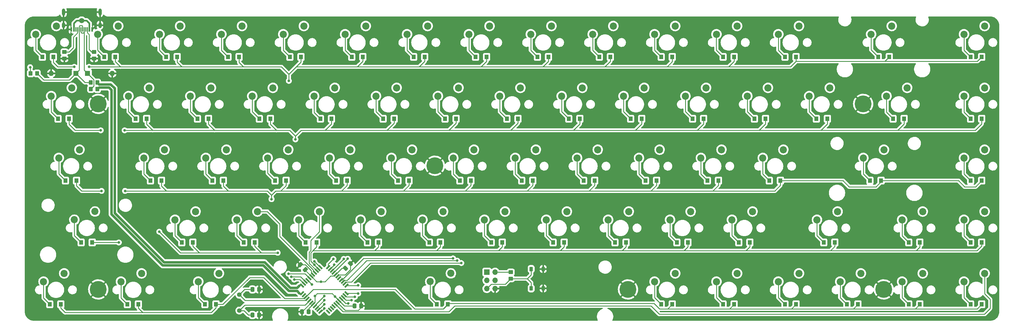
<source format=gbr>
%TF.GenerationSoftware,KiCad,Pcbnew,(6.0.2)*%
%TF.CreationDate,2022-06-02T21:34:10-05:00*%
%TF.ProjectId,65Percent,36355065-7263-4656-9e74-2e6b69636164,rev?*%
%TF.SameCoordinates,Original*%
%TF.FileFunction,Copper,L2,Bot*%
%TF.FilePolarity,Positive*%
%FSLAX46Y46*%
G04 Gerber Fmt 4.6, Leading zero omitted, Abs format (unit mm)*
G04 Created by KiCad (PCBNEW (6.0.2)) date 2022-06-02 21:34:10*
%MOMM*%
%LPD*%
G01*
G04 APERTURE LIST*
G04 Aperture macros list*
%AMRoundRect*
0 Rectangle with rounded corners*
0 $1 Rounding radius*
0 $2 $3 $4 $5 $6 $7 $8 $9 X,Y pos of 4 corners*
0 Add a 4 corners polygon primitive as box body*
4,1,4,$2,$3,$4,$5,$6,$7,$8,$9,$2,$3,0*
0 Add four circle primitives for the rounded corners*
1,1,$1+$1,$2,$3*
1,1,$1+$1,$4,$5*
1,1,$1+$1,$6,$7*
1,1,$1+$1,$8,$9*
0 Add four rect primitives between the rounded corners*
20,1,$1+$1,$2,$3,$4,$5,0*
20,1,$1+$1,$4,$5,$6,$7,0*
20,1,$1+$1,$6,$7,$8,$9,0*
20,1,$1+$1,$8,$9,$2,$3,0*%
%AMRotRect*
0 Rectangle, with rotation*
0 The origin of the aperture is its center*
0 $1 length*
0 $2 width*
0 $3 Rotation angle, in degrees counterclockwise*
0 Add horizontal line*
21,1,$1,$2,0,0,$3*%
G04 Aperture macros list end*
%TA.AperFunction,ComponentPad*%
%ADD10C,2.200000*%
%TD*%
%TA.AperFunction,ComponentPad*%
%ADD11C,5.200000*%
%TD*%
%TA.AperFunction,ComponentPad*%
%ADD12R,1.600000X1.600000*%
%TD*%
%TA.AperFunction,ComponentPad*%
%ADD13O,1.600000X1.600000*%
%TD*%
%TA.AperFunction,ComponentPad*%
%ADD14R,1.700000X1.700000*%
%TD*%
%TA.AperFunction,ComponentPad*%
%ADD15O,1.700000X1.700000*%
%TD*%
%TA.AperFunction,SMDPad,CuDef*%
%ADD16R,1.200000X1.400000*%
%TD*%
%TA.AperFunction,SMDPad,CuDef*%
%ADD17RoundRect,0.250000X0.350000X0.450000X-0.350000X0.450000X-0.350000X-0.450000X0.350000X-0.450000X0*%
%TD*%
%TA.AperFunction,SMDPad,CuDef*%
%ADD18RoundRect,0.250000X-0.350000X-0.450000X0.350000X-0.450000X0.350000X0.450000X-0.350000X0.450000X0*%
%TD*%
%TA.AperFunction,SMDPad,CuDef*%
%ADD19RoundRect,0.250000X-0.337500X-0.475000X0.337500X-0.475000X0.337500X0.475000X-0.337500X0.475000X0*%
%TD*%
%TA.AperFunction,SMDPad,CuDef*%
%ADD20RoundRect,0.250000X0.097227X-0.574524X0.574524X-0.097227X-0.097227X0.574524X-0.574524X0.097227X0*%
%TD*%
%TA.AperFunction,SMDPad,CuDef*%
%ADD21RoundRect,0.250000X-0.450000X0.350000X-0.450000X-0.350000X0.450000X-0.350000X0.450000X0.350000X0*%
%TD*%
%TA.AperFunction,SMDPad,CuDef*%
%ADD22RoundRect,0.250000X0.337500X0.475000X-0.337500X0.475000X-0.337500X-0.475000X0.337500X-0.475000X0*%
%TD*%
%TA.AperFunction,SMDPad,CuDef*%
%ADD23RoundRect,0.250000X0.450000X-0.350000X0.450000X0.350000X-0.450000X0.350000X-0.450000X-0.350000X0*%
%TD*%
%TA.AperFunction,SMDPad,CuDef*%
%ADD24R,0.600000X1.450000*%
%TD*%
%TA.AperFunction,SMDPad,CuDef*%
%ADD25R,0.300000X1.450000*%
%TD*%
%TA.AperFunction,ComponentPad*%
%ADD26O,1.000000X2.200000*%
%TD*%
%TA.AperFunction,ComponentPad*%
%ADD27O,1.000000X1.800000*%
%TD*%
%TA.AperFunction,ComponentPad*%
%ADD28C,1.400000*%
%TD*%
%TA.AperFunction,SMDPad,CuDef*%
%ADD29RotRect,1.500000X0.550000X45.000000*%
%TD*%
%TA.AperFunction,SMDPad,CuDef*%
%ADD30RotRect,1.500000X0.550000X315.000000*%
%TD*%
%TA.AperFunction,SMDPad,CuDef*%
%ADD31RoundRect,0.275000X0.275000X-0.425000X0.275000X0.425000X-0.275000X0.425000X-0.275000X-0.425000X0*%
%TD*%
%TA.AperFunction,SMDPad,CuDef*%
%ADD32RoundRect,0.250000X0.574524X0.097227X0.097227X0.574524X-0.574524X-0.097227X-0.097227X-0.574524X0*%
%TD*%
%TA.AperFunction,ViaPad*%
%ADD33C,0.800000*%
%TD*%
%TA.AperFunction,ViaPad*%
%ADD34C,1.600000*%
%TD*%
%TA.AperFunction,Conductor*%
%ADD35C,0.250000*%
%TD*%
%TA.AperFunction,Conductor*%
%ADD36C,0.500000*%
%TD*%
%TA.AperFunction,Conductor*%
%ADD37C,0.200000*%
%TD*%
%TA.AperFunction,Conductor*%
%ADD38C,0.770000*%
%TD*%
G04 APERTURE END LIST*
D10*
%TO.P,K22,1*%
%TO.N,/Switch Matrix/COL5*%
X174421800Y-127635000D03*
%TO.P,K22,2*%
%TO.N,Net-(D24-Pad2)*%
X168071800Y-130175000D03*
%TD*%
%TO.P,K8,1*%
%TO.N,/Switch Matrix/COL2*%
X126796800Y-108585000D03*
%TO.P,K8,2*%
%TO.N,Net-(D10-Pad2)*%
X120446800Y-111125000D03*
%TD*%
%TO.P,K37,1*%
%TO.N,/Switch Matrix/COL8*%
X245872000Y-165735000D03*
%TO.P,K37,2*%
%TO.N,Net-(D39-Pad2)*%
X239522000Y-168275000D03*
%TD*%
%TO.P,K20,1*%
%TO.N,/Switch Matrix/COL4*%
X169672000Y-165735000D03*
%TO.P,K20,2*%
%TO.N,Net-(D22-Pad2)*%
X163322000Y-168275000D03*
%TD*%
%TO.P,K53,1*%
%TO.N,/Switch Matrix/COL12*%
X307771800Y-127635000D03*
%TO.P,K53,2*%
%TO.N,Net-(D55-Pad2)*%
X301421800Y-130175000D03*
%TD*%
%TO.P,K45,1*%
%TO.N,/Switch Matrix/COL10*%
X283972000Y-165735000D03*
%TO.P,K45,2*%
%TO.N,Net-(D47-Pad2)*%
X277622000Y-168275000D03*
%TD*%
%TO.P,K27,1*%
%TO.N,/Switch Matrix/COL6*%
X198221600Y-146685000D03*
%TO.P,K27,2*%
%TO.N,Net-(D29-Pad2)*%
X191871600Y-149225000D03*
%TD*%
%TO.P,K39,1*%
%TO.N,/Switch Matrix/COL9*%
X250621800Y-127635000D03*
%TO.P,K39,2*%
%TO.N,Net-(D41-Pad2)*%
X244271800Y-130175000D03*
%TD*%
%TO.P,K25,1*%
%TO.N,/Switch Matrix/COL6*%
X202996800Y-108585000D03*
%TO.P,K25,2*%
%TO.N,Net-(D27-Pad2)*%
X196646800Y-111125000D03*
%TD*%
%TO.P,K42,1*%
%TO.N,/Switch Matrix/COL10*%
X279196800Y-108585000D03*
%TO.P,K42,2*%
%TO.N,Net-(D44-Pad2)*%
X272846800Y-111125000D03*
%TD*%
D11*
%TO.P,REF\u002A\u002A,2*%
%TO.N,GND*%
X343408000Y-189738000D03*
%TD*%
D10*
%TO.P,K43,1*%
%TO.N,/Switch Matrix/COL10*%
X269671800Y-127635000D03*
%TO.P,K43,2*%
%TO.N,Net-(D45-Pad2)*%
X263321800Y-130175000D03*
%TD*%
%TO.P,K38,1*%
%TO.N,/Switch Matrix/COL9*%
X260146800Y-108585000D03*
%TO.P,K38,2*%
%TO.N,Net-(D40-Pad2)*%
X253796800Y-111125000D03*
%TD*%
%TO.P,K11,1*%
%TO.N,/Switch Matrix/COL2*%
X131572000Y-165735000D03*
%TO.P,K11,2*%
%TO.N,Net-(D13-Pad2)*%
X125222000Y-168275000D03*
%TD*%
%TO.P,K60,1*%
%TO.N,/Switch Matrix/COL14*%
X345871800Y-108585000D03*
%TO.P,K60,2*%
%TO.N,Net-(D62-Pad2)*%
X339521800Y-111125000D03*
%TD*%
%TO.P,K34,1*%
%TO.N,/Switch Matrix/COL8*%
X241096800Y-108585000D03*
%TO.P,K34,2*%
%TO.N,Net-(D36-Pad2)*%
X234746800Y-111125000D03*
%TD*%
%TO.P,K59,1*%
%TO.N,/Switch Matrix/COL13*%
X336346800Y-184785000D03*
%TO.P,K59,2*%
%TO.N,Net-(D61-Pad2)*%
X329996800Y-187325000D03*
%TD*%
%TO.P,K7,1*%
%TO.N,/Switch Matrix/COL1*%
X114934300Y-184785000D03*
%TO.P,K7,2*%
%TO.N,Net-(D9-Pad2)*%
X108584300Y-187325000D03*
%TD*%
%TO.P,K47,1*%
%TO.N,/Switch Matrix/COL11*%
X298246800Y-108585000D03*
%TO.P,K47,2*%
%TO.N,Net-(D49-Pad2)*%
X291896800Y-111125000D03*
%TD*%
%TO.P,K54,1*%
%TO.N,/Switch Matrix/COL12*%
X312521600Y-146685000D03*
%TO.P,K54,2*%
%TO.N,Net-(D56-Pad2)*%
X306171600Y-149225000D03*
%TD*%
%TO.P,K4,1*%
%TO.N,/Switch Matrix/COL0*%
X100599300Y-165724600D03*
%TO.P,K4,2*%
%TO.N,Net-(D6-Pad2)*%
X94249300Y-168264600D03*
%TD*%
%TO.P,K57,1*%
%TO.N,/Switch Matrix/COL13*%
X343471600Y-146685000D03*
%TO.P,K57,2*%
%TO.N,Net-(D59-Pad2)*%
X337121600Y-149225000D03*
%TD*%
%TO.P,K46,1*%
%TO.N,/Switch Matrix/COL10*%
X279196800Y-184785000D03*
%TO.P,K46,2*%
%TO.N,Net-(D48-Pad2)*%
X272846800Y-187325000D03*
%TD*%
%TO.P,K65,1*%
%TO.N,/Switch Matrix/COL15*%
X374446800Y-127635000D03*
%TO.P,K65,2*%
%TO.N,Net-(D67-Pad2)*%
X368096800Y-130175000D03*
%TD*%
%TO.P,K30,1*%
%TO.N,/Switch Matrix/COL7*%
X222046800Y-108585000D03*
%TO.P,K30,2*%
%TO.N,Net-(D32-Pad2)*%
X215696800Y-111125000D03*
%TD*%
%TO.P,K44,1*%
%TO.N,/Switch Matrix/COL10*%
X274421600Y-146685000D03*
%TO.P,K44,2*%
%TO.N,Net-(D46-Pad2)*%
X268071600Y-149225000D03*
%TD*%
%TO.P,K19,1*%
%TO.N,/Switch Matrix/COL4*%
X160121600Y-146685000D03*
%TO.P,K19,2*%
%TO.N,Net-(D21-Pad2)*%
X153771600Y-149225000D03*
%TD*%
%TO.P,K61,1*%
%TO.N,/Switch Matrix/COL14*%
X350621600Y-127635000D03*
%TO.P,K61,2*%
%TO.N,Net-(D63-Pad2)*%
X344271600Y-130175000D03*
%TD*%
%TO.P,K64,1*%
%TO.N,/Switch Matrix/COL15*%
X374446800Y-108585000D03*
%TO.P,K64,2*%
%TO.N,Net-(D66-Pad2)*%
X368096800Y-111125000D03*
%TD*%
D11*
%TO.P,REF\u002A\u002A,2*%
%TO.N,GND*%
X337058000Y-132588000D03*
%TD*%
D10*
%TO.P,K67,1*%
%TO.N,/Switch Matrix/COL15*%
X374446800Y-165735000D03*
%TO.P,K67,2*%
%TO.N,Net-(D69-Pad2)*%
X368096800Y-168275000D03*
%TD*%
%TO.P,K50,1*%
%TO.N,/Switch Matrix/COL11*%
X303022000Y-165735000D03*
%TO.P,K50,2*%
%TO.N,Net-(D52-Pad2)*%
X296672000Y-168275000D03*
%TD*%
%TO.P,K16,1*%
%TO.N,/Switch Matrix/COL3*%
X138738050Y-184785000D03*
%TO.P,K16,2*%
%TO.N,Net-(D18-Pad2)*%
X132388050Y-187325000D03*
%TD*%
D11*
%TO.P,REF\u002A\u002A,2*%
%TO.N,GND*%
X264668000Y-189738000D03*
%TD*%
D12*
%TO.P,D1,1,K*%
%TO.N,Net-(D1-Pad1)*%
X94742000Y-123190000D03*
D13*
%TO.P,D1,2,A*%
%TO.N,GND*%
X87122000Y-123190000D03*
%TD*%
D10*
%TO.P,K3,1*%
%TO.N,/Switch Matrix/COL0*%
X95818050Y-146685000D03*
%TO.P,K3,2*%
%TO.N,Net-(D5-Pad2)*%
X89468050Y-149225000D03*
%TD*%
%TO.P,K41,1*%
%TO.N,/Switch Matrix/COL9*%
X264922000Y-165735000D03*
%TO.P,K41,2*%
%TO.N,Net-(D43-Pad2)*%
X258572000Y-168275000D03*
%TD*%
%TO.P,K55,1*%
%TO.N,/Switch Matrix/COL12*%
X317296800Y-184785000D03*
%TO.P,K55,2*%
%TO.N,Net-(D57-Pad2)*%
X310946800Y-187325000D03*
%TD*%
%TO.P,K13,1*%
%TO.N,/Switch Matrix/COL3*%
X136321800Y-127635000D03*
%TO.P,K13,2*%
%TO.N,Net-(D15-Pad2)*%
X129971800Y-130175000D03*
%TD*%
%TO.P,K15,1*%
%TO.N,/Switch Matrix/COL3*%
X150622000Y-165735000D03*
%TO.P,K15,2*%
%TO.N,Net-(D17-Pad2)*%
X144272000Y-168275000D03*
%TD*%
%TO.P,K40,1*%
%TO.N,/Switch Matrix/COL9*%
X255371600Y-146685000D03*
%TO.P,K40,2*%
%TO.N,Net-(D42-Pad2)*%
X249021600Y-149225000D03*
%TD*%
%TO.P,K18,1*%
%TO.N,/Switch Matrix/COL4*%
X155371800Y-127635000D03*
%TO.P,K18,2*%
%TO.N,Net-(D20-Pad2)*%
X149021800Y-130175000D03*
%TD*%
%TO.P,K2,1*%
%TO.N,/Switch Matrix/COL0*%
X93472000Y-127635000D03*
%TO.P,K2,2*%
%TO.N,Net-(D4-Pad2)*%
X87122000Y-130175000D03*
%TD*%
%TO.P,K35,1*%
%TO.N,/Switch Matrix/COL8*%
X231571800Y-127635000D03*
%TO.P,K35,2*%
%TO.N,Net-(D37-Pad2)*%
X225221800Y-130175000D03*
%TD*%
%TO.P,K17,1*%
%TO.N,/Switch Matrix/COL4*%
X164896800Y-108585000D03*
%TO.P,K17,2*%
%TO.N,Net-(D19-Pad2)*%
X158546800Y-111125000D03*
%TD*%
%TO.P,K52,1*%
%TO.N,/Switch Matrix/COL12*%
X317296800Y-108585000D03*
%TO.P,K52,2*%
%TO.N,Net-(D54-Pad2)*%
X310946800Y-111125000D03*
%TD*%
%TO.P,K1,1*%
%TO.N,/Switch Matrix/COL0*%
X88696800Y-108585000D03*
%TO.P,K1,2*%
%TO.N,Net-(D3-Pad2)*%
X82346800Y-111125000D03*
%TD*%
%TO.P,K23,1*%
%TO.N,/Switch Matrix/COL5*%
X179171600Y-146685000D03*
%TO.P,K23,2*%
%TO.N,Net-(D25-Pad2)*%
X172821600Y-149225000D03*
%TD*%
%TO.P,K12,1*%
%TO.N,/Switch Matrix/COL3*%
X145846800Y-108585000D03*
%TO.P,K12,2*%
%TO.N,Net-(D14-Pad2)*%
X139496800Y-111125000D03*
%TD*%
D14*
%TO.P,J1,1,Pin_1*%
%TO.N,/MISO*%
X221234000Y-184404000D03*
D15*
%TO.P,J1,2,Pin_2*%
%TO.N,+5V*%
X223774000Y-184404000D03*
%TO.P,J1,3,Pin_3*%
%TO.N,/SCK*%
X221234000Y-186944000D03*
%TO.P,J1,4,Pin_4*%
%TO.N,/MOSI*%
X223774000Y-186944000D03*
%TO.P,J1,5,Pin_5*%
%TO.N,/RST*%
X221234000Y-189484000D03*
%TO.P,J1,6,Pin_6*%
%TO.N,GND*%
X223774000Y-189484000D03*
%TD*%
D10*
%TO.P,K29,1*%
%TO.N,/Switch Matrix/COL6*%
X210161800Y-184774600D03*
%TO.P,K29,2*%
%TO.N,Net-(D31-Pad2)*%
X203811800Y-187314600D03*
%TD*%
D11*
%TO.P,REF\u002A\u002A,2*%
%TO.N,GND*%
X101600000Y-189738000D03*
%TD*%
D10*
%TO.P,K66,1*%
%TO.N,/Switch Matrix/COL15*%
X374446800Y-146685000D03*
%TO.P,K66,2*%
%TO.N,Net-(D68-Pad2)*%
X368096800Y-149225000D03*
%TD*%
%TO.P,K56,1*%
%TO.N,/Switch Matrix/COL13*%
X326821800Y-127635000D03*
%TO.P,K56,2*%
%TO.N,Net-(D58-Pad2)*%
X320471800Y-130175000D03*
%TD*%
%TO.P,K24,1*%
%TO.N,/Switch Matrix/COL5*%
X188722000Y-165735000D03*
%TO.P,K24,2*%
%TO.N,Net-(D26-Pad2)*%
X182372000Y-168275000D03*
%TD*%
%TO.P,K48,1*%
%TO.N,/Switch Matrix/COL11*%
X288721800Y-127635000D03*
%TO.P,K48,2*%
%TO.N,Net-(D50-Pad2)*%
X282371800Y-130175000D03*
%TD*%
%TO.P,K49,1*%
%TO.N,/Switch Matrix/COL11*%
X293471600Y-146685000D03*
%TO.P,K49,2*%
%TO.N,Net-(D51-Pad2)*%
X287121600Y-149225000D03*
%TD*%
D11*
%TO.P,REF\u002A\u002A,2*%
%TO.N,GND*%
X205232000Y-151638000D03*
%TD*%
%TO.P,REF\u002A\u002A,2*%
%TO.N,GND*%
X101600000Y-132588000D03*
%TD*%
D10*
%TO.P,K10,1*%
%TO.N,/Switch Matrix/COL2*%
X122021600Y-146685000D03*
%TO.P,K10,2*%
%TO.N,Net-(D12-Pad2)*%
X115671600Y-149225000D03*
%TD*%
%TO.P,K58,1*%
%TO.N,/Switch Matrix/COL13*%
X329209400Y-165735000D03*
%TO.P,K58,2*%
%TO.N,Net-(D60-Pad2)*%
X322859400Y-168275000D03*
%TD*%
%TO.P,K33,1*%
%TO.N,/Switch Matrix/COL7*%
X226822000Y-165735000D03*
%TO.P,K33,2*%
%TO.N,Net-(D35-Pad2)*%
X220472000Y-168275000D03*
%TD*%
%TO.P,K21,1*%
%TO.N,/Switch Matrix/COL5*%
X183946800Y-108585000D03*
%TO.P,K21,2*%
%TO.N,Net-(D23-Pad2)*%
X177596800Y-111125000D03*
%TD*%
%TO.P,K62,1*%
%TO.N,/Switch Matrix/COL14*%
X355396800Y-165735000D03*
%TO.P,K62,2*%
%TO.N,Net-(D64-Pad2)*%
X349046800Y-168275000D03*
%TD*%
D12*
%TO.P,D2,1,K*%
%TO.N,Net-(D2-Pad1)*%
X98298000Y-123190000D03*
D13*
%TO.P,D2,2,A*%
%TO.N,GND*%
X105918000Y-123190000D03*
%TD*%
D10*
%TO.P,K63,1*%
%TO.N,/Switch Matrix/COL14*%
X355396800Y-184785000D03*
%TO.P,K63,2*%
%TO.N,Net-(D65-Pad2)*%
X349046800Y-187325000D03*
%TD*%
%TO.P,K36,1*%
%TO.N,/Switch Matrix/COL8*%
X236321600Y-146685000D03*
%TO.P,K36,2*%
%TO.N,Net-(D38-Pad2)*%
X229971600Y-149225000D03*
%TD*%
%TO.P,K28,1*%
%TO.N,/Switch Matrix/COL6*%
X207772000Y-165735000D03*
%TO.P,K28,2*%
%TO.N,Net-(D30-Pad2)*%
X201422000Y-168275000D03*
%TD*%
%TO.P,K32,1*%
%TO.N,/Switch Matrix/COL7*%
X217271600Y-146685000D03*
%TO.P,K32,2*%
%TO.N,Net-(D34-Pad2)*%
X210921600Y-149225000D03*
%TD*%
%TO.P,K5,1*%
%TO.N,/Switch Matrix/COL0*%
X91130550Y-184785000D03*
%TO.P,K5,2*%
%TO.N,Net-(D7-Pad2)*%
X84780550Y-187325000D03*
%TD*%
%TO.P,K31,1*%
%TO.N,/Switch Matrix/COL7*%
X212521800Y-127635000D03*
%TO.P,K31,2*%
%TO.N,Net-(D33-Pad2)*%
X206171800Y-130175000D03*
%TD*%
%TO.P,K6,1*%
%TO.N,/Switch Matrix/COL1*%
X107746800Y-108585000D03*
%TO.P,K6,2*%
%TO.N,Net-(D8-Pad2)*%
X101396800Y-111125000D03*
%TD*%
%TO.P,K14,1*%
%TO.N,/Switch Matrix/COL3*%
X141071600Y-146685000D03*
%TO.P,K14,2*%
%TO.N,Net-(D16-Pad2)*%
X134721600Y-149225000D03*
%TD*%
%TO.P,K26,1*%
%TO.N,/Switch Matrix/COL6*%
X193471800Y-127635000D03*
%TO.P,K26,2*%
%TO.N,Net-(D28-Pad2)*%
X187121800Y-130175000D03*
%TD*%
%TO.P,K68,1*%
%TO.N,/Switch Matrix/COL15*%
X374446800Y-184785000D03*
%TO.P,K68,2*%
%TO.N,Net-(D70-Pad2)*%
X368096800Y-187325000D03*
%TD*%
%TO.P,K9,1*%
%TO.N,/Switch Matrix/COL2*%
X117271800Y-127635000D03*
%TO.P,K9,2*%
%TO.N,Net-(D11-Pad2)*%
X110921800Y-130175000D03*
%TD*%
%TO.P,K51,1*%
%TO.N,/Switch Matrix/COL11*%
X298246800Y-184785000D03*
%TO.P,K51,2*%
%TO.N,Net-(D53-Pad2)*%
X291896800Y-187325000D03*
%TD*%
D16*
%TO.P,D53,1,K*%
%TO.N,/Switch Matrix/ROW4*%
X297356000Y-194310000D03*
%TO.P,D53,2,A*%
%TO.N,Net-(D53-Pad2)*%
X293956000Y-194310000D03*
%TD*%
%TO.P,D42,1,K*%
%TO.N,/Switch Matrix/ROW2*%
X254430000Y-156210000D03*
%TO.P,D42,2,A*%
%TO.N,Net-(D42-Pad2)*%
X251030000Y-156210000D03*
%TD*%
%TO.P,D67,1,K*%
%TO.N,/Switch Matrix/ROW1*%
X373556000Y-137160000D03*
%TO.P,D67,2,A*%
%TO.N,Net-(D67-Pad2)*%
X370156000Y-137160000D03*
%TD*%
%TO.P,D10,1,K*%
%TO.N,/Switch Matrix/ROW0*%
X125906000Y-118110000D03*
%TO.P,D10,2,A*%
%TO.N,Net-(D10-Pad2)*%
X122506000Y-118110000D03*
%TD*%
D17*
%TO.P,R4,1*%
%TO.N,/D+*%
X101330000Y-128016000D03*
%TO.P,R4,2*%
%TO.N,Net-(D2-Pad1)*%
X99330000Y-128016000D03*
%TD*%
D16*
%TO.P,D3,1,K*%
%TO.N,/Switch Matrix/ROW0*%
X87806000Y-118110000D03*
%TO.P,D3,2,A*%
%TO.N,Net-(D3-Pad2)*%
X84406000Y-118110000D03*
%TD*%
%TO.P,D25,1,K*%
%TO.N,/Switch Matrix/ROW2*%
X178230000Y-156210000D03*
%TO.P,D25,2,A*%
%TO.N,Net-(D25-Pad2)*%
X174830000Y-156210000D03*
%TD*%
%TO.P,D55,1,K*%
%TO.N,/Switch Matrix/ROW1*%
X307008000Y-137160000D03*
%TO.P,D55,2,A*%
%TO.N,Net-(D55-Pad2)*%
X303608000Y-137160000D03*
%TD*%
%TO.P,D58,1,K*%
%TO.N,/Switch Matrix/ROW1*%
X326058000Y-137160000D03*
%TO.P,D58,2,A*%
%TO.N,Net-(D58-Pad2)*%
X322658000Y-137160000D03*
%TD*%
%TO.P,D7,1,K*%
%TO.N,/Switch Matrix/ROW4*%
X90092000Y-194310000D03*
%TO.P,D7,2,A*%
%TO.N,Net-(D7-Pad2)*%
X86692000Y-194310000D03*
%TD*%
D18*
%TO.P,R2,1*%
%TO.N,+5V*%
X80788000Y-123190000D03*
%TO.P,R2,2*%
%TO.N,Net-(D1-Pad1)*%
X82788000Y-123190000D03*
%TD*%
D19*
%TO.P,C1,1*%
%TO.N,Net-(C1-Pad1)*%
X149076500Y-189738000D03*
%TO.P,C1,2*%
%TO.N,GND*%
X151151500Y-189738000D03*
%TD*%
D16*
%TO.P,D48,1,K*%
%TO.N,/Switch Matrix/ROW4*%
X278306000Y-194310000D03*
%TO.P,D48,2,A*%
%TO.N,Net-(D48-Pad2)*%
X274906000Y-194310000D03*
%TD*%
D20*
%TO.P,C3,1*%
%TO.N,+5V*%
X177726777Y-183207223D03*
%TO.P,C3,2*%
%TO.N,GND*%
X179194023Y-181739977D03*
%TD*%
D16*
%TO.P,D19,1,K*%
%TO.N,/Switch Matrix/ROW0*%
X164006000Y-118110000D03*
%TO.P,D19,2,A*%
%TO.N,Net-(D19-Pad2)*%
X160606000Y-118110000D03*
%TD*%
%TO.P,D8,1,K*%
%TO.N,/Switch Matrix/ROW0*%
X106856000Y-118110000D03*
%TO.P,D8,2,A*%
%TO.N,Net-(D8-Pad2)*%
X103456000Y-118110000D03*
%TD*%
%TO.P,D70,1,K*%
%TO.N,/Switch Matrix/ROW4*%
X373556000Y-194310000D03*
%TO.P,D70,2,A*%
%TO.N,Net-(D70-Pad2)*%
X370156000Y-194310000D03*
%TD*%
%TO.P,D4,1,K*%
%TO.N,/Switch Matrix/ROW1*%
X92632000Y-137160000D03*
%TO.P,D4,2,A*%
%TO.N,Net-(D4-Pad2)*%
X89232000Y-137160000D03*
%TD*%
%TO.P,D56,1,K*%
%TO.N,/Switch Matrix/ROW2*%
X311580000Y-156210000D03*
%TO.P,D56,2,A*%
%TO.N,Net-(D56-Pad2)*%
X308180000Y-156210000D03*
%TD*%
%TO.P,D59,1,K*%
%TO.N,/Switch Matrix/ROW2*%
X342568000Y-156210000D03*
%TO.P,D59,2,A*%
%TO.N,Net-(D59-Pad2)*%
X339168000Y-156210000D03*
%TD*%
D21*
%TO.P,R5,1*%
%TO.N,Net-(J2-PadA5)*%
X91186000Y-116602000D03*
%TO.P,R5,2*%
%TO.N,GND*%
X91186000Y-118602000D03*
%TD*%
D16*
%TO.P,D41,1,K*%
%TO.N,/Switch Matrix/ROW1*%
X249858000Y-137160000D03*
%TO.P,D41,2,A*%
%TO.N,Net-(D41-Pad2)*%
X246458000Y-137160000D03*
%TD*%
D19*
%TO.P,C2,1*%
%TO.N,Net-(C2-Pad1)*%
X149076500Y-197612000D03*
%TO.P,C2,2*%
%TO.N,GND*%
X151151500Y-197612000D03*
%TD*%
D16*
%TO.P,D37,1,K*%
%TO.N,/Switch Matrix/ROW1*%
X230808000Y-137160000D03*
%TO.P,D37,2,A*%
%TO.N,Net-(D37-Pad2)*%
X227408000Y-137160000D03*
%TD*%
%TO.P,D27,1,K*%
%TO.N,/Switch Matrix/ROW0*%
X202106000Y-118110000D03*
%TO.P,D27,2,A*%
%TO.N,Net-(D27-Pad2)*%
X198706000Y-118110000D03*
%TD*%
%TO.P,D33,1,K*%
%TO.N,/Switch Matrix/ROW1*%
X211758000Y-137160000D03*
%TO.P,D33,2,A*%
%TO.N,Net-(D33-Pad2)*%
X208358000Y-137160000D03*
%TD*%
%TO.P,D65,1,K*%
%TO.N,/Switch Matrix/ROW4*%
X354506000Y-194310000D03*
%TO.P,D65,2,A*%
%TO.N,Net-(D65-Pad2)*%
X351106000Y-194310000D03*
%TD*%
D22*
%TO.P,C6,1*%
%TO.N,+5V*%
X166391500Y-196596000D03*
%TO.P,C6,2*%
%TO.N,GND*%
X164316500Y-196596000D03*
%TD*%
D16*
%TO.P,D34,1,K*%
%TO.N,/Switch Matrix/ROW2*%
X216330000Y-156210000D03*
%TO.P,D34,2,A*%
%TO.N,Net-(D34-Pad2)*%
X212930000Y-156210000D03*
%TD*%
%TO.P,D24,1,K*%
%TO.N,/Switch Matrix/ROW1*%
X173404000Y-137160000D03*
%TO.P,D24,2,A*%
%TO.N,Net-(D24-Pad2)*%
X170004000Y-137160000D03*
%TD*%
%TO.P,D64,1,K*%
%TO.N,/Switch Matrix/ROW3*%
X354506000Y-175260000D03*
%TO.P,D64,2,A*%
%TO.N,Net-(D64-Pad2)*%
X351106000Y-175260000D03*
%TD*%
%TO.P,D18,1,K*%
%TO.N,/Switch Matrix/ROW4*%
X137844000Y-194310000D03*
%TO.P,D18,2,A*%
%TO.N,Net-(D18-Pad2)*%
X134444000Y-194310000D03*
%TD*%
%TO.P,D61,1,K*%
%TO.N,/Switch Matrix/ROW4*%
X335456000Y-194310000D03*
%TO.P,D61,2,A*%
%TO.N,Net-(D61-Pad2)*%
X332056000Y-194310000D03*
%TD*%
%TO.P,D63,1,K*%
%TO.N,/Switch Matrix/ROW1*%
X349680000Y-137160000D03*
%TO.P,D63,2,A*%
%TO.N,Net-(D63-Pad2)*%
X346280000Y-137160000D03*
%TD*%
%TO.P,D68,1,K*%
%TO.N,/Switch Matrix/ROW2*%
X373556000Y-156210000D03*
%TO.P,D68,2,A*%
%TO.N,Net-(D68-Pad2)*%
X370156000Y-156210000D03*
%TD*%
%TO.P,D38,1,K*%
%TO.N,/Switch Matrix/ROW2*%
X235380000Y-156210000D03*
%TO.P,D38,2,A*%
%TO.N,Net-(D38-Pad2)*%
X231980000Y-156210000D03*
%TD*%
%TO.P,D44,1,K*%
%TO.N,/Switch Matrix/ROW0*%
X278306000Y-118110000D03*
%TO.P,D44,2,A*%
%TO.N,Net-(D44-Pad2)*%
X274906000Y-118110000D03*
%TD*%
%TO.P,D12,1,K*%
%TO.N,/Switch Matrix/ROW2*%
X121080000Y-156210000D03*
%TO.P,D12,2,A*%
%TO.N,Net-(D12-Pad2)*%
X117680000Y-156210000D03*
%TD*%
%TO.P,D54,1,K*%
%TO.N,/Switch Matrix/ROW0*%
X316406000Y-118110000D03*
%TO.P,D54,2,A*%
%TO.N,Net-(D54-Pad2)*%
X313006000Y-118110000D03*
%TD*%
%TO.P,D6,1,K*%
%TO.N,/Switch Matrix/ROW3*%
X99744000Y-175260000D03*
%TO.P,D6,2,A*%
%TO.N,Net-(D6-Pad2)*%
X96344000Y-175260000D03*
%TD*%
D23*
%TO.P,R6,1*%
%TO.N,GND*%
X100330000Y-118602000D03*
%TO.P,R6,2*%
%TO.N,Net-(J2-PadB5)*%
X100330000Y-116602000D03*
%TD*%
D16*
%TO.P,D29,1,K*%
%TO.N,/Switch Matrix/ROW2*%
X197280000Y-156210000D03*
%TO.P,D29,2,A*%
%TO.N,Net-(D29-Pad2)*%
X193880000Y-156210000D03*
%TD*%
%TO.P,D36,1,K*%
%TO.N,/Switch Matrix/ROW0*%
X240206000Y-118110000D03*
%TO.P,D36,2,A*%
%TO.N,Net-(D36-Pad2)*%
X236806000Y-118110000D03*
%TD*%
%TO.P,D39,1,K*%
%TO.N,/Switch Matrix/ROW3*%
X245032000Y-175260000D03*
%TO.P,D39,2,A*%
%TO.N,Net-(D39-Pad2)*%
X241632000Y-175260000D03*
%TD*%
%TO.P,D14,1,K*%
%TO.N,/Switch Matrix/ROW0*%
X144956000Y-118110000D03*
%TO.P,D14,2,A*%
%TO.N,Net-(D14-Pad2)*%
X141556000Y-118110000D03*
%TD*%
%TO.P,D50,1,K*%
%TO.N,/Switch Matrix/ROW1*%
X287958000Y-137160000D03*
%TO.P,D50,2,A*%
%TO.N,Net-(D50-Pad2)*%
X284558000Y-137160000D03*
%TD*%
%TO.P,D5,1,K*%
%TO.N,/Switch Matrix/ROW2*%
X94918000Y-156210000D03*
%TO.P,D5,2,A*%
%TO.N,Net-(D5-Pad2)*%
X91518000Y-156210000D03*
%TD*%
%TO.P,D40,1,K*%
%TO.N,/Switch Matrix/ROW0*%
X259256000Y-118110000D03*
%TO.P,D40,2,A*%
%TO.N,Net-(D40-Pad2)*%
X255856000Y-118110000D03*
%TD*%
%TO.P,D9,1,K*%
%TO.N,/Switch Matrix/ROW4*%
X113968000Y-194310000D03*
%TO.P,D9,2,A*%
%TO.N,Net-(D9-Pad2)*%
X110568000Y-194310000D03*
%TD*%
D24*
%TO.P,J2,A1,GND*%
%TO.N,GND*%
X93320000Y-109657000D03*
%TO.P,J2,A4,VBUS*%
%TO.N,Net-(F1-Pad1)*%
X94120000Y-109657000D03*
D25*
%TO.P,J2,A5,CC1*%
%TO.N,Net-(J2-PadA5)*%
X95270000Y-109657000D03*
%TO.P,J2,A6,D+*%
%TO.N,Net-(D2-Pad1)*%
X96270000Y-109657000D03*
%TO.P,J2,A7,D-*%
%TO.N,Net-(D1-Pad1)*%
X96770000Y-109657000D03*
%TO.P,J2,A8,SBU1*%
%TO.N,unconnected-(J2-PadA8)*%
X97770000Y-109657000D03*
D24*
%TO.P,J2,A9,VBUS*%
%TO.N,Net-(F1-Pad1)*%
X98920000Y-109657000D03*
%TO.P,J2,A12,GND*%
%TO.N,GND*%
X99720000Y-109657000D03*
%TO.P,J2,B1,GND*%
X99720000Y-109657000D03*
%TO.P,J2,B4,VBUS*%
%TO.N,Net-(F1-Pad1)*%
X98920000Y-109657000D03*
D25*
%TO.P,J2,B5,CC2*%
%TO.N,Net-(J2-PadB5)*%
X98270000Y-109657000D03*
%TO.P,J2,B6,D+*%
%TO.N,Net-(D2-Pad1)*%
X97270000Y-109657000D03*
%TO.P,J2,B7,D-*%
%TO.N,Net-(D1-Pad1)*%
X95770000Y-109657000D03*
%TO.P,J2,B8,SBU2*%
%TO.N,unconnected-(J2-PadB8)*%
X94770000Y-109657000D03*
D24*
%TO.P,J2,B9,VBUS*%
%TO.N,Net-(F1-Pad1)*%
X94120000Y-109657000D03*
%TO.P,J2,B12,GND*%
%TO.N,GND*%
X93320000Y-109657000D03*
D26*
%TO.P,J2,S1,SHIELD*%
X90900000Y-104332000D03*
X102140000Y-104332000D03*
D27*
X102140000Y-108332000D03*
X90900000Y-108332000D03*
%TD*%
D16*
%TO.P,D35,1,K*%
%TO.N,/Switch Matrix/ROW3*%
X225982000Y-175260000D03*
%TO.P,D35,2,A*%
%TO.N,Net-(D35-Pad2)*%
X222582000Y-175260000D03*
%TD*%
D28*
%TO.P,Y1,1,1*%
%TO.N,Net-(C2-Pad1)*%
X145034000Y-196242000D03*
%TO.P,Y1,2,2*%
%TO.N,Net-(C1-Pad1)*%
X145034000Y-191362000D03*
%TD*%
D16*
%TO.P,D57,1,K*%
%TO.N,/Switch Matrix/ROW4*%
X316406000Y-194310000D03*
%TO.P,D57,2,A*%
%TO.N,Net-(D57-Pad2)*%
X313006000Y-194310000D03*
%TD*%
%TO.P,D16,1,K*%
%TO.N,/Switch Matrix/ROW2*%
X140130000Y-156210000D03*
%TO.P,D16,2,A*%
%TO.N,Net-(D16-Pad2)*%
X136730000Y-156210000D03*
%TD*%
D29*
%TO.P,U1,1,PB5*%
%TO.N,/MOSI*%
X169993918Y-196596936D03*
%TO.P,U1,2,PB6*%
%TO.N,/MISO*%
X169428233Y-196031250D03*
%TO.P,U1,3,PB7*%
%TO.N,/SCK*%
X168862548Y-195465565D03*
%TO.P,U1,4,~{RESET}*%
%TO.N,/RST*%
X168296862Y-194899880D03*
%TO.P,U1,5,VCC*%
%TO.N,+5V*%
X167731177Y-194334194D03*
%TO.P,U1,6,GND*%
%TO.N,GND*%
X167165491Y-193768509D03*
%TO.P,U1,7,XTAL2*%
%TO.N,Net-(C2-Pad1)*%
X166599806Y-193202823D03*
%TO.P,U1,8,XTAL1*%
%TO.N,Net-(C1-Pad1)*%
X166034120Y-192637138D03*
%TO.P,U1,9,PD0*%
%TO.N,/Switch Matrix/ROW4*%
X165468435Y-192071452D03*
%TO.P,U1,10,PD1*%
%TO.N,unconnected-(U1-Pad10)*%
X164902750Y-191505767D03*
%TO.P,U1,11,PD2*%
%TO.N,/D+*%
X164337064Y-190940082D03*
D30*
%TO.P,U1,12,PD3*%
%TO.N,/D-*%
X164337064Y-188535918D03*
%TO.P,U1,13,PD4*%
%TO.N,/Switch Matrix/COL0*%
X164902750Y-187970233D03*
%TO.P,U1,14,PD5*%
%TO.N,/Switch Matrix/COL1*%
X165468435Y-187404548D03*
%TO.P,U1,15,PD6*%
%TO.N,Net-(JP1-Pad1)*%
X166034120Y-186838862D03*
%TO.P,U1,16,PD7*%
%TO.N,/Switch Matrix/COL2*%
X166599806Y-186273177D03*
%TO.P,U1,17,VCC*%
%TO.N,+5V*%
X167165491Y-185707491D03*
%TO.P,U1,18,GND*%
%TO.N,GND*%
X167731177Y-185141806D03*
%TO.P,U1,19,PC0*%
%TO.N,/Switch Matrix/COL3*%
X168296862Y-184576120D03*
%TO.P,U1,20,PC1*%
%TO.N,/Switch Matrix/COL4*%
X168862548Y-184010435D03*
%TO.P,U1,21,PC2*%
%TO.N,/Switch Matrix/ROW3*%
X169428233Y-183444750D03*
%TO.P,U1,22,PC3*%
%TO.N,/Switch Matrix/ROW2*%
X169993918Y-182879064D03*
D29*
%TO.P,U1,23,PC4*%
%TO.N,/Switch Matrix/ROW1*%
X172398082Y-182879064D03*
%TO.P,U1,24,PC5*%
%TO.N,/Switch Matrix/ROW0*%
X172963767Y-183444750D03*
%TO.P,U1,25,PC6*%
%TO.N,/Switch Matrix/COL5*%
X173529452Y-184010435D03*
%TO.P,U1,26,PC7*%
%TO.N,/Switch Matrix/COL6*%
X174095138Y-184576120D03*
%TO.P,U1,27,AVCC*%
%TO.N,+5V*%
X174660823Y-185141806D03*
%TO.P,U1,28,GND*%
%TO.N,GND*%
X175226509Y-185707491D03*
%TO.P,U1,29,AREF*%
%TO.N,unconnected-(U1-Pad29)*%
X175792194Y-186273177D03*
%TO.P,U1,30,PA7*%
%TO.N,/Switch Matrix/COL7*%
X176357880Y-186838862D03*
%TO.P,U1,31,PA6*%
%TO.N,/Switch Matrix/COL8*%
X176923565Y-187404548D03*
%TO.P,U1,32,PA5*%
%TO.N,/Switch Matrix/COL9*%
X177489250Y-187970233D03*
%TO.P,U1,33,PA4*%
%TO.N,/Switch Matrix/COL10*%
X178054936Y-188535918D03*
D30*
%TO.P,U1,34,PA3*%
%TO.N,/Switch Matrix/COL11*%
X178054936Y-190940082D03*
%TO.P,U1,35,PA2*%
%TO.N,/Switch Matrix/COL12*%
X177489250Y-191505767D03*
%TO.P,U1,36,PA1*%
%TO.N,/Switch Matrix/COL13*%
X176923565Y-192071452D03*
%TO.P,U1,37,PA0*%
%TO.N,/Switch Matrix/COL14*%
X176357880Y-192637138D03*
%TO.P,U1,38,VCC*%
%TO.N,+5V*%
X175792194Y-193202823D03*
%TO.P,U1,39,GND*%
%TO.N,GND*%
X175226509Y-193768509D03*
%TO.P,U1,40,PB0*%
%TO.N,/Switch Matrix/COL15*%
X174660823Y-194334194D03*
%TO.P,U1,41,PB1*%
%TO.N,unconnected-(U1-Pad41)*%
X174095138Y-194899880D03*
%TO.P,U1,42,PB2*%
%TO.N,unconnected-(U1-Pad42)*%
X173529452Y-195465565D03*
%TO.P,U1,43,PB3*%
%TO.N,unconnected-(U1-Pad43)*%
X172963767Y-196031250D03*
%TO.P,U1,44,PB4*%
%TO.N,unconnected-(U1-Pad44)*%
X172398082Y-196596936D03*
%TD*%
D16*
%TO.P,D21,1,K*%
%TO.N,/Switch Matrix/ROW2*%
X159434000Y-156210000D03*
%TO.P,D21,2,A*%
%TO.N,Net-(D21-Pad2)*%
X156034000Y-156210000D03*
%TD*%
%TO.P,D51,1,K*%
%TO.N,/Switch Matrix/ROW2*%
X292530000Y-156210000D03*
%TO.P,D51,2,A*%
%TO.N,Net-(D51-Pad2)*%
X289130000Y-156210000D03*
%TD*%
D21*
%TO.P,R1,1*%
%TO.N,+5V*%
X228600000Y-184420000D03*
%TO.P,R1,2*%
%TO.N,/RST*%
X228600000Y-186420000D03*
%TD*%
D16*
%TO.P,D49,1,K*%
%TO.N,/Switch Matrix/ROW0*%
X297356000Y-118110000D03*
%TO.P,D49,2,A*%
%TO.N,Net-(D49-Pad2)*%
X293956000Y-118110000D03*
%TD*%
%TO.P,D69,1,K*%
%TO.N,/Switch Matrix/ROW3*%
X373556000Y-175260000D03*
%TO.P,D69,2,A*%
%TO.N,Net-(D69-Pad2)*%
X370156000Y-175260000D03*
%TD*%
%TO.P,D13,1,K*%
%TO.N,/Switch Matrix/ROW3*%
X130732000Y-175260000D03*
%TO.P,D13,2,A*%
%TO.N,Net-(D13-Pad2)*%
X127332000Y-175260000D03*
%TD*%
D31*
%TO.P,SW1,1,1*%
%TO.N,GND*%
X238578000Y-183436000D03*
X238578000Y-189436000D03*
%TO.P,SW1,2,2*%
%TO.N,/RST*%
X234878000Y-189436000D03*
X234878000Y-183436000D03*
%TD*%
D16*
%TO.P,D30,1,K*%
%TO.N,/Switch Matrix/ROW3*%
X206932000Y-175260000D03*
%TO.P,D30,2,A*%
%TO.N,Net-(D30-Pad2)*%
X203532000Y-175260000D03*
%TD*%
%TO.P,D11,1,K*%
%TO.N,/Switch Matrix/ROW1*%
X116508000Y-137160000D03*
%TO.P,D11,2,A*%
%TO.N,Net-(D11-Pad2)*%
X113108000Y-137160000D03*
%TD*%
%TO.P,D43,1,K*%
%TO.N,/Switch Matrix/ROW3*%
X264082000Y-175260000D03*
%TO.P,D43,2,A*%
%TO.N,Net-(D43-Pad2)*%
X260682000Y-175260000D03*
%TD*%
%TO.P,D47,1,K*%
%TO.N,/Switch Matrix/ROW3*%
X283132000Y-175260000D03*
%TO.P,D47,2,A*%
%TO.N,Net-(D47-Pad2)*%
X279732000Y-175260000D03*
%TD*%
%TO.P,D62,1,K*%
%TO.N,/Switch Matrix/ROW0*%
X345108000Y-118110000D03*
%TO.P,D62,2,A*%
%TO.N,Net-(D62-Pad2)*%
X341708000Y-118110000D03*
%TD*%
%TO.P,D60,1,K*%
%TO.N,/Switch Matrix/ROW3*%
X328344000Y-175260000D03*
%TO.P,D60,2,A*%
%TO.N,Net-(D60-Pad2)*%
X324944000Y-175260000D03*
%TD*%
%TO.P,D46,1,K*%
%TO.N,/Switch Matrix/ROW2*%
X273480000Y-156210000D03*
%TO.P,D46,2,A*%
%TO.N,Net-(D46-Pad2)*%
X270080000Y-156210000D03*
%TD*%
D32*
%TO.P,C4,1*%
%TO.N,+5V*%
X165325623Y-183613623D03*
%TO.P,C4,2*%
%TO.N,GND*%
X163858377Y-182146377D03*
%TD*%
D16*
%TO.P,D22,1,K*%
%TO.N,/Switch Matrix/ROW3*%
X168832000Y-175260000D03*
%TO.P,D22,2,A*%
%TO.N,Net-(D22-Pad2)*%
X165432000Y-175260000D03*
%TD*%
D19*
%TO.P,C7,1*%
%TO.N,+5V*%
X180470900Y-194818000D03*
%TO.P,C7,2*%
%TO.N,GND*%
X182545900Y-194818000D03*
%TD*%
D16*
%TO.P,D26,1,K*%
%TO.N,/Switch Matrix/ROW3*%
X187882000Y-175260000D03*
%TO.P,D26,2,A*%
%TO.N,Net-(D26-Pad2)*%
X184482000Y-175260000D03*
%TD*%
%TO.P,D28,1,K*%
%TO.N,/Switch Matrix/ROW1*%
X192708000Y-137160000D03*
%TO.P,D28,2,A*%
%TO.N,Net-(D28-Pad2)*%
X189308000Y-137160000D03*
%TD*%
%TO.P,D23,1,K*%
%TO.N,/Switch Matrix/ROW0*%
X183056000Y-118110000D03*
%TO.P,D23,2,A*%
%TO.N,Net-(D23-Pad2)*%
X179656000Y-118110000D03*
%TD*%
%TO.P,D31,1,K*%
%TO.N,/Switch Matrix/ROW4*%
X209218000Y-194310000D03*
%TO.P,D31,2,A*%
%TO.N,Net-(D31-Pad2)*%
X205818000Y-194310000D03*
%TD*%
%TO.P,D20,1,K*%
%TO.N,/Switch Matrix/ROW1*%
X154608000Y-137160000D03*
%TO.P,D20,2,A*%
%TO.N,Net-(D20-Pad2)*%
X151208000Y-137160000D03*
%TD*%
%TO.P,D15,1,K*%
%TO.N,/Switch Matrix/ROW1*%
X135558000Y-137160000D03*
%TO.P,D15,2,A*%
%TO.N,Net-(D15-Pad2)*%
X132158000Y-137160000D03*
%TD*%
%TO.P,D66,1,K*%
%TO.N,/Switch Matrix/ROW0*%
X373556000Y-118110000D03*
%TO.P,D66,2,A*%
%TO.N,Net-(D66-Pad2)*%
X370156000Y-118110000D03*
%TD*%
%TO.P,D52,1,K*%
%TO.N,/Switch Matrix/ROW3*%
X302182000Y-175260000D03*
%TO.P,D52,2,A*%
%TO.N,Net-(D52-Pad2)*%
X298782000Y-175260000D03*
%TD*%
%TO.P,D45,1,K*%
%TO.N,/Switch Matrix/ROW1*%
X268908000Y-137160000D03*
%TO.P,D45,2,A*%
%TO.N,Net-(D45-Pad2)*%
X265508000Y-137160000D03*
%TD*%
D18*
%TO.P,R3,1*%
%TO.N,Net-(D1-Pad1)*%
X99330000Y-125984000D03*
%TO.P,R3,2*%
%TO.N,/D-*%
X101330000Y-125984000D03*
%TD*%
D16*
%TO.P,D17,1,K*%
%TO.N,/Switch Matrix/ROW3*%
X149782000Y-175260000D03*
%TO.P,D17,2,A*%
%TO.N,Net-(D17-Pad2)*%
X146382000Y-175260000D03*
%TD*%
%TO.P,D32,1,K*%
%TO.N,/Switch Matrix/ROW0*%
X221156000Y-118110000D03*
%TO.P,D32,2,A*%
%TO.N,Net-(D32-Pad2)*%
X217756000Y-118110000D03*
%TD*%
D33*
%TO.N,/Switch Matrix/COL0*%
X161925000Y-186690000D03*
%TO.N,/Switch Matrix/COL1*%
X161036000Y-185801000D03*
%TO.N,/Switch Matrix/COL2*%
X160147000Y-184912000D03*
%TO.N,/Switch Matrix/COL5*%
X177165000Y-180340000D03*
%TO.N,/Switch Matrix/COL6*%
X178383129Y-180288129D03*
%TO.N,/Switch Matrix/COL7*%
X210820000Y-180161000D03*
%TO.N,/Switch Matrix/COL8*%
X212090000Y-180885500D03*
%TO.N,/Switch Matrix/COL9*%
X213360000Y-181610000D03*
%TO.N,/Switch Matrix/COL10*%
X181610000Y-188468000D03*
%TO.N,/Switch Matrix/COL11*%
X181610000Y-191008000D03*
%TO.N,/Switch Matrix/COL12*%
X180594000Y-192024000D03*
%TO.N,/Switch Matrix/COL13*%
X179578000Y-193040000D03*
%TO.N,/Switch Matrix/COL14*%
X178562000Y-194056000D03*
%TO.N,/MOSI*%
X171196000Y-195580000D03*
%TO.N,/MISO*%
X171196000Y-194310000D03*
%TO.N,/SCK*%
X171196000Y-193040000D03*
%TO.N,/RST*%
X171196000Y-191770000D03*
%TO.N,+5V*%
X80645000Y-121285000D03*
X170180000Y-187325000D03*
X174492185Y-191902815D03*
X168275000Y-191770000D03*
D34*
%TO.N,GND*%
X192405000Y-191135000D03*
D33*
X224231200Y-196596000D03*
D34*
X151130000Y-187706000D03*
X151130000Y-184404000D03*
X192405000Y-187960000D03*
%TO.N,Net-(F1-Pad1)*%
X96520000Y-106934000D03*
D33*
%TO.N,/Switch Matrix/ROW0*%
X98806000Y-121158000D03*
X174244000Y-182118000D03*
X94234000Y-121158000D03*
X160274000Y-125476000D03*
%TO.N,/Switch Matrix/ROW1*%
X109728000Y-140716000D03*
X102362000Y-140716000D03*
X173990000Y-180340000D03*
X162306000Y-143510000D03*
%TO.N,/Switch Matrix/ROW2*%
X102616000Y-159385000D03*
X109855000Y-159385000D03*
X154940000Y-161925000D03*
X168148000Y-181102000D03*
%TO.N,/Switch Matrix/ROW3*%
X168148000Y-182118000D03*
X156845000Y-178435000D03*
X120396000Y-171958000D03*
X107950000Y-175260000D03*
%TO.N,Net-(JP1-Pad1)*%
X167386000Y-188214000D03*
%TD*%
D35*
%TO.N,/Switch Matrix/COL0*%
X163622517Y-186690000D02*
X161925000Y-186690000D01*
X164902750Y-187970233D02*
X163622517Y-186690000D01*
%TO.N,Net-(D3-Pad2)*%
X82346800Y-111125000D02*
X82346800Y-116050800D01*
X82346800Y-116050800D02*
X84406000Y-118110000D01*
%TO.N,Net-(D4-Pad2)*%
X87122000Y-135050000D02*
X89232000Y-137160000D01*
X87122000Y-130175000D02*
X87122000Y-135050000D01*
%TO.N,Net-(D5-Pad2)*%
X89468050Y-154160050D02*
X91518000Y-156210000D01*
X89468050Y-149225000D02*
X89468050Y-154160050D01*
%TO.N,Net-(D6-Pad2)*%
X94249300Y-168264600D02*
X94249300Y-173165300D01*
X94249300Y-173165300D02*
X96344000Y-175260000D01*
%TO.N,Net-(D7-Pad2)*%
X84780550Y-192398550D02*
X86692000Y-194310000D01*
X84780550Y-187325000D02*
X84780550Y-192398550D01*
%TO.N,/Switch Matrix/COL1*%
X165468435Y-187404548D02*
X163864887Y-185801000D01*
X163864887Y-185801000D02*
X161036000Y-185801000D01*
%TO.N,Net-(D8-Pad2)*%
X101396800Y-111125000D02*
X101396800Y-116050800D01*
X101396800Y-116050800D02*
X103456000Y-118110000D01*
%TO.N,Net-(D9-Pad2)*%
X108584300Y-187325000D02*
X108584300Y-192326300D01*
X108584300Y-192326300D02*
X110568000Y-194310000D01*
%TO.N,/Switch Matrix/COL2*%
X165238629Y-184912000D02*
X160147000Y-184912000D01*
X166599806Y-186273177D02*
X165238629Y-184912000D01*
%TO.N,Net-(D10-Pad2)*%
X120446800Y-116050800D02*
X122506000Y-118110000D01*
X120446800Y-111125000D02*
X120446800Y-116050800D01*
%TO.N,Net-(D11-Pad2)*%
X110921800Y-130175000D02*
X110921800Y-134973800D01*
X110921800Y-134973800D02*
X113108000Y-137160000D01*
%TO.N,Net-(D12-Pad2)*%
X115671600Y-154201600D02*
X117680000Y-156210000D01*
X115671600Y-149225000D02*
X115671600Y-154201600D01*
%TO.N,Net-(D13-Pad2)*%
X125222000Y-173150000D02*
X127332000Y-175260000D01*
X125222000Y-168275000D02*
X125222000Y-173150000D01*
%TO.N,/Switch Matrix/COL3*%
X167813244Y-184092502D02*
X167813244Y-183688244D01*
X157480000Y-169545000D02*
X153670000Y-165735000D01*
X168296862Y-184576120D02*
X167813244Y-184092502D01*
X157480000Y-173355000D02*
X157480000Y-169545000D01*
X167813244Y-183688244D02*
X157480000Y-173355000D01*
X153670000Y-165735000D02*
X150622000Y-165735000D01*
%TO.N,Net-(D14-Pad2)*%
X139496800Y-116050800D02*
X141556000Y-118110000D01*
X139496800Y-111125000D02*
X139496800Y-116050800D01*
%TO.N,Net-(D15-Pad2)*%
X129971800Y-134973800D02*
X132158000Y-137160000D01*
X129971800Y-130175000D02*
X129971800Y-134973800D01*
%TO.N,Net-(D16-Pad2)*%
X134721600Y-154201600D02*
X136730000Y-156210000D01*
X134721600Y-149225000D02*
X134721600Y-154201600D01*
%TO.N,Net-(D17-Pad2)*%
X144272000Y-168275000D02*
X144272000Y-173150000D01*
X144272000Y-173150000D02*
X146382000Y-175260000D01*
%TO.N,Net-(D18-Pad2)*%
X132388050Y-187325000D02*
X132388050Y-192254050D01*
X132388050Y-192254050D02*
X134444000Y-194310000D01*
%TO.N,/Switch Matrix/COL4*%
X166555480Y-178248802D02*
X167005000Y-177799282D01*
X166555480Y-181703367D02*
X166555480Y-178248802D01*
X167005000Y-174625000D02*
X169672000Y-171958000D01*
X169672000Y-171958000D02*
X169672000Y-165735000D01*
X167005000Y-177799282D02*
X167005000Y-174625000D01*
X168862548Y-184010435D02*
X166555480Y-181703367D01*
%TO.N,Net-(D19-Pad2)*%
X158546800Y-116050800D02*
X160606000Y-118110000D01*
X158546800Y-111125000D02*
X158546800Y-116050800D01*
%TO.N,Net-(D20-Pad2)*%
X149021800Y-134973800D02*
X151208000Y-137160000D01*
X149021800Y-130175000D02*
X149021800Y-134973800D01*
%TO.N,Net-(D21-Pad2)*%
X153771600Y-149225000D02*
X153771600Y-153947600D01*
X153771600Y-153947600D02*
X156034000Y-156210000D01*
%TO.N,Net-(D22-Pad2)*%
X163322000Y-168275000D02*
X163322000Y-173150000D01*
X163322000Y-173150000D02*
X165432000Y-175260000D01*
%TO.N,/Switch Matrix/COL5*%
X173529452Y-184010435D02*
X177165000Y-180374887D01*
%TO.N,Net-(D23-Pad2)*%
X177596800Y-111125000D02*
X177596800Y-116050800D01*
X177596800Y-116050800D02*
X179656000Y-118110000D01*
%TO.N,Net-(D24-Pad2)*%
X168071800Y-130175000D02*
X168071800Y-135227800D01*
X168071800Y-135227800D02*
X170004000Y-137160000D01*
%TO.N,Net-(D25-Pad2)*%
X172821600Y-149225000D02*
X172821600Y-154201600D01*
X172821600Y-154201600D02*
X174830000Y-156210000D01*
%TO.N,Net-(D26-Pad2)*%
X182372000Y-173150000D02*
X184482000Y-175260000D01*
X182372000Y-168275000D02*
X182372000Y-173150000D01*
%TO.N,/Switch Matrix/COL6*%
X174095138Y-184576120D02*
X178383129Y-180288129D01*
%TO.N,Net-(D27-Pad2)*%
X196646800Y-111125000D02*
X196646800Y-116050800D01*
X196646800Y-116050800D02*
X198706000Y-118110000D01*
%TO.N,Net-(D28-Pad2)*%
X187121800Y-130175000D02*
X187121800Y-134973800D01*
X187121800Y-134973800D02*
X189308000Y-137160000D01*
%TO.N,Net-(D29-Pad2)*%
X191871600Y-154201600D02*
X193880000Y-156210000D01*
X191871600Y-149225000D02*
X191871600Y-154201600D01*
%TO.N,Net-(D30-Pad2)*%
X201422000Y-173150000D02*
X203532000Y-175260000D01*
X201422000Y-168275000D02*
X201422000Y-173150000D01*
%TO.N,Net-(D31-Pad2)*%
X203811800Y-187314600D02*
X203811800Y-192303800D01*
X203811800Y-192303800D02*
X205818000Y-194310000D01*
%TO.N,/Switch Matrix/COL7*%
X183313000Y-180161000D02*
X176635138Y-186838862D01*
X176635138Y-186838862D02*
X176357880Y-186838862D01*
X210820000Y-180161000D02*
X183313000Y-180161000D01*
%TO.N,Net-(D32-Pad2)*%
X215696800Y-111125000D02*
X215696800Y-116050800D01*
X215696800Y-116050800D02*
X217756000Y-118110000D01*
%TO.N,Net-(D33-Pad2)*%
X206171800Y-134973800D02*
X208358000Y-137160000D01*
X206171800Y-130175000D02*
X206171800Y-134973800D01*
%TO.N,Net-(D34-Pad2)*%
X210921600Y-154201600D02*
X212930000Y-156210000D01*
X210921600Y-149225000D02*
X210921600Y-154201600D01*
%TO.N,Net-(D35-Pad2)*%
X220472000Y-168275000D02*
X220472000Y-173150000D01*
X220472000Y-173150000D02*
X222582000Y-175260000D01*
%TO.N,/Switch Matrix/COL8*%
X177407184Y-186920929D02*
X176923565Y-187404548D01*
X184239500Y-180885500D02*
X178204071Y-186920929D01*
X212090000Y-180885500D02*
X184239500Y-180885500D01*
X178204071Y-186920929D02*
X177407184Y-186920929D01*
%TO.N,Net-(D36-Pad2)*%
X234746800Y-116050800D02*
X236806000Y-118110000D01*
X234746800Y-111125000D02*
X234746800Y-116050800D01*
%TO.N,Net-(D37-Pad2)*%
X225221800Y-130175000D02*
X225221800Y-134973800D01*
X225221800Y-134973800D02*
X227408000Y-137160000D01*
%TO.N,Net-(D38-Pad2)*%
X229971600Y-149225000D02*
X229971600Y-154201600D01*
X229971600Y-154201600D02*
X231980000Y-156210000D01*
%TO.N,Net-(D39-Pad2)*%
X239522000Y-173150000D02*
X241632000Y-175260000D01*
X239522000Y-168275000D02*
X239522000Y-173150000D01*
%TO.N,/Switch Matrix/COL9*%
X213360000Y-181610000D02*
X185420000Y-181610000D01*
X179543386Y-187486614D02*
X177972869Y-187486614D01*
X185420000Y-181610000D02*
X179543386Y-187486614D01*
X177972869Y-187486614D02*
X177489250Y-187970233D01*
%TO.N,Net-(D40-Pad2)*%
X253796800Y-111125000D02*
X253796800Y-116050800D01*
X253796800Y-116050800D02*
X255856000Y-118110000D01*
%TO.N,Net-(D41-Pad2)*%
X244271800Y-134973800D02*
X246458000Y-137160000D01*
X244271800Y-130175000D02*
X244271800Y-134973800D01*
%TO.N,Net-(D42-Pad2)*%
X249021600Y-149225000D02*
X249021600Y-154201600D01*
X249021600Y-154201600D02*
X251030000Y-156210000D01*
%TO.N,Net-(D43-Pad2)*%
X258572000Y-168275000D02*
X258572000Y-173150000D01*
X258572000Y-173150000D02*
X260682000Y-175260000D01*
%TO.N,/Switch Matrix/COL10*%
X181610000Y-188468000D02*
X181542082Y-188535918D01*
X181542082Y-188535918D02*
X178054936Y-188535918D01*
%TO.N,Net-(D44-Pad2)*%
X272846800Y-111125000D02*
X272846800Y-116050800D01*
X272846800Y-116050800D02*
X274906000Y-118110000D01*
%TO.N,Net-(D45-Pad2)*%
X263321800Y-134973800D02*
X265508000Y-137160000D01*
X263321800Y-130175000D02*
X263321800Y-134973800D01*
%TO.N,Net-(D46-Pad2)*%
X268071600Y-149225000D02*
X268071600Y-154201600D01*
X268071600Y-154201600D02*
X270080000Y-156210000D01*
%TO.N,Net-(D47-Pad2)*%
X277622000Y-168275000D02*
X277622000Y-173150000D01*
X277622000Y-173150000D02*
X279732000Y-175260000D01*
%TO.N,Net-(D48-Pad2)*%
X272846800Y-187325000D02*
X272846800Y-192250800D01*
X272846800Y-192250800D02*
X274906000Y-194310000D01*
%TO.N,/Switch Matrix/COL11*%
X181542082Y-190940082D02*
X181610000Y-191008000D01*
X178054936Y-190940082D02*
X181542082Y-190940082D01*
%TO.N,Net-(D49-Pad2)*%
X291851321Y-111170479D02*
X291851321Y-116005321D01*
X291851321Y-116005321D02*
X293956000Y-118110000D01*
X291896800Y-111125000D02*
X291851321Y-111170479D01*
%TO.N,Net-(D50-Pad2)*%
X282371800Y-130175000D02*
X282371800Y-134973800D01*
X282371800Y-134973800D02*
X284558000Y-137160000D01*
%TO.N,Net-(D51-Pad2)*%
X287121600Y-149225000D02*
X287121600Y-154201600D01*
X287121600Y-154201600D02*
X289130000Y-156210000D01*
%TO.N,Net-(D52-Pad2)*%
X296672000Y-168275000D02*
X296672000Y-173150000D01*
X296672000Y-173150000D02*
X298782000Y-175260000D01*
%TO.N,Net-(D53-Pad2)*%
X291896800Y-192250800D02*
X293956000Y-194310000D01*
X291896800Y-187325000D02*
X291896800Y-192250800D01*
%TO.N,/Switch Matrix/COL12*%
X178007483Y-192024000D02*
X180594000Y-192024000D01*
X177489250Y-191505767D02*
X178007483Y-192024000D01*
%TO.N,Net-(D54-Pad2)*%
X310946800Y-111125000D02*
X310946800Y-116050800D01*
X310946800Y-116050800D02*
X313006000Y-118110000D01*
%TO.N,Net-(D55-Pad2)*%
X301421800Y-130175000D02*
X301421800Y-134973800D01*
X301421800Y-134973800D02*
X303608000Y-137160000D01*
%TO.N,Net-(D56-Pad2)*%
X306171600Y-149225000D02*
X306171600Y-154201600D01*
X306171600Y-154201600D02*
X308180000Y-156210000D01*
%TO.N,Net-(D57-Pad2)*%
X310946800Y-187325000D02*
X310946800Y-192250800D01*
X310946800Y-192250800D02*
X313006000Y-194310000D01*
%TO.N,/Switch Matrix/COL13*%
X176923565Y-192071452D02*
X177892113Y-193040000D01*
X177892113Y-193040000D02*
X179578000Y-193040000D01*
%TO.N,Net-(D58-Pad2)*%
X320471800Y-134973800D02*
X322658000Y-137160000D01*
X320471800Y-130175000D02*
X320471800Y-134973800D01*
%TO.N,Net-(D59-Pad2)*%
X337121600Y-154163600D02*
X339168000Y-156210000D01*
X337121600Y-149225000D02*
X337121600Y-154163600D01*
%TO.N,Net-(D60-Pad2)*%
X322859400Y-168275000D02*
X322859400Y-173175400D01*
X322859400Y-173175400D02*
X324944000Y-175260000D01*
%TO.N,Net-(D61-Pad2)*%
X329996800Y-187325000D02*
X329996800Y-192250800D01*
X329996800Y-192250800D02*
X332056000Y-194310000D01*
%TO.N,/Switch Matrix/COL14*%
X177776742Y-194056000D02*
X178562000Y-194056000D01*
X176357880Y-192637138D02*
X177776742Y-194056000D01*
%TO.N,Net-(D62-Pad2)*%
X339521800Y-115923800D02*
X341708000Y-118110000D01*
X339521800Y-111125000D02*
X339521800Y-115923800D01*
%TO.N,Net-(D63-Pad2)*%
X344271600Y-130175000D02*
X344271600Y-135151600D01*
X344271600Y-135151600D02*
X346280000Y-137160000D01*
%TO.N,Net-(D64-Pad2)*%
X349046800Y-173200800D02*
X351106000Y-175260000D01*
X349046800Y-168275000D02*
X349046800Y-173200800D01*
%TO.N,Net-(D65-Pad2)*%
X349046800Y-187325000D02*
X349046800Y-192250800D01*
X349046800Y-192250800D02*
X351106000Y-194310000D01*
%TO.N,/Switch Matrix/COL15*%
X376174000Y-192786000D02*
X376174000Y-195580000D01*
X211328000Y-194818000D02*
X209550000Y-196596000D01*
X176922629Y-196596000D02*
X174660823Y-194334194D01*
X374446800Y-191058800D02*
X376174000Y-192786000D01*
X209550000Y-196596000D02*
X176922629Y-196596000D01*
X271780000Y-194818000D02*
X211328000Y-194818000D01*
X274320000Y-197358000D02*
X271780000Y-194818000D01*
X376174000Y-195580000D02*
X374396000Y-197358000D01*
X374396000Y-197358000D02*
X274320000Y-197358000D01*
X374446800Y-184785000D02*
X374446800Y-191058800D01*
%TO.N,Net-(D66-Pad2)*%
X368096800Y-116050800D02*
X370156000Y-118110000D01*
X368096800Y-111125000D02*
X368096800Y-116050800D01*
%TO.N,Net-(D67-Pad2)*%
X368096800Y-130175000D02*
X368096800Y-135100800D01*
X368096800Y-135100800D02*
X370156000Y-137160000D01*
%TO.N,Net-(D68-Pad2)*%
X368096800Y-154150800D02*
X370156000Y-156210000D01*
X368096800Y-149225000D02*
X368096800Y-154150800D01*
%TO.N,Net-(D69-Pad2)*%
X368096800Y-173200800D02*
X370156000Y-175260000D01*
X368096800Y-168275000D02*
X368096800Y-173200800D01*
%TO.N,Net-(D70-Pad2)*%
X368096800Y-192250800D02*
X370156000Y-194310000D01*
X368096800Y-187325000D02*
X368096800Y-192250800D01*
%TO.N,/MOSI*%
X169993918Y-196596936D02*
X170179064Y-196596936D01*
X170179064Y-196596936D02*
X171196000Y-195580000D01*
%TO.N,/MISO*%
X169428233Y-196031250D02*
X169474750Y-196031250D01*
X169474750Y-196031250D02*
X171196000Y-194310000D01*
%TO.N,/SCK*%
X168862548Y-195373452D02*
X171196000Y-193040000D01*
X168862548Y-195465565D02*
X168862548Y-195373452D01*
%TO.N,/RST*%
X226901489Y-188118511D02*
X228600000Y-186420000D01*
X168296862Y-194669138D02*
X171196000Y-191770000D01*
X234878000Y-185238000D02*
X234878000Y-183436000D01*
X228600000Y-186420000D02*
X231354000Y-186420000D01*
X231354000Y-186420000D02*
X233696000Y-186420000D01*
X222599489Y-188118511D02*
X226901489Y-188118511D01*
X233664000Y-186420000D02*
X234878000Y-187634000D01*
X221234000Y-189484000D02*
X222599489Y-188118511D01*
X233696000Y-186420000D02*
X234878000Y-185238000D01*
X231354000Y-186420000D02*
X233664000Y-186420000D01*
X168296862Y-194899880D02*
X168296862Y-194669138D01*
X234878000Y-187634000D02*
X234878000Y-189436000D01*
%TO.N,+5V*%
X174177205Y-185625424D02*
X174660823Y-185141806D01*
X228584000Y-184404000D02*
X228600000Y-184420000D01*
X166391500Y-195673871D02*
X166391500Y-196596000D01*
X174492185Y-191902815D02*
X175792194Y-193202823D01*
X167731177Y-194334194D02*
X168275000Y-193790371D01*
X175792194Y-193202823D02*
X177407371Y-194818000D01*
X170180000Y-187325000D02*
X171450000Y-187325000D01*
X170180000Y-187325000D02*
X168783000Y-187325000D01*
X223774000Y-184404000D02*
X228584000Y-184404000D01*
X177726777Y-183207223D02*
X176595406Y-183207223D01*
X173634860Y-191045489D02*
X174492185Y-191902815D01*
X173149576Y-185625424D02*
X174177205Y-185625424D01*
X176595406Y-183207223D02*
X174660823Y-185141806D01*
X168275000Y-193790371D02*
X168275000Y-191770000D01*
X167731177Y-194334194D02*
X166391500Y-195673871D01*
X168999511Y-191045489D02*
X173634860Y-191045489D01*
X168275000Y-191770000D02*
X168999511Y-191045489D01*
X171450000Y-187325000D02*
X173149576Y-185625424D01*
X80788000Y-123190000D02*
X80645000Y-123047000D01*
X80645000Y-123047000D02*
X80645000Y-121285000D01*
X168783000Y-187325000D02*
X167165491Y-185707491D01*
X165325623Y-183867623D02*
X165325623Y-183613623D01*
X167165491Y-185707491D02*
X165325623Y-183867623D01*
X177407371Y-194818000D02*
X180470900Y-194818000D01*
%TO.N,GND*%
X164338000Y-196596000D02*
X167165491Y-193768509D01*
D36*
X102140000Y-108332000D02*
X101045000Y-108332000D01*
D35*
X164316500Y-196596000D02*
X164338000Y-196596000D01*
X179194023Y-183644259D02*
X177614409Y-185223873D01*
D36*
X101045000Y-108332000D02*
X99720000Y-109657000D01*
D35*
X167247558Y-184011558D02*
X167247558Y-184658187D01*
X167247558Y-184658187D02*
X167731177Y-185141806D01*
X181660800Y-196146480D02*
X182545900Y-195261380D01*
X175226509Y-193768509D02*
X177604480Y-196146480D01*
X177604480Y-196146480D02*
X181660800Y-196146480D01*
X163858377Y-182146377D02*
X165382377Y-182146377D01*
X175710127Y-185223873D02*
X175226509Y-185707491D01*
X182545900Y-195261380D02*
X182545900Y-194818000D01*
X179194023Y-181739977D02*
X179194023Y-183644259D01*
X165382377Y-182146377D02*
X167247558Y-184011558D01*
X177614409Y-185223873D02*
X175710127Y-185223873D01*
%TO.N,Net-(C2-Pad1)*%
X165238629Y-194564000D02*
X166599806Y-193202823D01*
X146712000Y-194564000D02*
X165238629Y-194564000D01*
X145034000Y-196242000D02*
X146712000Y-194564000D01*
X146458000Y-196242000D02*
X147828000Y-197612000D01*
X147828000Y-197612000D02*
X149076500Y-197612000D01*
X145034000Y-196242000D02*
X146458000Y-196242000D01*
%TO.N,Net-(C1-Pad1)*%
X146792756Y-193120756D02*
X165550502Y-193120756D01*
X145034000Y-191362000D02*
X146658000Y-189738000D01*
X145034000Y-191362000D02*
X146792756Y-193120756D01*
X146658000Y-189738000D02*
X149076500Y-189738000D01*
X165550502Y-193120756D02*
X166034120Y-192637138D01*
D36*
%TO.N,Net-(F1-Pad1)*%
X94996000Y-106934000D02*
X94120000Y-107810000D01*
X96520000Y-106934000D02*
X98044000Y-106934000D01*
X94120000Y-107810000D02*
X94120000Y-109657000D01*
X98044000Y-106934000D02*
X98920000Y-107810000D01*
X96520000Y-106934000D02*
X94996000Y-106934000D01*
X98920000Y-107810000D02*
X98920000Y-109657000D01*
D37*
%TO.N,/D+*%
X163508082Y-190940082D02*
X164337064Y-190940082D01*
D38*
X101838000Y-127508000D02*
X104902000Y-127508000D01*
X104902000Y-127508000D02*
X105687000Y-128293000D01*
X121441626Y-182325520D02*
X152429626Y-182325520D01*
X162767520Y-190199520D02*
X163508082Y-190940082D01*
X105687000Y-166570894D02*
X121441626Y-182325520D01*
X152429626Y-182325520D02*
X160303626Y-190199520D01*
X105687000Y-128293000D02*
X105687000Y-166570894D01*
X160303626Y-190199520D02*
X162767520Y-190199520D01*
X101330000Y-128016000D02*
X101838000Y-127508000D01*
%TO.N,/D-*%
X162814000Y-189230000D02*
X163508082Y-188535918D01*
X106657000Y-127777053D02*
X106657000Y-166169106D01*
X152831894Y-181356000D02*
X160705894Y-189230000D01*
X101330000Y-125984000D02*
X101884480Y-126538480D01*
X121843894Y-181356000D02*
X152831894Y-181356000D01*
X105418427Y-126538480D02*
X106657000Y-127777053D01*
D37*
X163508082Y-188535918D02*
X164337064Y-188535918D01*
D38*
X160705894Y-189230000D02*
X162814000Y-189230000D01*
X106657000Y-166169106D02*
X121843894Y-181356000D01*
X101884480Y-126538480D02*
X105418427Y-126538480D01*
D35*
%TO.N,Net-(D1-Pad1)*%
X95770000Y-108632978D02*
X95944978Y-108458000D01*
X96770000Y-108632978D02*
X96770000Y-109657000D01*
X94742000Y-123190000D02*
X92710000Y-125222000D01*
X95770000Y-122162000D02*
X94742000Y-123190000D01*
X94742000Y-123190000D02*
X97536000Y-125984000D01*
X84820000Y-125222000D02*
X82788000Y-123190000D01*
X96595022Y-108458000D02*
X96770000Y-108632978D01*
X95770000Y-109657000D02*
X95770000Y-122162000D01*
X92710000Y-125222000D02*
X84820000Y-125222000D01*
X95770000Y-109657000D02*
X95770000Y-108632978D01*
X95944978Y-108458000D02*
X96595022Y-108458000D01*
X97536000Y-125984000D02*
X99330000Y-125984000D01*
%TO.N,Net-(D2-Pad1)*%
X96270000Y-110494000D02*
X96520000Y-110744000D01*
X100254520Y-125146520D02*
X100254520Y-127091480D01*
X98298000Y-123190000D02*
X100254520Y-125146520D01*
X100254520Y-127091480D02*
X99330000Y-128016000D01*
X97028000Y-110744000D02*
X97270000Y-110502000D01*
X97270000Y-110502000D02*
X97270000Y-109657000D01*
X97270000Y-109657000D02*
X97270000Y-122162000D01*
X96520000Y-110744000D02*
X97028000Y-110744000D01*
X96270000Y-109657000D02*
X96270000Y-110494000D01*
X97270000Y-122162000D02*
X98298000Y-123190000D01*
%TO.N,/Switch Matrix/ROW0*%
X164006000Y-118110000D02*
X164006000Y-119712000D01*
X160274000Y-125476000D02*
X160274000Y-123444000D01*
X174244000Y-182164517D02*
X172963767Y-183444750D01*
X200152000Y-121158000D02*
X200406000Y-121158000D01*
X157988000Y-121158000D02*
X156464000Y-121158000D01*
X87806000Y-119810000D02*
X89154000Y-121158000D01*
X108458000Y-121158000D02*
X124460000Y-121158000D01*
X257556000Y-121158000D02*
X259256000Y-119458000D01*
X240206000Y-119458000D02*
X240206000Y-118110000D01*
X87806000Y-118110000D02*
X87806000Y-119810000D01*
X202106000Y-119458000D02*
X202106000Y-118110000D01*
X256794000Y-121158000D02*
X257556000Y-121158000D01*
X125906000Y-119712000D02*
X127352000Y-121158000D01*
X238506000Y-121158000D02*
X240206000Y-119458000D01*
X124460000Y-121158000D02*
X127762000Y-121158000D01*
X89154000Y-121158000D02*
X94234000Y-121158000D01*
X343584000Y-119458000D02*
X372208000Y-119458000D01*
X103886000Y-121158000D02*
X108458000Y-121158000D01*
X343760000Y-119458000D02*
X345108000Y-118110000D01*
X221156000Y-119458000D02*
X221156000Y-118110000D01*
X125906000Y-119712000D02*
X125906000Y-118110000D01*
X295656000Y-121158000D02*
X297356000Y-119458000D01*
X200152000Y-121158000D02*
X219202000Y-121158000D01*
X144956000Y-119810000D02*
X146304000Y-121158000D01*
X276606000Y-121158000D02*
X293878000Y-121158000D01*
X256794000Y-121158000D02*
X276606000Y-121158000D01*
X181356000Y-121158000D02*
X200152000Y-121158000D01*
X316406000Y-119458000D02*
X316406000Y-118110000D01*
X127352000Y-121158000D02*
X127762000Y-121158000D01*
X237998000Y-121158000D02*
X256794000Y-121158000D01*
X316406000Y-119458000D02*
X343584000Y-119458000D01*
X343584000Y-119458000D02*
X343760000Y-119458000D01*
X237998000Y-121158000D02*
X238506000Y-121158000D01*
X106856000Y-118110000D02*
X106856000Y-119556000D01*
X219202000Y-121158000D02*
X237998000Y-121158000D01*
X98806000Y-121158000D02*
X104394000Y-121158000D01*
X106856000Y-119556000D02*
X108458000Y-121158000D01*
X164006000Y-119712000D02*
X162560000Y-121158000D01*
X372208000Y-119458000D02*
X373556000Y-118110000D01*
X144956000Y-118110000D02*
X144956000Y-119810000D01*
X181356000Y-121158000D02*
X183056000Y-119458000D01*
X143002000Y-121158000D02*
X146304000Y-121158000D01*
X166116000Y-121158000D02*
X181356000Y-121158000D01*
X314706000Y-121158000D02*
X316406000Y-119458000D01*
X103886000Y-121158000D02*
X104394000Y-121158000D01*
X293878000Y-121158000D02*
X314706000Y-121158000D01*
X276733000Y-121158000D02*
X278306000Y-119585000D01*
X200406000Y-121158000D02*
X202106000Y-119458000D01*
X160274000Y-123444000D02*
X157988000Y-121158000D01*
X293878000Y-121158000D02*
X295656000Y-121158000D01*
X162560000Y-121158000D02*
X166116000Y-121158000D01*
X278306000Y-119585000D02*
X278306000Y-118110000D01*
X219456000Y-121158000D02*
X221156000Y-119458000D01*
X146304000Y-121158000D02*
X156464000Y-121158000D01*
X127762000Y-121158000D02*
X143002000Y-121158000D01*
X259256000Y-119458000D02*
X259256000Y-118110000D01*
X297356000Y-119458000D02*
X297356000Y-118110000D01*
X174244000Y-182118000D02*
X174244000Y-182164517D01*
X276606000Y-121158000D02*
X276733000Y-121158000D01*
X160274000Y-123444000D02*
X162560000Y-121158000D01*
X183056000Y-119458000D02*
X183056000Y-118110000D01*
X219202000Y-121158000D02*
X219456000Y-121158000D01*
%TO.N,/Switch Matrix/ROW1*%
X228600000Y-140716000D02*
X230808000Y-138508000D01*
X326058000Y-138762000D02*
X326058000Y-137160000D01*
X227584000Y-140716000D02*
X228600000Y-140716000D01*
X173404000Y-138762000D02*
X173404000Y-137160000D01*
X116508000Y-138860000D02*
X118364000Y-140716000D01*
X102362000Y-140716000D02*
X94488000Y-140716000D01*
X209042000Y-140716000D02*
X209550000Y-140716000D01*
X209042000Y-140716000D02*
X227584000Y-140716000D01*
X268908000Y-138762000D02*
X268908000Y-137160000D01*
X285496000Y-140716000D02*
X303530000Y-140716000D01*
X324104000Y-140716000D02*
X326058000Y-138762000D01*
X249858000Y-138762000D02*
X249858000Y-137160000D01*
X227584000Y-140716000D02*
X247396000Y-140716000D01*
X135558000Y-138762000D02*
X135558000Y-137160000D01*
X158750000Y-140716000D02*
X160528000Y-140716000D01*
X323342000Y-140716000D02*
X346202000Y-140716000D01*
X346202000Y-140716000D02*
X371602000Y-140716000D01*
X170942000Y-140716000D02*
X171450000Y-140716000D01*
X92632000Y-138860000D02*
X92632000Y-137160000D01*
X247396000Y-140716000D02*
X266192000Y-140716000D01*
X109728000Y-140716000D02*
X114554000Y-140716000D01*
X154608000Y-138860000D02*
X156464000Y-140716000D01*
X347726000Y-140716000D02*
X349680000Y-138762000D01*
X266954000Y-140716000D02*
X268908000Y-138762000D01*
X171450000Y-140716000D02*
X173404000Y-138762000D01*
X114554000Y-140716000D02*
X118364000Y-140716000D01*
X247904000Y-140716000D02*
X249858000Y-138762000D01*
X371602000Y-140716000D02*
X373556000Y-138762000D01*
X189992000Y-140716000D02*
X209042000Y-140716000D01*
X307008000Y-138762000D02*
X307008000Y-137160000D01*
X373556000Y-138762000D02*
X373556000Y-137160000D01*
X192708000Y-138508000D02*
X192708000Y-137160000D01*
X190500000Y-140716000D02*
X192708000Y-138508000D01*
X133604000Y-140716000D02*
X137414000Y-140716000D01*
X170942000Y-140716000D02*
X189992000Y-140716000D01*
X137414000Y-140716000D02*
X152654000Y-140716000D01*
X135558000Y-138762000D02*
X135558000Y-138860000D01*
X266192000Y-140716000D02*
X285496000Y-140716000D01*
X285496000Y-140716000D02*
X286004000Y-140716000D01*
X94488000Y-140716000D02*
X92632000Y-138860000D01*
X266192000Y-140716000D02*
X266954000Y-140716000D01*
X346202000Y-140716000D02*
X347726000Y-140716000D01*
X154608000Y-137160000D02*
X154608000Y-138860000D01*
X303530000Y-140716000D02*
X305054000Y-140716000D01*
X152654000Y-140716000D02*
X156464000Y-140716000D01*
X189992000Y-140716000D02*
X190500000Y-140716000D01*
X165608000Y-140716000D02*
X170942000Y-140716000D01*
X323342000Y-140716000D02*
X324104000Y-140716000D01*
X116508000Y-138762000D02*
X116508000Y-137160000D01*
X211758000Y-138508000D02*
X211758000Y-137160000D01*
X172398082Y-181931918D02*
X172398082Y-182879064D01*
X156464000Y-140716000D02*
X158750000Y-140716000D01*
X173990000Y-180340000D02*
X172398082Y-181931918D01*
X116508000Y-138762000D02*
X116508000Y-138860000D01*
X209550000Y-140716000D02*
X211758000Y-138508000D01*
X162306000Y-142494000D02*
X164084000Y-140716000D01*
X118364000Y-140716000D02*
X133604000Y-140716000D01*
X230808000Y-138508000D02*
X230808000Y-137160000D01*
X160528000Y-140716000D02*
X162306000Y-142494000D01*
X303530000Y-140716000D02*
X323342000Y-140716000D01*
X164084000Y-140716000D02*
X165608000Y-140716000D01*
X135558000Y-138860000D02*
X137414000Y-140716000D01*
X305054000Y-140716000D02*
X307008000Y-138762000D01*
X162306000Y-142494000D02*
X162306000Y-143510000D01*
X247396000Y-140716000D02*
X247904000Y-140716000D01*
X287958000Y-138762000D02*
X287958000Y-137160000D01*
X349680000Y-138762000D02*
X349680000Y-137160000D01*
X286004000Y-140716000D02*
X287958000Y-138762000D01*
%TO.N,/Switch Matrix/ROW2*%
X232410000Y-159385000D02*
X233680000Y-159385000D01*
X371651000Y-158115000D02*
X373556000Y-156210000D01*
X157480000Y-159385000D02*
X175895000Y-159385000D01*
X176530000Y-159385000D02*
X178230000Y-157685000D01*
X194945000Y-159385000D02*
X195580000Y-159385000D01*
X195580000Y-159385000D02*
X197280000Y-157685000D01*
X368300000Y-158115000D02*
X371651000Y-158115000D01*
X332740000Y-158115000D02*
X340995000Y-158115000D01*
X156210000Y-159385000D02*
X157480000Y-159385000D01*
X169933678Y-182879064D02*
X169993918Y-182879064D01*
X233680000Y-159385000D02*
X235380000Y-157685000D01*
X140130000Y-157910000D02*
X140130000Y-156210000D01*
X213995000Y-159385000D02*
X214630000Y-159385000D01*
X168156614Y-181102000D02*
X169933678Y-182879064D01*
X271780000Y-159385000D02*
X273480000Y-157685000D01*
X254430000Y-157685000D02*
X254430000Y-156210000D01*
X197280000Y-157685000D02*
X197280000Y-156210000D01*
X194945000Y-159385000D02*
X213995000Y-159385000D01*
X342568000Y-156542000D02*
X342568000Y-156210000D01*
X154940000Y-160655000D02*
X153670000Y-159385000D01*
X175895000Y-159385000D02*
X194945000Y-159385000D01*
X271145000Y-159385000D02*
X290195000Y-159385000D01*
X232410000Y-159385000D02*
X251460000Y-159385000D01*
X153670000Y-159385000D02*
X141605000Y-159385000D01*
X94918000Y-157783000D02*
X94918000Y-156210000D01*
X290830000Y-159385000D02*
X292530000Y-157685000D01*
X273480000Y-157685000D02*
X273480000Y-156210000D01*
X168148000Y-181102000D02*
X168156614Y-181102000D01*
X121080000Y-157910000D02*
X121080000Y-156210000D01*
X309880000Y-159385000D02*
X311580000Y-157685000D01*
X157480000Y-159385000D02*
X157797500Y-159385000D01*
X159434000Y-157748500D02*
X159434000Y-156210000D01*
X154940000Y-161925000D02*
X154940000Y-160655000D01*
X96520000Y-159385000D02*
X94918000Y-157783000D01*
X235380000Y-157685000D02*
X235380000Y-156210000D01*
X340995000Y-158115000D02*
X342568000Y-156542000D01*
X157797500Y-159385000D02*
X159434000Y-157748500D01*
X178230000Y-157685000D02*
X178230000Y-156210000D01*
X175895000Y-159385000D02*
X176530000Y-159385000D01*
X251460000Y-159385000D02*
X252730000Y-159385000D01*
X213995000Y-159385000D02*
X232410000Y-159385000D01*
X122555000Y-159385000D02*
X121080000Y-157910000D01*
X102616000Y-159385000D02*
X96520000Y-159385000D01*
X290195000Y-159385000D02*
X290830000Y-159385000D01*
X311580000Y-157685000D02*
X311580000Y-156210000D01*
X311580000Y-156210000D02*
X330835000Y-156210000D01*
X154940000Y-160655000D02*
X156210000Y-159385000D01*
X366395000Y-156210000D02*
X368300000Y-158115000D01*
X141605000Y-159385000D02*
X122555000Y-159385000D01*
X214630000Y-159385000D02*
X216330000Y-157685000D01*
X292530000Y-157685000D02*
X292530000Y-156210000D01*
X216330000Y-157685000D02*
X216330000Y-156210000D01*
X342568000Y-156210000D02*
X366395000Y-156210000D01*
X271145000Y-159385000D02*
X271780000Y-159385000D01*
X330835000Y-156210000D02*
X332740000Y-158115000D01*
X122555000Y-159385000D02*
X109855000Y-159385000D01*
X252730000Y-159385000D02*
X254430000Y-157685000D01*
X290195000Y-159385000D02*
X309880000Y-159385000D01*
X251460000Y-159385000D02*
X271145000Y-159385000D01*
X141605000Y-159385000D02*
X140130000Y-157910000D01*
%TO.N,/Switch Matrix/ROW3*%
X353060000Y-177800000D02*
X372110000Y-177800000D01*
X223520000Y-177800000D02*
X243840000Y-177800000D01*
X187882000Y-176608000D02*
X187882000Y-175260000D01*
X225982000Y-176608000D02*
X225982000Y-175260000D01*
X281305000Y-177800000D02*
X281940000Y-177800000D01*
X353060000Y-177800000D02*
X353377500Y-177800000D01*
X120396000Y-171958000D02*
X126873000Y-178435000D01*
X186055000Y-177800000D02*
X205105000Y-177800000D01*
X206932000Y-176608000D02*
X206932000Y-175260000D01*
X168832000Y-176608000D02*
X168832000Y-175260000D01*
X149782000Y-175260000D02*
X149782000Y-176452000D01*
X130732000Y-175260000D02*
X130732000Y-176452000D01*
X168148000Y-182118000D02*
X168148000Y-182164517D01*
X205105000Y-177800000D02*
X223520000Y-177800000D01*
X224790000Y-177800000D02*
X225982000Y-176608000D01*
X168148000Y-182164517D02*
X169428233Y-183444750D01*
X130732000Y-176452000D02*
X132715000Y-178435000D01*
X262255000Y-177800000D02*
X281305000Y-177800000D01*
X205740000Y-177800000D02*
X206932000Y-176608000D01*
X302182000Y-176608000D02*
X302182000Y-175260000D01*
X326390000Y-177800000D02*
X353060000Y-177800000D01*
X373556000Y-176354000D02*
X373556000Y-175260000D01*
X149782000Y-176452000D02*
X151765000Y-178435000D01*
X126873000Y-178435000D02*
X132715000Y-178435000D01*
X167640000Y-177800000D02*
X186055000Y-177800000D01*
X168148000Y-182118000D02*
X168139386Y-182118000D01*
X167005000Y-178435000D02*
X167640000Y-177800000D01*
X243840000Y-177800000D02*
X262255000Y-177800000D01*
X300355000Y-177800000D02*
X326390000Y-177800000D01*
X186055000Y-177800000D02*
X186690000Y-177800000D01*
X245032000Y-176608000D02*
X245032000Y-175260000D01*
X99744000Y-175260000D02*
X107950000Y-175260000D01*
X223520000Y-177800000D02*
X224790000Y-177800000D01*
X186690000Y-177800000D02*
X187882000Y-176608000D01*
X262255000Y-177800000D02*
X262890000Y-177800000D01*
X372110000Y-177800000D02*
X373556000Y-176354000D01*
X327025000Y-177800000D02*
X328344000Y-176481000D01*
X326390000Y-177800000D02*
X327025000Y-177800000D01*
X283132000Y-176608000D02*
X283132000Y-175260000D01*
X354506000Y-176671500D02*
X354506000Y-175260000D01*
X300355000Y-177800000D02*
X300990000Y-177800000D01*
X281940000Y-177800000D02*
X283132000Y-176608000D01*
X262890000Y-177800000D02*
X264082000Y-176608000D01*
X300990000Y-177800000D02*
X302182000Y-176608000D01*
X151765000Y-178435000D02*
X156845000Y-178435000D01*
X168139386Y-182118000D02*
X167005000Y-180983614D01*
X328344000Y-176481000D02*
X328344000Y-175260000D01*
X132715000Y-178435000D02*
X151765000Y-178435000D01*
X167640000Y-177800000D02*
X168832000Y-176608000D01*
X167005000Y-180983614D02*
X167005000Y-178435000D01*
X205105000Y-177800000D02*
X205740000Y-177800000D01*
X353377500Y-177800000D02*
X354506000Y-176671500D01*
X243840000Y-177800000D02*
X245032000Y-176608000D01*
X264082000Y-176608000D02*
X264082000Y-175260000D01*
X281305000Y-177800000D02*
X300355000Y-177800000D01*
%TO.N,/Switch Matrix/ROW4*%
X274367057Y-195720079D02*
X275476079Y-195720079D01*
X209550000Y-194056000D02*
X272702978Y-194056000D01*
X332626079Y-195720079D02*
X351422079Y-195720079D01*
X148209000Y-186055000D02*
X139954000Y-194310000D01*
X275476079Y-195720079D02*
X276895921Y-195720079D01*
X293483921Y-195720079D02*
X313295921Y-195720079D01*
X372145921Y-195720079D02*
X373556000Y-194310000D01*
X295945921Y-195720079D02*
X297356000Y-194310000D01*
X113968000Y-195502000D02*
X113968000Y-194310000D01*
X115570000Y-196850000D02*
X115316000Y-196850000D01*
X139954000Y-194310000D02*
X137844000Y-194310000D01*
X272702978Y-194056000D02*
X274367057Y-195720079D01*
X165468435Y-192071452D02*
X164984816Y-192555071D01*
X164984816Y-192555071D02*
X159027071Y-192555071D01*
X207885921Y-195720079D02*
X199022079Y-195720079D01*
X199022079Y-195720079D02*
X193040000Y-189738000D01*
X293483921Y-195720079D02*
X295945921Y-195720079D01*
X90092000Y-195502000D02*
X90092000Y-194310000D01*
X115316000Y-196850000D02*
X113968000Y-195502000D01*
X137844000Y-195404000D02*
X136398000Y-196850000D01*
X207885921Y-195720079D02*
X209550000Y-194056000D01*
X313295921Y-195720079D02*
X314995921Y-195720079D01*
X353095921Y-195720079D02*
X354506000Y-194310000D01*
X332626079Y-195720079D02*
X334045921Y-195720079D01*
X275476079Y-195720079D02*
X293483921Y-195720079D01*
X207885921Y-195642079D02*
X207885921Y-195720079D01*
X91440000Y-196850000D02*
X90092000Y-195502000D01*
X351422079Y-195720079D02*
X353095921Y-195720079D01*
X137844000Y-194310000D02*
X137844000Y-195404000D01*
X115570000Y-196850000D02*
X91440000Y-196850000D01*
X209218000Y-194310000D02*
X207885921Y-195642079D01*
X152527000Y-186055000D02*
X148209000Y-186055000D01*
X136398000Y-196850000D02*
X115570000Y-196850000D01*
X193040000Y-189738000D02*
X167801887Y-189738000D01*
X334045921Y-195720079D02*
X335456000Y-194310000D01*
X313295921Y-195720079D02*
X332626079Y-195720079D01*
X314995921Y-195720079D02*
X316406000Y-194310000D01*
X159027071Y-192555071D02*
X152527000Y-186055000D01*
X167801887Y-189738000D02*
X165468435Y-192071452D01*
X276895921Y-195720079D02*
X278306000Y-194310000D01*
X351422079Y-195720079D02*
X372145921Y-195720079D01*
%TO.N,Net-(J2-PadA5)*%
X95270000Y-110681022D02*
X93980000Y-111971022D01*
X93980000Y-111971022D02*
X93980000Y-115197000D01*
X93980000Y-115197000D02*
X92575000Y-116602000D01*
X92575000Y-116602000D02*
X91186000Y-116602000D01*
X95270000Y-109657000D02*
X95270000Y-110681022D01*
%TO.N,Net-(J2-PadB5)*%
X98806000Y-111217022D02*
X98806000Y-115824000D01*
X98806000Y-115824000D02*
X99584000Y-116602000D01*
X98270000Y-110681022D02*
X98806000Y-111217022D01*
X98270000Y-109657000D02*
X98270000Y-110681022D01*
X99584000Y-116602000D02*
X100330000Y-116602000D01*
%TO.N,Net-(JP1-Pad1)*%
X166034120Y-186838862D02*
X166034120Y-186862120D01*
X166034120Y-186862120D02*
X167386000Y-188214000D01*
%TD*%
%TA.AperFunction,Conductor*%
%TO.N,GND*%
G36*
X101178987Y-103144002D02*
G01*
X101225480Y-103197658D01*
X101235584Y-103267932D01*
X101221280Y-103310702D01*
X101211996Y-103327589D01*
X101207166Y-103338858D01*
X101151120Y-103515538D01*
X101148570Y-103527532D01*
X101132393Y-103671761D01*
X101132000Y-103678785D01*
X101132000Y-104059885D01*
X101136475Y-104075124D01*
X101137865Y-104076329D01*
X101145548Y-104078000D01*
X102268000Y-104078000D01*
X102336121Y-104098002D01*
X102382614Y-104151658D01*
X102394000Y-104204000D01*
X102394000Y-105889924D01*
X102397973Y-105903455D01*
X102405768Y-105904575D01*
X102513521Y-105872862D01*
X102524889Y-105868269D01*
X102689154Y-105782393D01*
X102699415Y-105775679D01*
X102843873Y-105659532D01*
X102852632Y-105650954D01*
X102971778Y-105508961D01*
X102978708Y-105498841D01*
X103068002Y-105336415D01*
X103072834Y-105325142D01*
X103130545Y-105143212D01*
X103170208Y-105084328D01*
X103235410Y-105056235D01*
X103305450Y-105067852D01*
X103339742Y-105092215D01*
X103352178Y-105104651D01*
X103378000Y-105148170D01*
X103378000Y-105156000D01*
X103385794Y-105156000D01*
X103397355Y-105166018D01*
X103433020Y-105185493D01*
X103480683Y-105233156D01*
X103684285Y-105385570D01*
X103907505Y-105507458D01*
X103912385Y-105509278D01*
X104141582Y-105594764D01*
X104141585Y-105594765D01*
X104145800Y-105596337D01*
X104150190Y-105597292D01*
X104150197Y-105597294D01*
X104332899Y-105637037D01*
X104394318Y-105650398D01*
X104398806Y-105650719D01*
X104614729Y-105666163D01*
X104626637Y-105667587D01*
X104630661Y-105668264D01*
X104630667Y-105668265D01*
X104635461Y-105669071D01*
X104641816Y-105669149D01*
X104643141Y-105669165D01*
X104643145Y-105669165D01*
X104648000Y-105669224D01*
X104675588Y-105665273D01*
X104693451Y-105664000D01*
X329456227Y-105664000D01*
X329524348Y-105684002D01*
X329570841Y-105737658D01*
X329580945Y-105807932D01*
X329573052Y-105837200D01*
X329560499Y-105868269D01*
X329493104Y-106035079D01*
X329424303Y-106311024D01*
X329423844Y-106315392D01*
X329423843Y-106315397D01*
X329405742Y-106487619D01*
X329394576Y-106593859D01*
X329394729Y-106598247D01*
X329394729Y-106598253D01*
X329399545Y-106736141D01*
X329404501Y-106878078D01*
X329405263Y-106882401D01*
X329405264Y-106882408D01*
X329424436Y-106991138D01*
X329453885Y-107158150D01*
X329455240Y-107162321D01*
X329455242Y-107162328D01*
X329502529Y-107307861D01*
X329541767Y-107428623D01*
X329543695Y-107432576D01*
X329543697Y-107432581D01*
X329590034Y-107527585D01*
X329666437Y-107684233D01*
X329668892Y-107687872D01*
X329668895Y-107687878D01*
X329764405Y-107829477D01*
X329825467Y-107920005D01*
X330015763Y-108131350D01*
X330233620Y-108314154D01*
X330474798Y-108464859D01*
X330734604Y-108580531D01*
X331007979Y-108658921D01*
X331012333Y-108659533D01*
X331012338Y-108659534D01*
X331182570Y-108683458D01*
X331289604Y-108698500D01*
X331502818Y-108698500D01*
X331505004Y-108698347D01*
X331505008Y-108698347D01*
X331711115Y-108683935D01*
X331711120Y-108683934D01*
X331715500Y-108683628D01*
X331993677Y-108624499D01*
X331997806Y-108622996D01*
X331997810Y-108622995D01*
X332102201Y-108585000D01*
X344258326Y-108585000D01*
X344278191Y-108837403D01*
X344279345Y-108842210D01*
X344279346Y-108842216D01*
X344304854Y-108948462D01*
X344337295Y-109083591D01*
X344339188Y-109088162D01*
X344339189Y-109088164D01*
X344430978Y-109309761D01*
X344434184Y-109317502D01*
X344566472Y-109533376D01*
X344730902Y-109725898D01*
X344923424Y-109890328D01*
X345139298Y-110022616D01*
X345143868Y-110024509D01*
X345143872Y-110024511D01*
X345368636Y-110117611D01*
X345373209Y-110119505D01*
X345457832Y-110139821D01*
X345614584Y-110177454D01*
X345614590Y-110177455D01*
X345619397Y-110178609D01*
X345871800Y-110198474D01*
X346124203Y-110178609D01*
X346129010Y-110177455D01*
X346129016Y-110177454D01*
X346285768Y-110139821D01*
X346370391Y-110119505D01*
X346374964Y-110117611D01*
X346599728Y-110024511D01*
X346599732Y-110024509D01*
X346604302Y-110022616D01*
X346820176Y-109890328D01*
X347012698Y-109725898D01*
X347177128Y-109533376D01*
X347309416Y-109317502D01*
X347312623Y-109309761D01*
X347404411Y-109088164D01*
X347404412Y-109088162D01*
X347406305Y-109083591D01*
X347438746Y-108948462D01*
X347464254Y-108842216D01*
X347464255Y-108842210D01*
X347465409Y-108837403D01*
X347485274Y-108585000D01*
X347465409Y-108332597D01*
X347461542Y-108316486D01*
X347424910Y-108163906D01*
X347406305Y-108086409D01*
X347397210Y-108064452D01*
X347311311Y-107857072D01*
X347311309Y-107857068D01*
X347309416Y-107852498D01*
X347177128Y-107636624D01*
X347012698Y-107444102D01*
X346994575Y-107428623D01*
X346945003Y-107386285D01*
X346820176Y-107279672D01*
X346604302Y-107147384D01*
X346599732Y-107145491D01*
X346599728Y-107145489D01*
X346374964Y-107052389D01*
X346374962Y-107052388D01*
X346370391Y-107050495D01*
X346239104Y-107018976D01*
X346129016Y-106992546D01*
X346129010Y-106992545D01*
X346124203Y-106991391D01*
X345871800Y-106971526D01*
X345619397Y-106991391D01*
X345614590Y-106992545D01*
X345614584Y-106992546D01*
X345504496Y-107018976D01*
X345373209Y-107050495D01*
X345368638Y-107052388D01*
X345368636Y-107052389D01*
X345143872Y-107145489D01*
X345143868Y-107145491D01*
X345139298Y-107147384D01*
X344923424Y-107279672D01*
X344798597Y-107386285D01*
X344749026Y-107428623D01*
X344730902Y-107444102D01*
X344566472Y-107636624D01*
X344434184Y-107852498D01*
X344432291Y-107857068D01*
X344432289Y-107857072D01*
X344346390Y-108064452D01*
X344337295Y-108086409D01*
X344318690Y-108163906D01*
X344282059Y-108316486D01*
X344278191Y-108332597D01*
X344258326Y-108585000D01*
X332102201Y-108585000D01*
X332256774Y-108528740D01*
X332256778Y-108528738D01*
X332260919Y-108527231D01*
X332264809Y-108525163D01*
X332264815Y-108525160D01*
X332508130Y-108395787D01*
X332508136Y-108395783D01*
X332512022Y-108393717D01*
X332515582Y-108391130D01*
X332515586Y-108391128D01*
X332738538Y-108229145D01*
X332738541Y-108229142D01*
X332742101Y-108226556D01*
X332752621Y-108216397D01*
X332943510Y-108032057D01*
X332943514Y-108032053D01*
X332946675Y-108029000D01*
X332980821Y-107985296D01*
X333119053Y-107808367D01*
X333121765Y-107804896D01*
X333166431Y-107727532D01*
X333261756Y-107562425D01*
X333261759Y-107562420D01*
X333263961Y-107558605D01*
X333265611Y-107554521D01*
X333265614Y-107554515D01*
X333355316Y-107332492D01*
X333370496Y-107294921D01*
X333373498Y-107282883D01*
X333438232Y-107023247D01*
X333439297Y-107018976D01*
X333441666Y-106996444D01*
X333468565Y-106740510D01*
X333468565Y-106740507D01*
X333469024Y-106736141D01*
X333468320Y-106715969D01*
X333459253Y-106456319D01*
X333459252Y-106456313D01*
X333459099Y-106451922D01*
X333457895Y-106445089D01*
X333413499Y-106193313D01*
X333409715Y-106171850D01*
X333408360Y-106167679D01*
X333408358Y-106167672D01*
X333323194Y-105905566D01*
X333321833Y-105901377D01*
X333319900Y-105897413D01*
X333294451Y-105845234D01*
X333282567Y-105775239D01*
X333310411Y-105709931D01*
X333369144Y-105670044D01*
X333407699Y-105664000D01*
X353256227Y-105664000D01*
X353324348Y-105684002D01*
X353370841Y-105737658D01*
X353380945Y-105807932D01*
X353373052Y-105837200D01*
X353360499Y-105868269D01*
X353293104Y-106035079D01*
X353224303Y-106311024D01*
X353223844Y-106315392D01*
X353223843Y-106315397D01*
X353205742Y-106487619D01*
X353194576Y-106593859D01*
X353194729Y-106598247D01*
X353194729Y-106598253D01*
X353199545Y-106736141D01*
X353204501Y-106878078D01*
X353205263Y-106882401D01*
X353205264Y-106882408D01*
X353224436Y-106991138D01*
X353253885Y-107158150D01*
X353255240Y-107162321D01*
X353255242Y-107162328D01*
X353302529Y-107307861D01*
X353341767Y-107428623D01*
X353343695Y-107432576D01*
X353343697Y-107432581D01*
X353390034Y-107527585D01*
X353466437Y-107684233D01*
X353468892Y-107687872D01*
X353468895Y-107687878D01*
X353564405Y-107829477D01*
X353625467Y-107920005D01*
X353815763Y-108131350D01*
X354033620Y-108314154D01*
X354274798Y-108464859D01*
X354534604Y-108580531D01*
X354807979Y-108658921D01*
X354812333Y-108659533D01*
X354812338Y-108659534D01*
X354982570Y-108683458D01*
X355089604Y-108698500D01*
X355302818Y-108698500D01*
X355305004Y-108698347D01*
X355305008Y-108698347D01*
X355511115Y-108683935D01*
X355511120Y-108683934D01*
X355515500Y-108683628D01*
X355793677Y-108624499D01*
X355797806Y-108622996D01*
X355797810Y-108622995D01*
X355902201Y-108585000D01*
X372833326Y-108585000D01*
X372853191Y-108837403D01*
X372854345Y-108842210D01*
X372854346Y-108842216D01*
X372879854Y-108948462D01*
X372912295Y-109083591D01*
X372914188Y-109088162D01*
X372914189Y-109088164D01*
X373005978Y-109309761D01*
X373009184Y-109317502D01*
X373141472Y-109533376D01*
X373305902Y-109725898D01*
X373498424Y-109890328D01*
X373714298Y-110022616D01*
X373718868Y-110024509D01*
X373718872Y-110024511D01*
X373943636Y-110117611D01*
X373948209Y-110119505D01*
X374032832Y-110139821D01*
X374189584Y-110177454D01*
X374189590Y-110177455D01*
X374194397Y-110178609D01*
X374446800Y-110198474D01*
X374699203Y-110178609D01*
X374704010Y-110177455D01*
X374704016Y-110177454D01*
X374860768Y-110139821D01*
X374945391Y-110119505D01*
X374949964Y-110117611D01*
X375174728Y-110024511D01*
X375174732Y-110024509D01*
X375179302Y-110022616D01*
X375395176Y-109890328D01*
X375587698Y-109725898D01*
X375752128Y-109533376D01*
X375884416Y-109317502D01*
X375887623Y-109309761D01*
X375979411Y-109088164D01*
X375979412Y-109088162D01*
X375981305Y-109083591D01*
X376013746Y-108948462D01*
X376039254Y-108842216D01*
X376039255Y-108842210D01*
X376040409Y-108837403D01*
X376060274Y-108585000D01*
X376040409Y-108332597D01*
X376036542Y-108316486D01*
X375999910Y-108163906D01*
X375981305Y-108086409D01*
X375972210Y-108064452D01*
X375886311Y-107857072D01*
X375886309Y-107857068D01*
X375884416Y-107852498D01*
X375752128Y-107636624D01*
X375587698Y-107444102D01*
X375569575Y-107428623D01*
X375520003Y-107386285D01*
X375395176Y-107279672D01*
X375179302Y-107147384D01*
X375174732Y-107145491D01*
X375174728Y-107145489D01*
X374949964Y-107052389D01*
X374949962Y-107052388D01*
X374945391Y-107050495D01*
X374814104Y-107018976D01*
X374704016Y-106992546D01*
X374704010Y-106992545D01*
X374699203Y-106991391D01*
X374446800Y-106971526D01*
X374194397Y-106991391D01*
X374189590Y-106992545D01*
X374189584Y-106992546D01*
X374079496Y-107018976D01*
X373948209Y-107050495D01*
X373943638Y-107052388D01*
X373943636Y-107052389D01*
X373718872Y-107145489D01*
X373718868Y-107145491D01*
X373714298Y-107147384D01*
X373498424Y-107279672D01*
X373373597Y-107386285D01*
X373324026Y-107428623D01*
X373305902Y-107444102D01*
X373141472Y-107636624D01*
X373009184Y-107852498D01*
X373007291Y-107857068D01*
X373007289Y-107857072D01*
X372921390Y-108064452D01*
X372912295Y-108086409D01*
X372893690Y-108163906D01*
X372857059Y-108316486D01*
X372853191Y-108332597D01*
X372833326Y-108585000D01*
X355902201Y-108585000D01*
X356056774Y-108528740D01*
X356056778Y-108528738D01*
X356060919Y-108527231D01*
X356064809Y-108525163D01*
X356064815Y-108525160D01*
X356308130Y-108395787D01*
X356308136Y-108395783D01*
X356312022Y-108393717D01*
X356315582Y-108391130D01*
X356315586Y-108391128D01*
X356538538Y-108229145D01*
X356538541Y-108229142D01*
X356542101Y-108226556D01*
X356552621Y-108216397D01*
X356743510Y-108032057D01*
X356743514Y-108032053D01*
X356746675Y-108029000D01*
X356780821Y-107985296D01*
X356919053Y-107808367D01*
X356921765Y-107804896D01*
X356966431Y-107727532D01*
X357061756Y-107562425D01*
X357061759Y-107562420D01*
X357063961Y-107558605D01*
X357065611Y-107554521D01*
X357065614Y-107554515D01*
X357155316Y-107332492D01*
X357170496Y-107294921D01*
X357173498Y-107282883D01*
X357238232Y-107023247D01*
X357239297Y-107018976D01*
X357241666Y-106996444D01*
X357268565Y-106740510D01*
X357268565Y-106740507D01*
X357269024Y-106736141D01*
X357268320Y-106715969D01*
X357259253Y-106456319D01*
X357259252Y-106456313D01*
X357259099Y-106451922D01*
X357257895Y-106445089D01*
X357213499Y-106193313D01*
X357209715Y-106171850D01*
X357208360Y-106167679D01*
X357208358Y-106167672D01*
X357123194Y-105905566D01*
X357121833Y-105901377D01*
X357119900Y-105897413D01*
X357094451Y-105845234D01*
X357082567Y-105775239D01*
X357110411Y-105709931D01*
X357169144Y-105670044D01*
X357207699Y-105664000D01*
X376124672Y-105664000D01*
X376144057Y-105665500D01*
X376158858Y-105667805D01*
X376158861Y-105667805D01*
X376167730Y-105669186D01*
X376176632Y-105668022D01*
X376176634Y-105668022D01*
X376180962Y-105667456D01*
X376185695Y-105666837D01*
X376209093Y-105665971D01*
X376479768Y-105681171D01*
X376493800Y-105682752D01*
X376607314Y-105702039D01*
X376788748Y-105732866D01*
X376802523Y-105736010D01*
X376888134Y-105760674D01*
X377090010Y-105818834D01*
X377103330Y-105823495D01*
X377222513Y-105872862D01*
X377379738Y-105937987D01*
X377392468Y-105944118D01*
X377654297Y-106088825D01*
X377666262Y-106096342D01*
X377764575Y-106166099D01*
X377865055Y-106237393D01*
X377910267Y-106269473D01*
X377921302Y-106278273D01*
X378115616Y-106451922D01*
X378144381Y-106477628D01*
X378154371Y-106487618D01*
X378353727Y-106710698D01*
X378362527Y-106721733D01*
X378535658Y-106965738D01*
X378543175Y-106977703D01*
X378687882Y-107239532D01*
X378694013Y-107252262D01*
X378808505Y-107528670D01*
X378813166Y-107541990D01*
X378854146Y-107684233D01*
X378895990Y-107829477D01*
X378899134Y-107843252D01*
X378924191Y-107990724D01*
X378948565Y-108134179D01*
X378949247Y-108138195D01*
X378950829Y-108152232D01*
X378964627Y-108397918D01*
X378965621Y-108415622D01*
X378964319Y-108442068D01*
X378962814Y-108451730D01*
X378963979Y-108460637D01*
X378966936Y-108483251D01*
X378968000Y-108499589D01*
X378968000Y-196546672D01*
X378966500Y-196566056D01*
X378962814Y-196589730D01*
X378963978Y-196598632D01*
X378963978Y-196598634D01*
X378965163Y-196607692D01*
X378966029Y-196631093D01*
X378951181Y-196895502D01*
X378950829Y-196901764D01*
X378949248Y-196915800D01*
X378935876Y-196994498D01*
X378899134Y-197210748D01*
X378895990Y-197224523D01*
X378882135Y-197272616D01*
X378813166Y-197512010D01*
X378808505Y-197525330D01*
X378711792Y-197758816D01*
X378694013Y-197801738D01*
X378687882Y-197814468D01*
X378543175Y-198076297D01*
X378535658Y-198088262D01*
X378498549Y-198140562D01*
X378420743Y-198250220D01*
X378362527Y-198332267D01*
X378353727Y-198343302D01*
X378171181Y-198547572D01*
X378154372Y-198566381D01*
X378144382Y-198576371D01*
X377921302Y-198775727D01*
X377910267Y-198784527D01*
X377666262Y-198957658D01*
X377654297Y-198965175D01*
X377392468Y-199109882D01*
X377379737Y-199116013D01*
X377103330Y-199230505D01*
X377090010Y-199235166D01*
X376890994Y-199292502D01*
X376802523Y-199317990D01*
X376788748Y-199321134D01*
X376682302Y-199339220D01*
X376493800Y-199371248D01*
X376479768Y-199372829D01*
X376216373Y-199387621D01*
X376189932Y-199386319D01*
X376180270Y-199384814D01*
X376148749Y-199388936D01*
X376132411Y-199390000D01*
X259985284Y-199390000D01*
X259917163Y-199369998D01*
X259870670Y-199316342D01*
X259860566Y-199246068D01*
X259874869Y-199203302D01*
X259896047Y-199164779D01*
X259916427Y-199113307D01*
X260010790Y-198874972D01*
X260010790Y-198874971D01*
X260012243Y-198871302D01*
X260090740Y-198565575D01*
X260130300Y-198252421D01*
X260130300Y-197936779D01*
X260090740Y-197623625D01*
X260012243Y-197317898D01*
X260003142Y-197294912D01*
X259897502Y-197028095D01*
X259897500Y-197028090D01*
X259896047Y-197024421D01*
X259868548Y-196974400D01*
X259745893Y-196751293D01*
X259745891Y-196751290D01*
X259743984Y-196747821D01*
X259558454Y-196492460D01*
X259342382Y-196262367D01*
X259311145Y-196236525D01*
X259197724Y-196142695D01*
X259099175Y-196061168D01*
X258832669Y-195892038D01*
X258829090Y-195890354D01*
X258829083Y-195890350D01*
X258550656Y-195759333D01*
X258550652Y-195759331D01*
X258547066Y-195757644D01*
X258541022Y-195755680D01*
X258361448Y-195697333D01*
X258302842Y-195657260D01*
X258275205Y-195591863D01*
X258287312Y-195521906D01*
X258335318Y-195469600D01*
X258400384Y-195451500D01*
X271465406Y-195451500D01*
X271533527Y-195471502D01*
X271554501Y-195488405D01*
X273816343Y-197750247D01*
X273823887Y-197758537D01*
X273828000Y-197765018D01*
X273833777Y-197770443D01*
X273877667Y-197811658D01*
X273880509Y-197814413D01*
X273900230Y-197834134D01*
X273903425Y-197836612D01*
X273912447Y-197844318D01*
X273944679Y-197874586D01*
X273951628Y-197878406D01*
X273962432Y-197884346D01*
X273978956Y-197895199D01*
X273994959Y-197907613D01*
X274035543Y-197925176D01*
X274046173Y-197930383D01*
X274084940Y-197951695D01*
X274092617Y-197953666D01*
X274092622Y-197953668D01*
X274104558Y-197956732D01*
X274123266Y-197963137D01*
X274141855Y-197971181D01*
X274149680Y-197972420D01*
X274149682Y-197972421D01*
X274185519Y-197978097D01*
X274197140Y-197980504D01*
X274228959Y-197988673D01*
X274239970Y-197991500D01*
X274260231Y-197991500D01*
X274279940Y-197993051D01*
X274299943Y-197996219D01*
X274307835Y-197995473D01*
X274313062Y-197994979D01*
X274343954Y-197992059D01*
X274355811Y-197991500D01*
X374317233Y-197991500D01*
X374328416Y-197992027D01*
X374335909Y-197993702D01*
X374343835Y-197993453D01*
X374343836Y-197993453D01*
X374403986Y-197991562D01*
X374407945Y-197991500D01*
X374435856Y-197991500D01*
X374439791Y-197991003D01*
X374439856Y-197990995D01*
X374451693Y-197990062D01*
X374483951Y-197989048D01*
X374487970Y-197988922D01*
X374495889Y-197988673D01*
X374515343Y-197983021D01*
X374534700Y-197979013D01*
X374546930Y-197977468D01*
X374546931Y-197977468D01*
X374554797Y-197976474D01*
X374562168Y-197973555D01*
X374562170Y-197973555D01*
X374595912Y-197960196D01*
X374607142Y-197956351D01*
X374641983Y-197946229D01*
X374641984Y-197946229D01*
X374649593Y-197944018D01*
X374656412Y-197939985D01*
X374656417Y-197939983D01*
X374667028Y-197933707D01*
X374684776Y-197925012D01*
X374703617Y-197917552D01*
X374723987Y-197902753D01*
X374739387Y-197891564D01*
X374749307Y-197885048D01*
X374780535Y-197866580D01*
X374780538Y-197866578D01*
X374787362Y-197862542D01*
X374801683Y-197848221D01*
X374816717Y-197835380D01*
X374818432Y-197834134D01*
X374833107Y-197823472D01*
X374861298Y-197789395D01*
X374869288Y-197780616D01*
X376566247Y-196083657D01*
X376574537Y-196076113D01*
X376581018Y-196072000D01*
X376627662Y-196022329D01*
X376630416Y-196019488D01*
X376650135Y-195999769D01*
X376652619Y-195996567D01*
X376660317Y-195987555D01*
X376685161Y-195961098D01*
X376690586Y-195955321D01*
X376700347Y-195937566D01*
X376711198Y-195921047D01*
X376723614Y-195905041D01*
X376729483Y-195891478D01*
X376741174Y-195864463D01*
X376746391Y-195853813D01*
X376767695Y-195815060D01*
X376772733Y-195795437D01*
X376779137Y-195776734D01*
X376784033Y-195765420D01*
X376784033Y-195765419D01*
X376787181Y-195758145D01*
X376788420Y-195750322D01*
X376788423Y-195750312D01*
X376794099Y-195714476D01*
X376796505Y-195702856D01*
X376805528Y-195667711D01*
X376805528Y-195667710D01*
X376807500Y-195660030D01*
X376807500Y-195639776D01*
X376809051Y-195620065D01*
X376810646Y-195609998D01*
X376812220Y-195600057D01*
X376808059Y-195556038D01*
X376807500Y-195544181D01*
X376807500Y-192864768D01*
X376808027Y-192853585D01*
X376809702Y-192846092D01*
X376809173Y-192829244D01*
X376807562Y-192778002D01*
X376807500Y-192774044D01*
X376807500Y-192746144D01*
X376806996Y-192742153D01*
X376806063Y-192730311D01*
X376805868Y-192724088D01*
X376804674Y-192686111D01*
X376802461Y-192678493D01*
X376799021Y-192666652D01*
X376795012Y-192647293D01*
X376794133Y-192640334D01*
X376792474Y-192627203D01*
X376789558Y-192619837D01*
X376789556Y-192619831D01*
X376776200Y-192586098D01*
X376772355Y-192574868D01*
X376762230Y-192540017D01*
X376762230Y-192540016D01*
X376760019Y-192532407D01*
X376751461Y-192517935D01*
X376749705Y-192514966D01*
X376741008Y-192497213D01*
X376736472Y-192485758D01*
X376733552Y-192478383D01*
X376707563Y-192442612D01*
X376701047Y-192432692D01*
X376696000Y-192424158D01*
X376678542Y-192394638D01*
X376664221Y-192380317D01*
X376651380Y-192365283D01*
X376649794Y-192363100D01*
X376639472Y-192348893D01*
X376605395Y-192320702D01*
X376596616Y-192312712D01*
X375117205Y-190833300D01*
X375083179Y-190770988D01*
X375080300Y-190744205D01*
X375080300Y-189800774D01*
X375624902Y-189800774D01*
X375625102Y-189806103D01*
X375625102Y-189806105D01*
X375625726Y-189822732D01*
X375633551Y-190031158D01*
X375680893Y-190256791D01*
X375682851Y-190261750D01*
X375682852Y-190261752D01*
X375760936Y-190459471D01*
X375765576Y-190471221D01*
X375768343Y-190475780D01*
X375768344Y-190475783D01*
X375852266Y-190614082D01*
X375885177Y-190668317D01*
X375888674Y-190672347D01*
X376031148Y-190836534D01*
X376036277Y-190842445D01*
X376056005Y-190858621D01*
X376210427Y-190985240D01*
X376210433Y-190985244D01*
X376214555Y-190988624D01*
X376219191Y-190991263D01*
X376219194Y-190991265D01*
X376336226Y-191057883D01*
X376414914Y-191102675D01*
X376631625Y-191181337D01*
X376636874Y-191182286D01*
X376636877Y-191182287D01*
X376854408Y-191221623D01*
X376854415Y-191221624D01*
X376858492Y-191222361D01*
X376876214Y-191223197D01*
X376881156Y-191223430D01*
X376881163Y-191223430D01*
X376882644Y-191223500D01*
X377044690Y-191223500D01*
X377111609Y-191217822D01*
X377211209Y-191209371D01*
X377211213Y-191209370D01*
X377216520Y-191208920D01*
X377221675Y-191207582D01*
X377221681Y-191207581D01*
X377434503Y-191152343D01*
X377434507Y-191152342D01*
X377439672Y-191151001D01*
X377444538Y-191148809D01*
X377444541Y-191148808D01*
X377645002Y-191058507D01*
X377649875Y-191056312D01*
X377841119Y-190927559D01*
X377847010Y-190921940D01*
X377926791Y-190845832D01*
X378007935Y-190768424D01*
X378025955Y-190744205D01*
X378092402Y-190654896D01*
X378145554Y-190583458D01*
X378152725Y-190569355D01*
X378208592Y-190459471D01*
X378250040Y-190377949D01*
X378252043Y-190371500D01*
X378316824Y-190162871D01*
X378318407Y-190157773D01*
X378324736Y-190110022D01*
X378347998Y-189934511D01*
X378347998Y-189934506D01*
X378348698Y-189929226D01*
X378348108Y-189913495D01*
X378342602Y-189766837D01*
X378340049Y-189698842D01*
X378292707Y-189473209D01*
X378258871Y-189387530D01*
X378209985Y-189263744D01*
X378209984Y-189263742D01*
X378208024Y-189258779D01*
X378203717Y-189251680D01*
X378102346Y-189084628D01*
X378088423Y-189061683D01*
X378046443Y-189013305D01*
X377940823Y-188891588D01*
X377940821Y-188891586D01*
X377937323Y-188887555D01*
X377854561Y-188819694D01*
X377763173Y-188744760D01*
X377763167Y-188744756D01*
X377759045Y-188741376D01*
X377754409Y-188738737D01*
X377754406Y-188738735D01*
X377564107Y-188630411D01*
X377558686Y-188627325D01*
X377341975Y-188548663D01*
X377336726Y-188547714D01*
X377336723Y-188547713D01*
X377119192Y-188508377D01*
X377119185Y-188508376D01*
X377115108Y-188507639D01*
X377097386Y-188506803D01*
X377092444Y-188506570D01*
X377092437Y-188506570D01*
X377090956Y-188506500D01*
X376928910Y-188506500D01*
X376872423Y-188511293D01*
X376762391Y-188520629D01*
X376762387Y-188520630D01*
X376757080Y-188521080D01*
X376751925Y-188522418D01*
X376751919Y-188522419D01*
X376539097Y-188577657D01*
X376539093Y-188577658D01*
X376533928Y-188578999D01*
X376529062Y-188581191D01*
X376529059Y-188581192D01*
X376422985Y-188628975D01*
X376323725Y-188673688D01*
X376132481Y-188802441D01*
X376128624Y-188806120D01*
X376128622Y-188806122D01*
X376087575Y-188845279D01*
X375965665Y-188961576D01*
X375828046Y-189146542D01*
X375825630Y-189151293D01*
X375825628Y-189151297D01*
X375788874Y-189223588D01*
X375723560Y-189352051D01*
X375721978Y-189357145D01*
X375721977Y-189357148D01*
X375683978Y-189479525D01*
X375655193Y-189572227D01*
X375654492Y-189577516D01*
X375626981Y-189785089D01*
X375624902Y-189800774D01*
X375080300Y-189800774D01*
X375080300Y-186347815D01*
X375100302Y-186279694D01*
X375158080Y-186231407D01*
X375174725Y-186224512D01*
X375174727Y-186224511D01*
X375179302Y-186222616D01*
X375395176Y-186090328D01*
X375587698Y-185925898D01*
X375596581Y-185915498D01*
X375631093Y-185875089D01*
X375752128Y-185733376D01*
X375884416Y-185517502D01*
X375886773Y-185511813D01*
X375979411Y-185288164D01*
X375979412Y-185288162D01*
X375981305Y-185283591D01*
X376004067Y-185188778D01*
X376039254Y-185042216D01*
X376039255Y-185042210D01*
X376040409Y-185037403D01*
X376060274Y-184785000D01*
X376040409Y-184532597D01*
X376038193Y-184523363D01*
X375982460Y-184291221D01*
X375981305Y-184286409D01*
X375979127Y-184281151D01*
X375886311Y-184057072D01*
X375886309Y-184057068D01*
X375884416Y-184052498D01*
X375752128Y-183836624D01*
X375587698Y-183644102D01*
X375395176Y-183479672D01*
X375179302Y-183347384D01*
X375174732Y-183345491D01*
X375174728Y-183345489D01*
X374949964Y-183252389D01*
X374949962Y-183252388D01*
X374945391Y-183250495D01*
X374855736Y-183228971D01*
X374704016Y-183192546D01*
X374704010Y-183192545D01*
X374699203Y-183191391D01*
X374446800Y-183171526D01*
X374194397Y-183191391D01*
X374189590Y-183192545D01*
X374189584Y-183192546D01*
X374037864Y-183228971D01*
X373948209Y-183250495D01*
X373943638Y-183252388D01*
X373943636Y-183252389D01*
X373718872Y-183345489D01*
X373718868Y-183345491D01*
X373714298Y-183347384D01*
X373498424Y-183479672D01*
X373305902Y-183644102D01*
X373141472Y-183836624D01*
X373009184Y-184052498D01*
X373007291Y-184057068D01*
X373007289Y-184057072D01*
X372914473Y-184281151D01*
X372912295Y-184286409D01*
X372911140Y-184291221D01*
X372855408Y-184523363D01*
X372853191Y-184532597D01*
X372833326Y-184785000D01*
X372853191Y-185037403D01*
X372854345Y-185042210D01*
X372854346Y-185042216D01*
X372889533Y-185188778D01*
X372912295Y-185283591D01*
X372914188Y-185288162D01*
X372914189Y-185288164D01*
X373006828Y-185511813D01*
X373009184Y-185517502D01*
X373141472Y-185733376D01*
X373262507Y-185875089D01*
X373297020Y-185915498D01*
X373305902Y-185925898D01*
X373498424Y-186090328D01*
X373714298Y-186222616D01*
X373718873Y-186224511D01*
X373718875Y-186224512D01*
X373735520Y-186231407D01*
X373790800Y-186275956D01*
X373813300Y-186347815D01*
X373813300Y-187918807D01*
X373793298Y-187986928D01*
X373739642Y-188033421D01*
X373669368Y-188043525D01*
X373606984Y-188015892D01*
X373413857Y-187856123D01*
X373384175Y-187831568D01*
X373117669Y-187662438D01*
X373114090Y-187660754D01*
X373114083Y-187660750D01*
X372835656Y-187529733D01*
X372835652Y-187529731D01*
X372832066Y-187528044D01*
X372805257Y-187519333D01*
X372634553Y-187463868D01*
X372531872Y-187430505D01*
X372221820Y-187371359D01*
X371985638Y-187356500D01*
X371827962Y-187356500D01*
X371591780Y-187371359D01*
X371281728Y-187430505D01*
X371179047Y-187463868D01*
X371008344Y-187519333D01*
X370981534Y-187528044D01*
X370977948Y-187529731D01*
X370977944Y-187529733D01*
X370699517Y-187660750D01*
X370699510Y-187660754D01*
X370695931Y-187662438D01*
X370429425Y-187831568D01*
X370345851Y-187900707D01*
X370201842Y-188019842D01*
X370186218Y-188032767D01*
X370183504Y-188035657D01*
X370183503Y-188035658D01*
X370165541Y-188054786D01*
X369970146Y-188262860D01*
X369967819Y-188266062D01*
X369967818Y-188266064D01*
X369941467Y-188302333D01*
X369784616Y-188518221D01*
X369782709Y-188521690D01*
X369782707Y-188521693D01*
X369635370Y-188789697D01*
X369632553Y-188794821D01*
X369631100Y-188798490D01*
X369631098Y-188798495D01*
X369517810Y-189084628D01*
X369516357Y-189088298D01*
X369437860Y-189394025D01*
X369398300Y-189707179D01*
X369398300Y-190022821D01*
X369437860Y-190335975D01*
X369516357Y-190641702D01*
X369517810Y-190645371D01*
X369517810Y-190645372D01*
X369629809Y-190928248D01*
X369632553Y-190935179D01*
X369634459Y-190938647D01*
X369634460Y-190938648D01*
X369780453Y-191204206D01*
X369784616Y-191211779D01*
X369906513Y-191379556D01*
X369967480Y-191463470D01*
X369970146Y-191467140D01*
X370186218Y-191697233D01*
X370189269Y-191699757D01*
X370189270Y-191699758D01*
X370242199Y-191743545D01*
X370429425Y-191898432D01*
X370695931Y-192067562D01*
X370699510Y-192069246D01*
X370699517Y-192069250D01*
X370977944Y-192200267D01*
X370977948Y-192200269D01*
X370981534Y-192201956D01*
X370985306Y-192203182D01*
X370985307Y-192203182D01*
X371037702Y-192220206D01*
X371281728Y-192299495D01*
X371591780Y-192358641D01*
X371827962Y-192373500D01*
X371985638Y-192373500D01*
X372221820Y-192358641D01*
X372531872Y-192299495D01*
X372775898Y-192220206D01*
X372828293Y-192203182D01*
X372828294Y-192203182D01*
X372832066Y-192201956D01*
X372835652Y-192200269D01*
X372835656Y-192200267D01*
X373114083Y-192069250D01*
X373114090Y-192069246D01*
X373117669Y-192067562D01*
X373384175Y-191898432D01*
X373571401Y-191743545D01*
X373624330Y-191699758D01*
X373624331Y-191699757D01*
X373627382Y-191697233D01*
X373807715Y-191505198D01*
X373868928Y-191469233D01*
X373939868Y-191472071D01*
X373979811Y-191497741D01*
X373981328Y-191495907D01*
X374015405Y-191524098D01*
X374024184Y-191532088D01*
X375503595Y-193011499D01*
X375537621Y-193073811D01*
X375540500Y-193100594D01*
X375540500Y-195265406D01*
X375520498Y-195333527D01*
X375503595Y-195354501D01*
X374170500Y-196687595D01*
X374108188Y-196721621D01*
X374081405Y-196724500D01*
X274634595Y-196724500D01*
X274566474Y-196704498D01*
X274545500Y-196687595D01*
X274426579Y-196568674D01*
X274392553Y-196506362D01*
X274397618Y-196435547D01*
X274440165Y-196378711D01*
X274506685Y-196353900D01*
X274515674Y-196353579D01*
X276817154Y-196353579D01*
X276828337Y-196354106D01*
X276835830Y-196355781D01*
X276843756Y-196355532D01*
X276843757Y-196355532D01*
X276903907Y-196353641D01*
X276907866Y-196353579D01*
X295867154Y-196353579D01*
X295878337Y-196354106D01*
X295885830Y-196355781D01*
X295893756Y-196355532D01*
X295893757Y-196355532D01*
X295953907Y-196353641D01*
X295957866Y-196353579D01*
X314917154Y-196353579D01*
X314928337Y-196354106D01*
X314935830Y-196355781D01*
X314943756Y-196355532D01*
X314943757Y-196355532D01*
X315003907Y-196353641D01*
X315007866Y-196353579D01*
X333967154Y-196353579D01*
X333978337Y-196354106D01*
X333985830Y-196355781D01*
X333993756Y-196355532D01*
X333993757Y-196355532D01*
X334053907Y-196353641D01*
X334057866Y-196353579D01*
X353017154Y-196353579D01*
X353028337Y-196354106D01*
X353035830Y-196355781D01*
X353043756Y-196355532D01*
X353043757Y-196355532D01*
X353103907Y-196353641D01*
X353107866Y-196353579D01*
X372067154Y-196353579D01*
X372078337Y-196354106D01*
X372085830Y-196355781D01*
X372093756Y-196355532D01*
X372093757Y-196355532D01*
X372153907Y-196353641D01*
X372157866Y-196353579D01*
X372185777Y-196353579D01*
X372189712Y-196353082D01*
X372189777Y-196353074D01*
X372201614Y-196352141D01*
X372233872Y-196351127D01*
X372237891Y-196351001D01*
X372245810Y-196350752D01*
X372265264Y-196345100D01*
X372284621Y-196341092D01*
X372296851Y-196339547D01*
X372296852Y-196339547D01*
X372304718Y-196338553D01*
X372312089Y-196335634D01*
X372312091Y-196335634D01*
X372345833Y-196322275D01*
X372357063Y-196318430D01*
X372391904Y-196308308D01*
X372391905Y-196308308D01*
X372399514Y-196306097D01*
X372406333Y-196302064D01*
X372406338Y-196302062D01*
X372416949Y-196295786D01*
X372434697Y-196287091D01*
X372453538Y-196279631D01*
X372489308Y-196253643D01*
X372499228Y-196247127D01*
X372530456Y-196228659D01*
X372530459Y-196228657D01*
X372537283Y-196224621D01*
X372551604Y-196210300D01*
X372566638Y-196197459D01*
X372567961Y-196196498D01*
X372583028Y-196185551D01*
X372611219Y-196151474D01*
X372619209Y-196142695D01*
X373206499Y-195555405D01*
X373268811Y-195521379D01*
X373295594Y-195518500D01*
X374204134Y-195518500D01*
X374266316Y-195511745D01*
X374402705Y-195460615D01*
X374519261Y-195373261D01*
X374606615Y-195256705D01*
X374657745Y-195120316D01*
X374664500Y-195058134D01*
X374664500Y-193561866D01*
X374657745Y-193499684D01*
X374606615Y-193363295D01*
X374519261Y-193246739D01*
X374402705Y-193159385D01*
X374266316Y-193108255D01*
X374204134Y-193101500D01*
X372907866Y-193101500D01*
X372845684Y-193108255D01*
X372709295Y-193159385D01*
X372592739Y-193246739D01*
X372505385Y-193363295D01*
X372454255Y-193499684D01*
X372447500Y-193561866D01*
X372447500Y-194470405D01*
X372427498Y-194538526D01*
X372410595Y-194559501D01*
X371920420Y-195049675D01*
X371858108Y-195083700D01*
X371831325Y-195086579D01*
X371390500Y-195086579D01*
X371322379Y-195066577D01*
X371275886Y-195012921D01*
X371264500Y-194960579D01*
X371264500Y-193561866D01*
X371257745Y-193499684D01*
X371206615Y-193363295D01*
X371119261Y-193246739D01*
X371002705Y-193159385D01*
X370866316Y-193108255D01*
X370804134Y-193101500D01*
X369895594Y-193101500D01*
X369827473Y-193081498D01*
X369806499Y-193064595D01*
X368767205Y-192025300D01*
X368733179Y-191962988D01*
X368730300Y-191936205D01*
X368730300Y-188887815D01*
X368750302Y-188819694D01*
X368808080Y-188771407D01*
X368824725Y-188764512D01*
X368824727Y-188764511D01*
X368829302Y-188762616D01*
X369045176Y-188630328D01*
X369237698Y-188465898D01*
X369246581Y-188455498D01*
X369285264Y-188410206D01*
X369402128Y-188273376D01*
X369534416Y-188057502D01*
X369540206Y-188043525D01*
X369629411Y-187828164D01*
X369629412Y-187828162D01*
X369631305Y-187823591D01*
X369666485Y-187677056D01*
X369689254Y-187582216D01*
X369689255Y-187582210D01*
X369690409Y-187577403D01*
X369710274Y-187325000D01*
X369690409Y-187072597D01*
X369689133Y-187067279D01*
X369632460Y-186831221D01*
X369631305Y-186826409D01*
X369629411Y-186821836D01*
X369536311Y-186597072D01*
X369536309Y-186597068D01*
X369534416Y-186592498D01*
X369402128Y-186376624D01*
X369237698Y-186184102D01*
X369045176Y-186019672D01*
X368829302Y-185887384D01*
X368824732Y-185885491D01*
X368824728Y-185885489D01*
X368599964Y-185792389D01*
X368599962Y-185792388D01*
X368595391Y-185790495D01*
X368495798Y-185766585D01*
X368354016Y-185732546D01*
X368354010Y-185732545D01*
X368349203Y-185731391D01*
X368096800Y-185711526D01*
X367844397Y-185731391D01*
X367839590Y-185732545D01*
X367839584Y-185732546D01*
X367697802Y-185766585D01*
X367598209Y-185790495D01*
X367593638Y-185792388D01*
X367593636Y-185792389D01*
X367368872Y-185885489D01*
X367368868Y-185885491D01*
X367364298Y-185887384D01*
X367148424Y-186019672D01*
X366955902Y-186184102D01*
X366791472Y-186376624D01*
X366659184Y-186592498D01*
X366657291Y-186597068D01*
X366657289Y-186597072D01*
X366564189Y-186821836D01*
X366562295Y-186826409D01*
X366561140Y-186831221D01*
X366504468Y-187067279D01*
X366503191Y-187072597D01*
X366483326Y-187325000D01*
X366503191Y-187577403D01*
X366504345Y-187582210D01*
X366504346Y-187582216D01*
X366527115Y-187677056D01*
X366562295Y-187823591D01*
X366564188Y-187828162D01*
X366564189Y-187828164D01*
X366653395Y-188043525D01*
X366659184Y-188057502D01*
X366791472Y-188273376D01*
X366794679Y-188277131D01*
X366794682Y-188277135D01*
X366816204Y-188302333D01*
X366845235Y-188367122D01*
X366834630Y-188437322D01*
X366787756Y-188490645D01*
X366731047Y-188509713D01*
X366686150Y-188513522D01*
X366602391Y-188520629D01*
X366602387Y-188520630D01*
X366597080Y-188521080D01*
X366591925Y-188522418D01*
X366591919Y-188522419D01*
X366379097Y-188577657D01*
X366379093Y-188577658D01*
X366373928Y-188578999D01*
X366369062Y-188581191D01*
X366369059Y-188581192D01*
X366262985Y-188628975D01*
X366163725Y-188673688D01*
X365972481Y-188802441D01*
X365968624Y-188806120D01*
X365968622Y-188806122D01*
X365927575Y-188845279D01*
X365805665Y-188961576D01*
X365668046Y-189146542D01*
X365665630Y-189151293D01*
X365665628Y-189151297D01*
X365628874Y-189223588D01*
X365563560Y-189352051D01*
X365561978Y-189357145D01*
X365561977Y-189357148D01*
X365523978Y-189479525D01*
X365495193Y-189572227D01*
X365494492Y-189577516D01*
X365466981Y-189785089D01*
X365464902Y-189800774D01*
X365465102Y-189806103D01*
X365465102Y-189806105D01*
X365465726Y-189822732D01*
X365473551Y-190031158D01*
X365520893Y-190256791D01*
X365522851Y-190261750D01*
X365522852Y-190261752D01*
X365600936Y-190459471D01*
X365605576Y-190471221D01*
X365608343Y-190475780D01*
X365608344Y-190475783D01*
X365692266Y-190614082D01*
X365725177Y-190668317D01*
X365728674Y-190672347D01*
X365871148Y-190836534D01*
X365876277Y-190842445D01*
X365896005Y-190858621D01*
X366050427Y-190985240D01*
X366050433Y-190985244D01*
X366054555Y-190988624D01*
X366059191Y-190991263D01*
X366059194Y-190991265D01*
X366176226Y-191057883D01*
X366254914Y-191102675D01*
X366471625Y-191181337D01*
X366476874Y-191182286D01*
X366476877Y-191182287D01*
X366694408Y-191221623D01*
X366694415Y-191221624D01*
X366698492Y-191222361D01*
X366716214Y-191223197D01*
X366721156Y-191223430D01*
X366721163Y-191223430D01*
X366722644Y-191223500D01*
X366884690Y-191223500D01*
X366951609Y-191217822D01*
X367051209Y-191209371D01*
X367051213Y-191209370D01*
X367056520Y-191208920D01*
X367061675Y-191207582D01*
X367061681Y-191207581D01*
X367274503Y-191152343D01*
X367274507Y-191152342D01*
X367279672Y-191151001D01*
X367285549Y-191148354D01*
X367286012Y-191148290D01*
X367289569Y-191147037D01*
X367289824Y-191147761D01*
X367355872Y-191138611D01*
X367420300Y-191168435D01*
X367458377Y-191228358D01*
X367463300Y-191263235D01*
X367463300Y-192172033D01*
X367462773Y-192183216D01*
X367461098Y-192190709D01*
X367461347Y-192198635D01*
X367461347Y-192198636D01*
X367463238Y-192258786D01*
X367463300Y-192262745D01*
X367463300Y-192290656D01*
X367463797Y-192294590D01*
X367463797Y-192294591D01*
X367463805Y-192294656D01*
X367464738Y-192306493D01*
X367466127Y-192350689D01*
X367469733Y-192363100D01*
X367471778Y-192370139D01*
X367475787Y-192389500D01*
X367478326Y-192409597D01*
X367481245Y-192416968D01*
X367481245Y-192416970D01*
X367494604Y-192450712D01*
X367498449Y-192461942D01*
X367507318Y-192492470D01*
X367510782Y-192504393D01*
X367514815Y-192511212D01*
X367514817Y-192511217D01*
X367521093Y-192521828D01*
X367529788Y-192539576D01*
X367537248Y-192558417D01*
X367541910Y-192564833D01*
X367541910Y-192564834D01*
X367563236Y-192594187D01*
X367569752Y-192604107D01*
X367588063Y-192635068D01*
X367592258Y-192642162D01*
X367606579Y-192656483D01*
X367619419Y-192671516D01*
X367631328Y-192687907D01*
X367654104Y-192706749D01*
X367665405Y-192716098D01*
X367674184Y-192724088D01*
X369010595Y-194060499D01*
X369044621Y-194122811D01*
X369047500Y-194149594D01*
X369047500Y-194960579D01*
X369027498Y-195028700D01*
X368973842Y-195075193D01*
X368921500Y-195086579D01*
X355740500Y-195086579D01*
X355672379Y-195066577D01*
X355625886Y-195012921D01*
X355614500Y-194960579D01*
X355614500Y-193561866D01*
X355607745Y-193499684D01*
X355556615Y-193363295D01*
X355469261Y-193246739D01*
X355352705Y-193159385D01*
X355216316Y-193108255D01*
X355154134Y-193101500D01*
X353857866Y-193101500D01*
X353795684Y-193108255D01*
X353659295Y-193159385D01*
X353542739Y-193246739D01*
X353455385Y-193363295D01*
X353404255Y-193499684D01*
X353397500Y-193561866D01*
X353397500Y-194470405D01*
X353377498Y-194538526D01*
X353360595Y-194559501D01*
X352870420Y-195049675D01*
X352808108Y-195083700D01*
X352781325Y-195086579D01*
X352340500Y-195086579D01*
X352272379Y-195066577D01*
X352225886Y-195012921D01*
X352214500Y-194960579D01*
X352214500Y-193561866D01*
X352207745Y-193499684D01*
X352156615Y-193363295D01*
X352069261Y-193246739D01*
X351952705Y-193159385D01*
X351816316Y-193108255D01*
X351754134Y-193101500D01*
X350845594Y-193101500D01*
X350777473Y-193081498D01*
X350756499Y-193064595D01*
X349717205Y-192025300D01*
X349683179Y-191962988D01*
X349680300Y-191936205D01*
X349680300Y-190022821D01*
X350348300Y-190022821D01*
X350387860Y-190335975D01*
X350466357Y-190641702D01*
X350467810Y-190645371D01*
X350467810Y-190645372D01*
X350579809Y-190928248D01*
X350582553Y-190935179D01*
X350584459Y-190938647D01*
X350584460Y-190938648D01*
X350730453Y-191204206D01*
X350734616Y-191211779D01*
X350856513Y-191379556D01*
X350917480Y-191463470D01*
X350920146Y-191467140D01*
X351136218Y-191697233D01*
X351139269Y-191699757D01*
X351139270Y-191699758D01*
X351192199Y-191743545D01*
X351379425Y-191898432D01*
X351645931Y-192067562D01*
X351649510Y-192069246D01*
X351649517Y-192069250D01*
X351927944Y-192200267D01*
X351927948Y-192200269D01*
X351931534Y-192201956D01*
X351935306Y-192203182D01*
X351935307Y-192203182D01*
X351987702Y-192220206D01*
X352231728Y-192299495D01*
X352541780Y-192358641D01*
X352777962Y-192373500D01*
X352935638Y-192373500D01*
X353171820Y-192358641D01*
X353481872Y-192299495D01*
X353725898Y-192220206D01*
X353778293Y-192203182D01*
X353778294Y-192203182D01*
X353782066Y-192201956D01*
X353785652Y-192200269D01*
X353785656Y-192200267D01*
X354064083Y-192069250D01*
X354064090Y-192069246D01*
X354067669Y-192067562D01*
X354334175Y-191898432D01*
X354521401Y-191743545D01*
X354574330Y-191699758D01*
X354574331Y-191699757D01*
X354577382Y-191697233D01*
X354793454Y-191467140D01*
X354796121Y-191463470D01*
X354857087Y-191379556D01*
X354978984Y-191211779D01*
X354983148Y-191204206D01*
X355129140Y-190938648D01*
X355129141Y-190938647D01*
X355131047Y-190935179D01*
X355133792Y-190928248D01*
X355245790Y-190645372D01*
X355245790Y-190645371D01*
X355247243Y-190641702D01*
X355325740Y-190335975D01*
X355365300Y-190022821D01*
X355365300Y-189800774D01*
X356574902Y-189800774D01*
X356575102Y-189806103D01*
X356575102Y-189806105D01*
X356575726Y-189822732D01*
X356583551Y-190031158D01*
X356630893Y-190256791D01*
X356632851Y-190261750D01*
X356632852Y-190261752D01*
X356710936Y-190459471D01*
X356715576Y-190471221D01*
X356718343Y-190475780D01*
X356718344Y-190475783D01*
X356802266Y-190614082D01*
X356835177Y-190668317D01*
X356838674Y-190672347D01*
X356981148Y-190836534D01*
X356986277Y-190842445D01*
X357006005Y-190858621D01*
X357160427Y-190985240D01*
X357160433Y-190985244D01*
X357164555Y-190988624D01*
X357169191Y-190991263D01*
X357169194Y-190991265D01*
X357286226Y-191057883D01*
X357364914Y-191102675D01*
X357581625Y-191181337D01*
X357586874Y-191182286D01*
X357586877Y-191182287D01*
X357804408Y-191221623D01*
X357804415Y-191221624D01*
X357808492Y-191222361D01*
X357826214Y-191223197D01*
X357831156Y-191223430D01*
X357831163Y-191223430D01*
X357832644Y-191223500D01*
X357994690Y-191223500D01*
X358061609Y-191217822D01*
X358161209Y-191209371D01*
X358161213Y-191209370D01*
X358166520Y-191208920D01*
X358171675Y-191207582D01*
X358171681Y-191207581D01*
X358384503Y-191152343D01*
X358384507Y-191152342D01*
X358389672Y-191151001D01*
X358394538Y-191148809D01*
X358394541Y-191148808D01*
X358595002Y-191058507D01*
X358599875Y-191056312D01*
X358791119Y-190927559D01*
X358797010Y-190921940D01*
X358876791Y-190845832D01*
X358957935Y-190768424D01*
X358975955Y-190744205D01*
X359042402Y-190654896D01*
X359095554Y-190583458D01*
X359102725Y-190569355D01*
X359158592Y-190459471D01*
X359200040Y-190377949D01*
X359202043Y-190371500D01*
X359266824Y-190162871D01*
X359268407Y-190157773D01*
X359274736Y-190110022D01*
X359297998Y-189934511D01*
X359297998Y-189934506D01*
X359298698Y-189929226D01*
X359298108Y-189913495D01*
X359292602Y-189766837D01*
X359290049Y-189698842D01*
X359242707Y-189473209D01*
X359208871Y-189387530D01*
X359159985Y-189263744D01*
X359159984Y-189263742D01*
X359158024Y-189258779D01*
X359153717Y-189251680D01*
X359052346Y-189084628D01*
X359038423Y-189061683D01*
X358996443Y-189013305D01*
X358890823Y-188891588D01*
X358890821Y-188891586D01*
X358887323Y-188887555D01*
X358804561Y-188819694D01*
X358713173Y-188744760D01*
X358713167Y-188744756D01*
X358709045Y-188741376D01*
X358704409Y-188738737D01*
X358704406Y-188738735D01*
X358514107Y-188630411D01*
X358508686Y-188627325D01*
X358291975Y-188548663D01*
X358286726Y-188547714D01*
X358286723Y-188547713D01*
X358069192Y-188508377D01*
X358069185Y-188508376D01*
X358065108Y-188507639D01*
X358047386Y-188506803D01*
X358042444Y-188506570D01*
X358042437Y-188506570D01*
X358040956Y-188506500D01*
X357878910Y-188506500D01*
X357822423Y-188511293D01*
X357712391Y-188520629D01*
X357712387Y-188520630D01*
X357707080Y-188521080D01*
X357701925Y-188522418D01*
X357701919Y-188522419D01*
X357489097Y-188577657D01*
X357489093Y-188577658D01*
X357483928Y-188578999D01*
X357479062Y-188581191D01*
X357479059Y-188581192D01*
X357372985Y-188628975D01*
X357273725Y-188673688D01*
X357082481Y-188802441D01*
X357078624Y-188806120D01*
X357078622Y-188806122D01*
X357037575Y-188845279D01*
X356915665Y-188961576D01*
X356778046Y-189146542D01*
X356775630Y-189151293D01*
X356775628Y-189151297D01*
X356738874Y-189223588D01*
X356673560Y-189352051D01*
X356671978Y-189357145D01*
X356671977Y-189357148D01*
X356633978Y-189479525D01*
X356605193Y-189572227D01*
X356604492Y-189577516D01*
X356576981Y-189785089D01*
X356574902Y-189800774D01*
X355365300Y-189800774D01*
X355365300Y-189707179D01*
X355325740Y-189394025D01*
X355247243Y-189088298D01*
X355245790Y-189084628D01*
X355132502Y-188798495D01*
X355132500Y-188798490D01*
X355131047Y-188794821D01*
X355128230Y-188789697D01*
X354980893Y-188521693D01*
X354980891Y-188521690D01*
X354978984Y-188518221D01*
X354822133Y-188302333D01*
X354795782Y-188266064D01*
X354795781Y-188266062D01*
X354793454Y-188262860D01*
X354598059Y-188054786D01*
X354580097Y-188035658D01*
X354580096Y-188035657D01*
X354577382Y-188032767D01*
X354561759Y-188019842D01*
X354417749Y-187900707D01*
X354334175Y-187831568D01*
X354067669Y-187662438D01*
X354064090Y-187660754D01*
X354064083Y-187660750D01*
X353785656Y-187529733D01*
X353785652Y-187529731D01*
X353782066Y-187528044D01*
X353755257Y-187519333D01*
X353584553Y-187463868D01*
X353481872Y-187430505D01*
X353171820Y-187371359D01*
X352935638Y-187356500D01*
X352777962Y-187356500D01*
X352541780Y-187371359D01*
X352231728Y-187430505D01*
X352129047Y-187463868D01*
X351958344Y-187519333D01*
X351931534Y-187528044D01*
X351927948Y-187529731D01*
X351927944Y-187529733D01*
X351649517Y-187660750D01*
X351649510Y-187660754D01*
X351645931Y-187662438D01*
X351379425Y-187831568D01*
X351295851Y-187900707D01*
X351151842Y-188019842D01*
X351136218Y-188032767D01*
X351133504Y-188035657D01*
X351133503Y-188035658D01*
X351115541Y-188054786D01*
X350920146Y-188262860D01*
X350917819Y-188266062D01*
X350917818Y-188266064D01*
X350891467Y-188302333D01*
X350734616Y-188518221D01*
X350732709Y-188521690D01*
X350732707Y-188521693D01*
X350585370Y-188789697D01*
X350582553Y-188794821D01*
X350581100Y-188798490D01*
X350581098Y-188798495D01*
X350467810Y-189084628D01*
X350466357Y-189088298D01*
X350387860Y-189394025D01*
X350348300Y-189707179D01*
X350348300Y-190022821D01*
X349680300Y-190022821D01*
X349680300Y-188887815D01*
X349700302Y-188819694D01*
X349758080Y-188771407D01*
X349774725Y-188764512D01*
X349774727Y-188764511D01*
X349779302Y-188762616D01*
X349995176Y-188630328D01*
X350187698Y-188465898D01*
X350196581Y-188455498D01*
X350235264Y-188410206D01*
X350352128Y-188273376D01*
X350484416Y-188057502D01*
X350490206Y-188043525D01*
X350579411Y-187828164D01*
X350579412Y-187828162D01*
X350581305Y-187823591D01*
X350616485Y-187677056D01*
X350639254Y-187582216D01*
X350639255Y-187582210D01*
X350640409Y-187577403D01*
X350660274Y-187325000D01*
X350640409Y-187072597D01*
X350639133Y-187067279D01*
X350582460Y-186831221D01*
X350581305Y-186826409D01*
X350579411Y-186821836D01*
X350486311Y-186597072D01*
X350486309Y-186597068D01*
X350484416Y-186592498D01*
X350352128Y-186376624D01*
X350187698Y-186184102D01*
X349995176Y-186019672D01*
X349779302Y-185887384D01*
X349774732Y-185885491D01*
X349774728Y-185885489D01*
X349549964Y-185792389D01*
X349549962Y-185792388D01*
X349545391Y-185790495D01*
X349445798Y-185766585D01*
X349304016Y-185732546D01*
X349304010Y-185732545D01*
X349299203Y-185731391D01*
X349046800Y-185711526D01*
X348794397Y-185731391D01*
X348789590Y-185732545D01*
X348789584Y-185732546D01*
X348647802Y-185766585D01*
X348548209Y-185790495D01*
X348543638Y-185792388D01*
X348543636Y-185792389D01*
X348318872Y-185885489D01*
X348318868Y-185885491D01*
X348314298Y-185887384D01*
X348098424Y-186019672D01*
X347905902Y-186184102D01*
X347741472Y-186376624D01*
X347609184Y-186592498D01*
X347607291Y-186597068D01*
X347607289Y-186597072D01*
X347514189Y-186821836D01*
X347512295Y-186826409D01*
X347511140Y-186831221D01*
X347454468Y-187067279D01*
X347453191Y-187072597D01*
X347433326Y-187325000D01*
X347453191Y-187577403D01*
X347454345Y-187582210D01*
X347454346Y-187582216D01*
X347477115Y-187677056D01*
X347512295Y-187823591D01*
X347514188Y-187828162D01*
X347514189Y-187828164D01*
X347603395Y-188043525D01*
X347609184Y-188057502D01*
X347741472Y-188273376D01*
X347744679Y-188277131D01*
X347744682Y-188277135D01*
X347766204Y-188302333D01*
X347795235Y-188367122D01*
X347784630Y-188437322D01*
X347737756Y-188490645D01*
X347681047Y-188509713D01*
X347636150Y-188513522D01*
X347552391Y-188520629D01*
X347552387Y-188520630D01*
X347547080Y-188521080D01*
X347541925Y-188522418D01*
X347541919Y-188522419D01*
X347329097Y-188577657D01*
X347329093Y-188577658D01*
X347323928Y-188578999D01*
X347319062Y-188581191D01*
X347319059Y-188581192D01*
X347212985Y-188628975D01*
X347113725Y-188673688D01*
X346922481Y-188802441D01*
X346918624Y-188806120D01*
X346918622Y-188806122D01*
X346877575Y-188845279D01*
X346755665Y-188961576D01*
X346752482Y-188965854D01*
X346664423Y-189084209D01*
X346607712Y-189126922D01*
X346536912Y-189132195D01*
X346474500Y-189098352D01*
X346442215Y-189043726D01*
X346348715Y-188717652D01*
X346346407Y-188711023D01*
X346216650Y-188396207D01*
X346213621Y-188389887D01*
X346049579Y-188091496D01*
X346045856Y-188085539D01*
X345849593Y-187807317D01*
X345845213Y-187801791D01*
X345790556Y-187740229D01*
X345777168Y-187731852D01*
X345767608Y-187737602D01*
X343780022Y-189725188D01*
X343772408Y-189739132D01*
X343772539Y-189740965D01*
X343776790Y-189747580D01*
X345767952Y-191738742D01*
X345781896Y-191746356D01*
X345782676Y-191746301D01*
X345790600Y-191741031D01*
X345794720Y-191736121D01*
X345998689Y-191463470D01*
X346002579Y-191457616D01*
X346174880Y-191163937D01*
X346178094Y-191157683D01*
X346316584Y-190846628D01*
X346319081Y-190840053D01*
X346393213Y-190606360D01*
X346432876Y-190547476D01*
X346498079Y-190519384D01*
X346568118Y-190531001D01*
X346621034Y-190579093D01*
X346660702Y-190644463D01*
X346675177Y-190668317D01*
X346678674Y-190672347D01*
X346821148Y-190836534D01*
X346826277Y-190842445D01*
X346846005Y-190858621D01*
X347000427Y-190985240D01*
X347000433Y-190985244D01*
X347004555Y-190988624D01*
X347009191Y-190991263D01*
X347009194Y-190991265D01*
X347126226Y-191057883D01*
X347204914Y-191102675D01*
X347421625Y-191181337D01*
X347426874Y-191182286D01*
X347426877Y-191182287D01*
X347644408Y-191221623D01*
X347644415Y-191221624D01*
X347648492Y-191222361D01*
X347666214Y-191223197D01*
X347671156Y-191223430D01*
X347671163Y-191223430D01*
X347672644Y-191223500D01*
X347834690Y-191223500D01*
X347901609Y-191217822D01*
X348001209Y-191209371D01*
X348001213Y-191209370D01*
X348006520Y-191208920D01*
X348011675Y-191207582D01*
X348011681Y-191207581D01*
X348224503Y-191152343D01*
X348224507Y-191152342D01*
X348229672Y-191151001D01*
X348235549Y-191148354D01*
X348236012Y-191148290D01*
X348239569Y-191147037D01*
X348239824Y-191147761D01*
X348305872Y-191138611D01*
X348370300Y-191168435D01*
X348408377Y-191228358D01*
X348413300Y-191263235D01*
X348413300Y-192172033D01*
X348412773Y-192183216D01*
X348411098Y-192190709D01*
X348411347Y-192198635D01*
X348411347Y-192198636D01*
X348413238Y-192258786D01*
X348413300Y-192262745D01*
X348413300Y-192290656D01*
X348413797Y-192294590D01*
X348413797Y-192294591D01*
X348413805Y-192294656D01*
X348414738Y-192306493D01*
X348416127Y-192350689D01*
X348419733Y-192363100D01*
X348421778Y-192370139D01*
X348425787Y-192389500D01*
X348428326Y-192409597D01*
X348431245Y-192416968D01*
X348431245Y-192416970D01*
X348444604Y-192450712D01*
X348448449Y-192461942D01*
X348457318Y-192492470D01*
X348460782Y-192504393D01*
X348464815Y-192511212D01*
X348464817Y-192511217D01*
X348471093Y-192521828D01*
X348479788Y-192539576D01*
X348487248Y-192558417D01*
X348491910Y-192564833D01*
X348491910Y-192564834D01*
X348513236Y-192594187D01*
X348519752Y-192604107D01*
X348538063Y-192635068D01*
X348542258Y-192642162D01*
X348556579Y-192656483D01*
X348569419Y-192671516D01*
X348581328Y-192687907D01*
X348604104Y-192706749D01*
X348615405Y-192716098D01*
X348624184Y-192724088D01*
X349960595Y-194060499D01*
X349994621Y-194122811D01*
X349997500Y-194149594D01*
X349997500Y-194960579D01*
X349977498Y-195028700D01*
X349923842Y-195075193D01*
X349871500Y-195086579D01*
X336690500Y-195086579D01*
X336622379Y-195066577D01*
X336575886Y-195012921D01*
X336564500Y-194960579D01*
X336564500Y-193561866D01*
X336557745Y-193499684D01*
X336506615Y-193363295D01*
X336419261Y-193246739D01*
X336302705Y-193159385D01*
X336166316Y-193108255D01*
X336104134Y-193101500D01*
X334807866Y-193101500D01*
X334745684Y-193108255D01*
X334609295Y-193159385D01*
X334492739Y-193246739D01*
X334405385Y-193363295D01*
X334354255Y-193499684D01*
X334347500Y-193561866D01*
X334347500Y-194470405D01*
X334327498Y-194538526D01*
X334310595Y-194559501D01*
X333820420Y-195049675D01*
X333758108Y-195083700D01*
X333731325Y-195086579D01*
X333290500Y-195086579D01*
X333222379Y-195066577D01*
X333175886Y-195012921D01*
X333164500Y-194960579D01*
X333164500Y-193561866D01*
X333157745Y-193499684D01*
X333106615Y-193363295D01*
X333019261Y-193246739D01*
X332902705Y-193159385D01*
X332766316Y-193108255D01*
X332704134Y-193101500D01*
X331795594Y-193101500D01*
X331727473Y-193081498D01*
X331706499Y-193064595D01*
X330667205Y-192025300D01*
X330633179Y-191962988D01*
X330630300Y-191936205D01*
X330630300Y-190022821D01*
X331298300Y-190022821D01*
X331337860Y-190335975D01*
X331416357Y-190641702D01*
X331417810Y-190645371D01*
X331417810Y-190645372D01*
X331529809Y-190928248D01*
X331532553Y-190935179D01*
X331534459Y-190938647D01*
X331534460Y-190938648D01*
X331680453Y-191204206D01*
X331684616Y-191211779D01*
X331806513Y-191379556D01*
X331867480Y-191463470D01*
X331870146Y-191467140D01*
X332086218Y-191697233D01*
X332089269Y-191699757D01*
X332089270Y-191699758D01*
X332142199Y-191743545D01*
X332329425Y-191898432D01*
X332595931Y-192067562D01*
X332599510Y-192069246D01*
X332599517Y-192069250D01*
X332877944Y-192200267D01*
X332877948Y-192200269D01*
X332881534Y-192201956D01*
X332885306Y-192203182D01*
X332885307Y-192203182D01*
X332937702Y-192220206D01*
X333181728Y-192299495D01*
X333491780Y-192358641D01*
X333727962Y-192373500D01*
X333885638Y-192373500D01*
X334121820Y-192358641D01*
X334431872Y-192299495D01*
X334675898Y-192220206D01*
X334728293Y-192203182D01*
X334728294Y-192203182D01*
X334732066Y-192201956D01*
X334735652Y-192200269D01*
X334735656Y-192200267D01*
X334924983Y-192111177D01*
X341400363Y-192111177D01*
X341400401Y-192111722D01*
X341406004Y-192120082D01*
X341421180Y-192134134D01*
X341426595Y-192138615D01*
X341700670Y-192340680D01*
X341706533Y-192344517D01*
X342001417Y-192514768D01*
X342007686Y-192517935D01*
X342319709Y-192654255D01*
X342326293Y-192656703D01*
X342651563Y-192757391D01*
X342658377Y-192759090D01*
X342992835Y-192822891D01*
X342999811Y-192823822D01*
X343339311Y-192849945D01*
X343346319Y-192850091D01*
X343686615Y-192838209D01*
X343693609Y-192837572D01*
X344030456Y-192787831D01*
X344037331Y-192786420D01*
X344366547Y-192699437D01*
X344373207Y-192697273D01*
X344690672Y-192574136D01*
X344697071Y-192571233D01*
X344998815Y-192413486D01*
X345004859Y-192409883D01*
X345287139Y-192219483D01*
X345292733Y-192215237D01*
X345404970Y-192119716D01*
X345413402Y-192106848D01*
X345407373Y-192096583D01*
X343420812Y-190110022D01*
X343406868Y-190102408D01*
X343405035Y-190102539D01*
X343398420Y-190106790D01*
X341407977Y-192097233D01*
X341400363Y-192111177D01*
X334924983Y-192111177D01*
X335014083Y-192069250D01*
X335014090Y-192069246D01*
X335017669Y-192067562D01*
X335284175Y-191898432D01*
X335471401Y-191743545D01*
X335524330Y-191699758D01*
X335524331Y-191699757D01*
X335527382Y-191697233D01*
X335743454Y-191467140D01*
X335746121Y-191463470D01*
X335807087Y-191379556D01*
X335928984Y-191211779D01*
X335933148Y-191204206D01*
X336079140Y-190938648D01*
X336079141Y-190938647D01*
X336081047Y-190935179D01*
X336083792Y-190928248D01*
X336195790Y-190645372D01*
X336195790Y-190645371D01*
X336197243Y-190641702D01*
X336275740Y-190335975D01*
X336315300Y-190022821D01*
X336315300Y-189800774D01*
X337524902Y-189800774D01*
X337525102Y-189806103D01*
X337525102Y-189806105D01*
X337525726Y-189822732D01*
X337533551Y-190031158D01*
X337580893Y-190256791D01*
X337582851Y-190261750D01*
X337582852Y-190261752D01*
X337660936Y-190459471D01*
X337665576Y-190471221D01*
X337668343Y-190475780D01*
X337668344Y-190475783D01*
X337752266Y-190614082D01*
X337785177Y-190668317D01*
X337788674Y-190672347D01*
X337931148Y-190836534D01*
X337936277Y-190842445D01*
X337956005Y-190858621D01*
X338110427Y-190985240D01*
X338110433Y-190985244D01*
X338114555Y-190988624D01*
X338119191Y-190991263D01*
X338119194Y-190991265D01*
X338236226Y-191057883D01*
X338314914Y-191102675D01*
X338531625Y-191181337D01*
X338536874Y-191182286D01*
X338536877Y-191182287D01*
X338754408Y-191221623D01*
X338754415Y-191221624D01*
X338758492Y-191222361D01*
X338776214Y-191223197D01*
X338781156Y-191223430D01*
X338781163Y-191223430D01*
X338782644Y-191223500D01*
X338944690Y-191223500D01*
X339011609Y-191217822D01*
X339111209Y-191209371D01*
X339111213Y-191209370D01*
X339116520Y-191208920D01*
X339121675Y-191207582D01*
X339121681Y-191207581D01*
X339334503Y-191152343D01*
X339334507Y-191152342D01*
X339339672Y-191151001D01*
X339344538Y-191148809D01*
X339344541Y-191148808D01*
X339545002Y-191058507D01*
X339549875Y-191056312D01*
X339741119Y-190927559D01*
X339747010Y-190921940D01*
X339826791Y-190845832D01*
X339907935Y-190768424D01*
X339925955Y-190744205D01*
X339992402Y-190654896D01*
X340045554Y-190583458D01*
X340052725Y-190569355D01*
X340139446Y-190398786D01*
X340188149Y-190347128D01*
X340257049Y-190330001D01*
X340324271Y-190352843D01*
X340368472Y-190408402D01*
X340373355Y-190422854D01*
X340453326Y-190717192D01*
X340455540Y-190723848D01*
X340580885Y-191040436D01*
X340583839Y-191046828D01*
X340743683Y-191347450D01*
X340747330Y-191353473D01*
X340939693Y-191634412D01*
X340943987Y-191639987D01*
X341026111Y-191735128D01*
X341039153Y-191743545D01*
X341049184Y-191737606D01*
X343035978Y-189750812D01*
X343043592Y-189736868D01*
X343043461Y-189735035D01*
X343039210Y-189728420D01*
X341049380Y-187738590D01*
X341035436Y-187730976D01*
X341035127Y-187730998D01*
X341026455Y-187736853D01*
X340998053Y-187767957D01*
X340993609Y-187773406D01*
X340793477Y-188048864D01*
X340789660Y-188054786D01*
X340621484Y-188350830D01*
X340618354Y-188357135D01*
X340484219Y-188670095D01*
X340481817Y-188676696D01*
X340383402Y-189002661D01*
X340381752Y-189009482D01*
X340342700Y-189222257D01*
X340310729Y-189285647D01*
X340249562Y-189321691D01*
X340178619Y-189318943D01*
X340120423Y-189278276D01*
X340108094Y-189258957D01*
X340108024Y-189258779D01*
X340093952Y-189235588D01*
X340002346Y-189084628D01*
X339988423Y-189061683D01*
X339946443Y-189013305D01*
X339840823Y-188891588D01*
X339840821Y-188891586D01*
X339837323Y-188887555D01*
X339754561Y-188819694D01*
X339663173Y-188744760D01*
X339663167Y-188744756D01*
X339659045Y-188741376D01*
X339654409Y-188738737D01*
X339654406Y-188738735D01*
X339464107Y-188630411D01*
X339458686Y-188627325D01*
X339241975Y-188548663D01*
X339236726Y-188547714D01*
X339236723Y-188547713D01*
X339019192Y-188508377D01*
X339019185Y-188508376D01*
X339015108Y-188507639D01*
X338997386Y-188506803D01*
X338992444Y-188506570D01*
X338992437Y-188506570D01*
X338990956Y-188506500D01*
X338828910Y-188506500D01*
X338772423Y-188511293D01*
X338662391Y-188520629D01*
X338662387Y-188520630D01*
X338657080Y-188521080D01*
X338651925Y-188522418D01*
X338651919Y-188522419D01*
X338439097Y-188577657D01*
X338439093Y-188577658D01*
X338433928Y-188578999D01*
X338429062Y-188581191D01*
X338429059Y-188581192D01*
X338322985Y-188628975D01*
X338223725Y-188673688D01*
X338032481Y-188802441D01*
X338028624Y-188806120D01*
X338028622Y-188806122D01*
X337987575Y-188845279D01*
X337865665Y-188961576D01*
X337728046Y-189146542D01*
X337725630Y-189151293D01*
X337725628Y-189151297D01*
X337688874Y-189223588D01*
X337623560Y-189352051D01*
X337621978Y-189357145D01*
X337621977Y-189357148D01*
X337583978Y-189479525D01*
X337555193Y-189572227D01*
X337554492Y-189577516D01*
X337526981Y-189785089D01*
X337524902Y-189800774D01*
X336315300Y-189800774D01*
X336315300Y-189707179D01*
X336275740Y-189394025D01*
X336197243Y-189088298D01*
X336195790Y-189084628D01*
X336082502Y-188798495D01*
X336082500Y-188798490D01*
X336081047Y-188794821D01*
X336078230Y-188789697D01*
X335930893Y-188521693D01*
X335930891Y-188521690D01*
X335928984Y-188518221D01*
X335772133Y-188302333D01*
X335745782Y-188266064D01*
X335745781Y-188266062D01*
X335743454Y-188262860D01*
X335548059Y-188054786D01*
X335530097Y-188035658D01*
X335530096Y-188035657D01*
X335527382Y-188032767D01*
X335511759Y-188019842D01*
X335367749Y-187900707D01*
X335284175Y-187831568D01*
X335017669Y-187662438D01*
X335014090Y-187660754D01*
X335014083Y-187660750D01*
X334735656Y-187529733D01*
X334735652Y-187529731D01*
X334732066Y-187528044D01*
X334705257Y-187519333D01*
X334534553Y-187463868D01*
X334431872Y-187430505D01*
X334121820Y-187371359D01*
X334085055Y-187369046D01*
X341402204Y-187369046D01*
X341408049Y-187378839D01*
X343395188Y-189365978D01*
X343409132Y-189373592D01*
X343410965Y-189373461D01*
X343417580Y-189369210D01*
X345406905Y-187379885D01*
X345414519Y-187365941D01*
X345414514Y-187365867D01*
X345408407Y-187356889D01*
X345361171Y-187314359D01*
X345355696Y-187309955D01*
X345078828Y-187111737D01*
X345072903Y-187107978D01*
X344775679Y-186941866D01*
X344769361Y-186938784D01*
X344455468Y-186806835D01*
X344448853Y-186804479D01*
X344122209Y-186708343D01*
X344115365Y-186706737D01*
X343780043Y-186647612D01*
X343773065Y-186646780D01*
X343433250Y-186625400D01*
X343426219Y-186625351D01*
X343086121Y-186641984D01*
X343079143Y-186642718D01*
X342743026Y-186697157D01*
X342736166Y-186698665D01*
X342408199Y-186790235D01*
X342401564Y-186792494D01*
X342085850Y-186920051D01*
X342079506Y-186923036D01*
X341779983Y-187084988D01*
X341773994Y-187088672D01*
X341494396Y-187282998D01*
X341488862Y-187287321D01*
X341410602Y-187355831D01*
X341402204Y-187369046D01*
X334085055Y-187369046D01*
X333885638Y-187356500D01*
X333727962Y-187356500D01*
X333491780Y-187371359D01*
X333181728Y-187430505D01*
X333079047Y-187463868D01*
X332908344Y-187519333D01*
X332881534Y-187528044D01*
X332877948Y-187529731D01*
X332877944Y-187529733D01*
X332599517Y-187660750D01*
X332599510Y-187660754D01*
X332595931Y-187662438D01*
X332329425Y-187831568D01*
X332245851Y-187900707D01*
X332101842Y-188019842D01*
X332086218Y-188032767D01*
X332083504Y-188035657D01*
X332083503Y-188035658D01*
X332065541Y-188054786D01*
X331870146Y-188262860D01*
X331867819Y-188266062D01*
X331867818Y-188266064D01*
X331841467Y-188302333D01*
X331684616Y-188518221D01*
X331682709Y-188521690D01*
X331682707Y-188521693D01*
X331535370Y-188789697D01*
X331532553Y-188794821D01*
X331531100Y-188798490D01*
X331531098Y-188798495D01*
X331417810Y-189084628D01*
X331416357Y-189088298D01*
X331337860Y-189394025D01*
X331298300Y-189707179D01*
X331298300Y-190022821D01*
X330630300Y-190022821D01*
X330630300Y-188887815D01*
X330650302Y-188819694D01*
X330708080Y-188771407D01*
X330724725Y-188764512D01*
X330724727Y-188764511D01*
X330729302Y-188762616D01*
X330945176Y-188630328D01*
X331137698Y-188465898D01*
X331146581Y-188455498D01*
X331185264Y-188410206D01*
X331302128Y-188273376D01*
X331434416Y-188057502D01*
X331440206Y-188043525D01*
X331529411Y-187828164D01*
X331529412Y-187828162D01*
X331531305Y-187823591D01*
X331566485Y-187677056D01*
X331589254Y-187582216D01*
X331589255Y-187582210D01*
X331590409Y-187577403D01*
X331610274Y-187325000D01*
X331590409Y-187072597D01*
X331589133Y-187067279D01*
X331532460Y-186831221D01*
X331531305Y-186826409D01*
X331529411Y-186821836D01*
X331436311Y-186597072D01*
X331436309Y-186597068D01*
X331434416Y-186592498D01*
X331302128Y-186376624D01*
X331137698Y-186184102D01*
X330945176Y-186019672D01*
X330729302Y-185887384D01*
X330724732Y-185885491D01*
X330724728Y-185885489D01*
X330499964Y-185792389D01*
X330499962Y-185792388D01*
X330495391Y-185790495D01*
X330395798Y-185766585D01*
X330254016Y-185732546D01*
X330254010Y-185732545D01*
X330249203Y-185731391D01*
X329996800Y-185711526D01*
X329744397Y-185731391D01*
X329739590Y-185732545D01*
X329739584Y-185732546D01*
X329597802Y-185766585D01*
X329498209Y-185790495D01*
X329493638Y-185792388D01*
X329493636Y-185792389D01*
X329268872Y-185885489D01*
X329268868Y-185885491D01*
X329264298Y-185887384D01*
X329048424Y-186019672D01*
X328855902Y-186184102D01*
X328691472Y-186376624D01*
X328559184Y-186592498D01*
X328557291Y-186597068D01*
X328557289Y-186597072D01*
X328464189Y-186821836D01*
X328462295Y-186826409D01*
X328461140Y-186831221D01*
X328404468Y-187067279D01*
X328403191Y-187072597D01*
X328383326Y-187325000D01*
X328403191Y-187577403D01*
X328404345Y-187582210D01*
X328404346Y-187582216D01*
X328427115Y-187677056D01*
X328462295Y-187823591D01*
X328464188Y-187828162D01*
X328464189Y-187828164D01*
X328553395Y-188043525D01*
X328559184Y-188057502D01*
X328691472Y-188273376D01*
X328694679Y-188277131D01*
X328694682Y-188277135D01*
X328716204Y-188302333D01*
X328745235Y-188367122D01*
X328734630Y-188437322D01*
X328687756Y-188490645D01*
X328631047Y-188509713D01*
X328586150Y-188513522D01*
X328502391Y-188520629D01*
X328502387Y-188520630D01*
X328497080Y-188521080D01*
X328491925Y-188522418D01*
X328491919Y-188522419D01*
X328279097Y-188577657D01*
X328279093Y-188577658D01*
X328273928Y-188578999D01*
X328269062Y-188581191D01*
X328269059Y-188581192D01*
X328162985Y-188628975D01*
X328063725Y-188673688D01*
X327872481Y-188802441D01*
X327868624Y-188806120D01*
X327868622Y-188806122D01*
X327827575Y-188845279D01*
X327705665Y-188961576D01*
X327568046Y-189146542D01*
X327565630Y-189151293D01*
X327565628Y-189151297D01*
X327528874Y-189223588D01*
X327463560Y-189352051D01*
X327461978Y-189357145D01*
X327461977Y-189357148D01*
X327423978Y-189479525D01*
X327395193Y-189572227D01*
X327394492Y-189577516D01*
X327366981Y-189785089D01*
X327364902Y-189800774D01*
X327365102Y-189806103D01*
X327365102Y-189806105D01*
X327365726Y-189822732D01*
X327373551Y-190031158D01*
X327420893Y-190256791D01*
X327422851Y-190261750D01*
X327422852Y-190261752D01*
X327500936Y-190459471D01*
X327505576Y-190471221D01*
X327508343Y-190475780D01*
X327508344Y-190475783D01*
X327592266Y-190614082D01*
X327625177Y-190668317D01*
X327628674Y-190672347D01*
X327771148Y-190836534D01*
X327776277Y-190842445D01*
X327796005Y-190858621D01*
X327950427Y-190985240D01*
X327950433Y-190985244D01*
X327954555Y-190988624D01*
X327959191Y-190991263D01*
X327959194Y-190991265D01*
X328076226Y-191057883D01*
X328154914Y-191102675D01*
X328371625Y-191181337D01*
X328376874Y-191182286D01*
X328376877Y-191182287D01*
X328594408Y-191221623D01*
X328594415Y-191221624D01*
X328598492Y-191222361D01*
X328616214Y-191223197D01*
X328621156Y-191223430D01*
X328621163Y-191223430D01*
X328622644Y-191223500D01*
X328784690Y-191223500D01*
X328851609Y-191217822D01*
X328951209Y-191209371D01*
X328951213Y-191209370D01*
X328956520Y-191208920D01*
X328961675Y-191207582D01*
X328961681Y-191207581D01*
X329174503Y-191152343D01*
X329174507Y-191152342D01*
X329179672Y-191151001D01*
X329185549Y-191148354D01*
X329186012Y-191148290D01*
X329189569Y-191147037D01*
X329189824Y-191147761D01*
X329255872Y-191138611D01*
X329320300Y-191168435D01*
X329358377Y-191228358D01*
X329363300Y-191263235D01*
X329363300Y-192172033D01*
X329362773Y-192183216D01*
X329361098Y-192190709D01*
X329361347Y-192198635D01*
X329361347Y-192198636D01*
X329363238Y-192258786D01*
X329363300Y-192262745D01*
X329363300Y-192290656D01*
X329363797Y-192294590D01*
X329363797Y-192294591D01*
X329363805Y-192294656D01*
X329364738Y-192306493D01*
X329366127Y-192350689D01*
X329369733Y-192363100D01*
X329371778Y-192370139D01*
X329375787Y-192389500D01*
X329378326Y-192409597D01*
X329381245Y-192416968D01*
X329381245Y-192416970D01*
X329394604Y-192450712D01*
X329398449Y-192461942D01*
X329407318Y-192492470D01*
X329410782Y-192504393D01*
X329414815Y-192511212D01*
X329414817Y-192511217D01*
X329421093Y-192521828D01*
X329429788Y-192539576D01*
X329437248Y-192558417D01*
X329441910Y-192564833D01*
X329441910Y-192564834D01*
X329463236Y-192594187D01*
X329469752Y-192604107D01*
X329488063Y-192635068D01*
X329492258Y-192642162D01*
X329506579Y-192656483D01*
X329519419Y-192671516D01*
X329531328Y-192687907D01*
X329554104Y-192706749D01*
X329565405Y-192716098D01*
X329574184Y-192724088D01*
X330910595Y-194060499D01*
X330944621Y-194122811D01*
X330947500Y-194149594D01*
X330947500Y-194960579D01*
X330927498Y-195028700D01*
X330873842Y-195075193D01*
X330821500Y-195086579D01*
X317640500Y-195086579D01*
X317572379Y-195066577D01*
X317525886Y-195012921D01*
X317514500Y-194960579D01*
X317514500Y-193561866D01*
X317507745Y-193499684D01*
X317456615Y-193363295D01*
X317369261Y-193246739D01*
X317252705Y-193159385D01*
X317116316Y-193108255D01*
X317054134Y-193101500D01*
X315757866Y-193101500D01*
X315695684Y-193108255D01*
X315559295Y-193159385D01*
X315442739Y-193246739D01*
X315355385Y-193363295D01*
X315304255Y-193499684D01*
X315297500Y-193561866D01*
X315297500Y-194470405D01*
X315277498Y-194538526D01*
X315260595Y-194559501D01*
X314770420Y-195049675D01*
X314708108Y-195083700D01*
X314681325Y-195086579D01*
X314240500Y-195086579D01*
X314172379Y-195066577D01*
X314125886Y-195012921D01*
X314114500Y-194960579D01*
X314114500Y-193561866D01*
X314107745Y-193499684D01*
X314056615Y-193363295D01*
X313969261Y-193246739D01*
X313852705Y-193159385D01*
X313716316Y-193108255D01*
X313654134Y-193101500D01*
X312745594Y-193101500D01*
X312677473Y-193081498D01*
X312656499Y-193064595D01*
X311617205Y-192025300D01*
X311583179Y-191962988D01*
X311580300Y-191936205D01*
X311580300Y-190022821D01*
X312248300Y-190022821D01*
X312287860Y-190335975D01*
X312366357Y-190641702D01*
X312367810Y-190645371D01*
X312367810Y-190645372D01*
X312479809Y-190928248D01*
X312482553Y-190935179D01*
X312484459Y-190938647D01*
X312484460Y-190938648D01*
X312630453Y-191204206D01*
X312634616Y-191211779D01*
X312756513Y-191379556D01*
X312817480Y-191463470D01*
X312820146Y-191467140D01*
X313036218Y-191697233D01*
X313039269Y-191699757D01*
X313039270Y-191699758D01*
X313092199Y-191743545D01*
X313279425Y-191898432D01*
X313545931Y-192067562D01*
X313549510Y-192069246D01*
X313549517Y-192069250D01*
X313827944Y-192200267D01*
X313827948Y-192200269D01*
X313831534Y-192201956D01*
X313835306Y-192203182D01*
X313835307Y-192203182D01*
X313887702Y-192220206D01*
X314131728Y-192299495D01*
X314441780Y-192358641D01*
X314677962Y-192373500D01*
X314835638Y-192373500D01*
X315071820Y-192358641D01*
X315381872Y-192299495D01*
X315625898Y-192220206D01*
X315678293Y-192203182D01*
X315678294Y-192203182D01*
X315682066Y-192201956D01*
X315685652Y-192200269D01*
X315685656Y-192200267D01*
X315964083Y-192069250D01*
X315964090Y-192069246D01*
X315967669Y-192067562D01*
X316234175Y-191898432D01*
X316421401Y-191743545D01*
X316474330Y-191699758D01*
X316474331Y-191699757D01*
X316477382Y-191697233D01*
X316693454Y-191467140D01*
X316696121Y-191463470D01*
X316757087Y-191379556D01*
X316878984Y-191211779D01*
X316883148Y-191204206D01*
X317029140Y-190938648D01*
X317029141Y-190938647D01*
X317031047Y-190935179D01*
X317033792Y-190928248D01*
X317145790Y-190645372D01*
X317145790Y-190645371D01*
X317147243Y-190641702D01*
X317225740Y-190335975D01*
X317265300Y-190022821D01*
X317265300Y-189800774D01*
X318474902Y-189800774D01*
X318475102Y-189806103D01*
X318475102Y-189806105D01*
X318475726Y-189822732D01*
X318483551Y-190031158D01*
X318530893Y-190256791D01*
X318532851Y-190261750D01*
X318532852Y-190261752D01*
X318610936Y-190459471D01*
X318615576Y-190471221D01*
X318618343Y-190475780D01*
X318618344Y-190475783D01*
X318702266Y-190614082D01*
X318735177Y-190668317D01*
X318738674Y-190672347D01*
X318881148Y-190836534D01*
X318886277Y-190842445D01*
X318906005Y-190858621D01*
X319060427Y-190985240D01*
X319060433Y-190985244D01*
X319064555Y-190988624D01*
X319069191Y-190991263D01*
X319069194Y-190991265D01*
X319186226Y-191057883D01*
X319264914Y-191102675D01*
X319481625Y-191181337D01*
X319486874Y-191182286D01*
X319486877Y-191182287D01*
X319704408Y-191221623D01*
X319704415Y-191221624D01*
X319708492Y-191222361D01*
X319726214Y-191223197D01*
X319731156Y-191223430D01*
X319731163Y-191223430D01*
X319732644Y-191223500D01*
X319894690Y-191223500D01*
X319961609Y-191217822D01*
X320061209Y-191209371D01*
X320061213Y-191209370D01*
X320066520Y-191208920D01*
X320071675Y-191207582D01*
X320071681Y-191207581D01*
X320284503Y-191152343D01*
X320284507Y-191152342D01*
X320289672Y-191151001D01*
X320294538Y-191148809D01*
X320294541Y-191148808D01*
X320495002Y-191058507D01*
X320499875Y-191056312D01*
X320691119Y-190927559D01*
X320697010Y-190921940D01*
X320776791Y-190845832D01*
X320857935Y-190768424D01*
X320875955Y-190744205D01*
X320942402Y-190654896D01*
X320995554Y-190583458D01*
X321002725Y-190569355D01*
X321058592Y-190459471D01*
X321100040Y-190377949D01*
X321102043Y-190371500D01*
X321166824Y-190162871D01*
X321168407Y-190157773D01*
X321174736Y-190110022D01*
X321197998Y-189934511D01*
X321197998Y-189934506D01*
X321198698Y-189929226D01*
X321198108Y-189913495D01*
X321192602Y-189766837D01*
X321190049Y-189698842D01*
X321142707Y-189473209D01*
X321108871Y-189387530D01*
X321059985Y-189263744D01*
X321059984Y-189263742D01*
X321058024Y-189258779D01*
X321053717Y-189251680D01*
X320952346Y-189084628D01*
X320938423Y-189061683D01*
X320896443Y-189013305D01*
X320790823Y-188891588D01*
X320790821Y-188891586D01*
X320787323Y-188887555D01*
X320704561Y-188819694D01*
X320613173Y-188744760D01*
X320613167Y-188744756D01*
X320609045Y-188741376D01*
X320604409Y-188738737D01*
X320604406Y-188738735D01*
X320414107Y-188630411D01*
X320408686Y-188627325D01*
X320191975Y-188548663D01*
X320186726Y-188547714D01*
X320186723Y-188547713D01*
X319969192Y-188508377D01*
X319969185Y-188508376D01*
X319965108Y-188507639D01*
X319947386Y-188506803D01*
X319942444Y-188506570D01*
X319942437Y-188506570D01*
X319940956Y-188506500D01*
X319778910Y-188506500D01*
X319722423Y-188511293D01*
X319612391Y-188520629D01*
X319612387Y-188520630D01*
X319607080Y-188521080D01*
X319601925Y-188522418D01*
X319601919Y-188522419D01*
X319389097Y-188577657D01*
X319389093Y-188577658D01*
X319383928Y-188578999D01*
X319379062Y-188581191D01*
X319379059Y-188581192D01*
X319272985Y-188628975D01*
X319173725Y-188673688D01*
X318982481Y-188802441D01*
X318978624Y-188806120D01*
X318978622Y-188806122D01*
X318937575Y-188845279D01*
X318815665Y-188961576D01*
X318678046Y-189146542D01*
X318675630Y-189151293D01*
X318675628Y-189151297D01*
X318638874Y-189223588D01*
X318573560Y-189352051D01*
X318571978Y-189357145D01*
X318571977Y-189357148D01*
X318533978Y-189479525D01*
X318505193Y-189572227D01*
X318504492Y-189577516D01*
X318476981Y-189785089D01*
X318474902Y-189800774D01*
X317265300Y-189800774D01*
X317265300Y-189707179D01*
X317225740Y-189394025D01*
X317147243Y-189088298D01*
X317145790Y-189084628D01*
X317032502Y-188798495D01*
X317032500Y-188798490D01*
X317031047Y-188794821D01*
X317028230Y-188789697D01*
X316880893Y-188521693D01*
X316880891Y-188521690D01*
X316878984Y-188518221D01*
X316722133Y-188302333D01*
X316695782Y-188266064D01*
X316695781Y-188266062D01*
X316693454Y-188262860D01*
X316498059Y-188054786D01*
X316480097Y-188035658D01*
X316480096Y-188035657D01*
X316477382Y-188032767D01*
X316461759Y-188019842D01*
X316317749Y-187900707D01*
X316234175Y-187831568D01*
X315967669Y-187662438D01*
X315964090Y-187660754D01*
X315964083Y-187660750D01*
X315685656Y-187529733D01*
X315685652Y-187529731D01*
X315682066Y-187528044D01*
X315655257Y-187519333D01*
X315484553Y-187463868D01*
X315381872Y-187430505D01*
X315071820Y-187371359D01*
X314835638Y-187356500D01*
X314677962Y-187356500D01*
X314441780Y-187371359D01*
X314131728Y-187430505D01*
X314029047Y-187463868D01*
X313858344Y-187519333D01*
X313831534Y-187528044D01*
X313827948Y-187529731D01*
X313827944Y-187529733D01*
X313549517Y-187660750D01*
X313549510Y-187660754D01*
X313545931Y-187662438D01*
X313279425Y-187831568D01*
X313195851Y-187900707D01*
X313051842Y-188019842D01*
X313036218Y-188032767D01*
X313033504Y-188035657D01*
X313033503Y-188035658D01*
X313015541Y-188054786D01*
X312820146Y-188262860D01*
X312817819Y-188266062D01*
X312817818Y-188266064D01*
X312791467Y-188302333D01*
X312634616Y-188518221D01*
X312632709Y-188521690D01*
X312632707Y-188521693D01*
X312485370Y-188789697D01*
X312482553Y-188794821D01*
X312481100Y-188798490D01*
X312481098Y-188798495D01*
X312367810Y-189084628D01*
X312366357Y-189088298D01*
X312287860Y-189394025D01*
X312248300Y-189707179D01*
X312248300Y-190022821D01*
X311580300Y-190022821D01*
X311580300Y-188887815D01*
X311600302Y-188819694D01*
X311658080Y-188771407D01*
X311674725Y-188764512D01*
X311674727Y-188764511D01*
X311679302Y-188762616D01*
X311895176Y-188630328D01*
X312087698Y-188465898D01*
X312096581Y-188455498D01*
X312135264Y-188410206D01*
X312252128Y-188273376D01*
X312384416Y-188057502D01*
X312390206Y-188043525D01*
X312479411Y-187828164D01*
X312479412Y-187828162D01*
X312481305Y-187823591D01*
X312516485Y-187677056D01*
X312539254Y-187582216D01*
X312539255Y-187582210D01*
X312540409Y-187577403D01*
X312560274Y-187325000D01*
X312540409Y-187072597D01*
X312539133Y-187067279D01*
X312482460Y-186831221D01*
X312481305Y-186826409D01*
X312479411Y-186821836D01*
X312386311Y-186597072D01*
X312386309Y-186597068D01*
X312384416Y-186592498D01*
X312252128Y-186376624D01*
X312087698Y-186184102D01*
X311895176Y-186019672D01*
X311679302Y-185887384D01*
X311674732Y-185885491D01*
X311674728Y-185885489D01*
X311449964Y-185792389D01*
X311449962Y-185792388D01*
X311445391Y-185790495D01*
X311345798Y-185766585D01*
X311204016Y-185732546D01*
X311204010Y-185732545D01*
X311199203Y-185731391D01*
X310946800Y-185711526D01*
X310694397Y-185731391D01*
X310689590Y-185732545D01*
X310689584Y-185732546D01*
X310547802Y-185766585D01*
X310448209Y-185790495D01*
X310443638Y-185792388D01*
X310443636Y-185792389D01*
X310218872Y-185885489D01*
X310218868Y-185885491D01*
X310214298Y-185887384D01*
X309998424Y-186019672D01*
X309805902Y-186184102D01*
X309641472Y-186376624D01*
X309509184Y-186592498D01*
X309507291Y-186597068D01*
X309507289Y-186597072D01*
X309414189Y-186821836D01*
X309412295Y-186826409D01*
X309411140Y-186831221D01*
X309354468Y-187067279D01*
X309353191Y-187072597D01*
X309333326Y-187325000D01*
X309353191Y-187577403D01*
X309354345Y-187582210D01*
X309354346Y-187582216D01*
X309377115Y-187677056D01*
X309412295Y-187823591D01*
X309414188Y-187828162D01*
X309414189Y-187828164D01*
X309503395Y-188043525D01*
X309509184Y-188057502D01*
X309641472Y-188273376D01*
X309644679Y-188277131D01*
X309644682Y-188277135D01*
X309666204Y-188302333D01*
X309695235Y-188367122D01*
X309684630Y-188437322D01*
X309637756Y-188490645D01*
X309581047Y-188509713D01*
X309536150Y-188513522D01*
X309452391Y-188520629D01*
X309452387Y-188520630D01*
X309447080Y-188521080D01*
X309441925Y-188522418D01*
X309441919Y-188522419D01*
X309229097Y-188577657D01*
X309229093Y-188577658D01*
X309223928Y-188578999D01*
X309219062Y-188581191D01*
X309219059Y-188581192D01*
X309112985Y-188628975D01*
X309013725Y-188673688D01*
X308822481Y-188802441D01*
X308818624Y-188806120D01*
X308818622Y-188806122D01*
X308777575Y-188845279D01*
X308655665Y-188961576D01*
X308518046Y-189146542D01*
X308515630Y-189151293D01*
X308515628Y-189151297D01*
X308478874Y-189223588D01*
X308413560Y-189352051D01*
X308411978Y-189357145D01*
X308411977Y-189357148D01*
X308373978Y-189479525D01*
X308345193Y-189572227D01*
X308344492Y-189577516D01*
X308316981Y-189785089D01*
X308314902Y-189800774D01*
X308315102Y-189806103D01*
X308315102Y-189806105D01*
X308315726Y-189822732D01*
X308323551Y-190031158D01*
X308370893Y-190256791D01*
X308372851Y-190261750D01*
X308372852Y-190261752D01*
X308450936Y-190459471D01*
X308455576Y-190471221D01*
X308458343Y-190475780D01*
X308458344Y-190475783D01*
X308542266Y-190614082D01*
X308575177Y-190668317D01*
X308578674Y-190672347D01*
X308721148Y-190836534D01*
X308726277Y-190842445D01*
X308746005Y-190858621D01*
X308900427Y-190985240D01*
X308900433Y-190985244D01*
X308904555Y-190988624D01*
X308909191Y-190991263D01*
X308909194Y-190991265D01*
X309026226Y-191057883D01*
X309104914Y-191102675D01*
X309321625Y-191181337D01*
X309326874Y-191182286D01*
X309326877Y-191182287D01*
X309544408Y-191221623D01*
X309544415Y-191221624D01*
X309548492Y-191222361D01*
X309566214Y-191223197D01*
X309571156Y-191223430D01*
X309571163Y-191223430D01*
X309572644Y-191223500D01*
X309734690Y-191223500D01*
X309801609Y-191217822D01*
X309901209Y-191209371D01*
X309901213Y-191209370D01*
X309906520Y-191208920D01*
X309911675Y-191207582D01*
X309911681Y-191207581D01*
X310124503Y-191152343D01*
X310124507Y-191152342D01*
X310129672Y-191151001D01*
X310135549Y-191148354D01*
X310136012Y-191148290D01*
X310139569Y-191147037D01*
X310139824Y-191147761D01*
X310205872Y-191138611D01*
X310270300Y-191168435D01*
X310308377Y-191228358D01*
X310313300Y-191263235D01*
X310313300Y-192172033D01*
X310312773Y-192183216D01*
X310311098Y-192190709D01*
X310311347Y-192198635D01*
X310311347Y-192198636D01*
X310313238Y-192258786D01*
X310313300Y-192262745D01*
X310313300Y-192290656D01*
X310313797Y-192294590D01*
X310313797Y-192294591D01*
X310313805Y-192294656D01*
X310314738Y-192306493D01*
X310316127Y-192350689D01*
X310319733Y-192363100D01*
X310321778Y-192370139D01*
X310325787Y-192389500D01*
X310328326Y-192409597D01*
X310331245Y-192416968D01*
X310331245Y-192416970D01*
X310344604Y-192450712D01*
X310348449Y-192461942D01*
X310357318Y-192492470D01*
X310360782Y-192504393D01*
X310364815Y-192511212D01*
X310364817Y-192511217D01*
X310371093Y-192521828D01*
X310379788Y-192539576D01*
X310387248Y-192558417D01*
X310391910Y-192564833D01*
X310391910Y-192564834D01*
X310413236Y-192594187D01*
X310419752Y-192604107D01*
X310438063Y-192635068D01*
X310442258Y-192642162D01*
X310456579Y-192656483D01*
X310469419Y-192671516D01*
X310481328Y-192687907D01*
X310504104Y-192706749D01*
X310515405Y-192716098D01*
X310524184Y-192724088D01*
X311860595Y-194060499D01*
X311894621Y-194122811D01*
X311897500Y-194149594D01*
X311897500Y-194960579D01*
X311877498Y-195028700D01*
X311823842Y-195075193D01*
X311771500Y-195086579D01*
X298590500Y-195086579D01*
X298522379Y-195066577D01*
X298475886Y-195012921D01*
X298464500Y-194960579D01*
X298464500Y-193561866D01*
X298457745Y-193499684D01*
X298406615Y-193363295D01*
X298319261Y-193246739D01*
X298202705Y-193159385D01*
X298066316Y-193108255D01*
X298004134Y-193101500D01*
X296707866Y-193101500D01*
X296645684Y-193108255D01*
X296509295Y-193159385D01*
X296392739Y-193246739D01*
X296305385Y-193363295D01*
X296254255Y-193499684D01*
X296247500Y-193561866D01*
X296247500Y-194470405D01*
X296227498Y-194538526D01*
X296210595Y-194559501D01*
X295720420Y-195049675D01*
X295658108Y-195083700D01*
X295631325Y-195086579D01*
X295190500Y-195086579D01*
X295122379Y-195066577D01*
X295075886Y-195012921D01*
X295064500Y-194960579D01*
X295064500Y-193561866D01*
X295057745Y-193499684D01*
X295006615Y-193363295D01*
X294919261Y-193246739D01*
X294802705Y-193159385D01*
X294666316Y-193108255D01*
X294604134Y-193101500D01*
X293695594Y-193101500D01*
X293627473Y-193081498D01*
X293606499Y-193064595D01*
X292567205Y-192025300D01*
X292533179Y-191962988D01*
X292530300Y-191936205D01*
X292530300Y-190022821D01*
X293198300Y-190022821D01*
X293237860Y-190335975D01*
X293316357Y-190641702D01*
X293317810Y-190645371D01*
X293317810Y-190645372D01*
X293429809Y-190928248D01*
X293432553Y-190935179D01*
X293434459Y-190938647D01*
X293434460Y-190938648D01*
X293580453Y-191204206D01*
X293584616Y-191211779D01*
X293706513Y-191379556D01*
X293767480Y-191463470D01*
X293770146Y-191467140D01*
X293986218Y-191697233D01*
X293989269Y-191699757D01*
X293989270Y-191699758D01*
X294042199Y-191743545D01*
X294229425Y-191898432D01*
X294495931Y-192067562D01*
X294499510Y-192069246D01*
X294499517Y-192069250D01*
X294777944Y-192200267D01*
X294777948Y-192200269D01*
X294781534Y-192201956D01*
X294785306Y-192203182D01*
X294785307Y-192203182D01*
X294837702Y-192220206D01*
X295081728Y-192299495D01*
X295391780Y-192358641D01*
X295627962Y-192373500D01*
X295785638Y-192373500D01*
X296021820Y-192358641D01*
X296331872Y-192299495D01*
X296575898Y-192220206D01*
X296628293Y-192203182D01*
X296628294Y-192203182D01*
X296632066Y-192201956D01*
X296635652Y-192200269D01*
X296635656Y-192200267D01*
X296914083Y-192069250D01*
X296914090Y-192069246D01*
X296917669Y-192067562D01*
X297184175Y-191898432D01*
X297371401Y-191743545D01*
X297424330Y-191699758D01*
X297424331Y-191699757D01*
X297427382Y-191697233D01*
X297643454Y-191467140D01*
X297646121Y-191463470D01*
X297707087Y-191379556D01*
X297828984Y-191211779D01*
X297833148Y-191204206D01*
X297979140Y-190938648D01*
X297979141Y-190938647D01*
X297981047Y-190935179D01*
X297983792Y-190928248D01*
X298095790Y-190645372D01*
X298095790Y-190645371D01*
X298097243Y-190641702D01*
X298175740Y-190335975D01*
X298215300Y-190022821D01*
X298215300Y-189800774D01*
X299424902Y-189800774D01*
X299425102Y-189806103D01*
X299425102Y-189806105D01*
X299425726Y-189822732D01*
X299433551Y-190031158D01*
X299480893Y-190256791D01*
X299482851Y-190261750D01*
X299482852Y-190261752D01*
X299560936Y-190459471D01*
X299565576Y-190471221D01*
X299568343Y-190475780D01*
X299568344Y-190475783D01*
X299652266Y-190614082D01*
X299685177Y-190668317D01*
X299688674Y-190672347D01*
X299831148Y-190836534D01*
X299836277Y-190842445D01*
X299856005Y-190858621D01*
X300010427Y-190985240D01*
X300010433Y-190985244D01*
X300014555Y-190988624D01*
X300019191Y-190991263D01*
X300019194Y-190991265D01*
X300136226Y-191057883D01*
X300214914Y-191102675D01*
X300431625Y-191181337D01*
X300436874Y-191182286D01*
X300436877Y-191182287D01*
X300654408Y-191221623D01*
X300654415Y-191221624D01*
X300658492Y-191222361D01*
X300676214Y-191223197D01*
X300681156Y-191223430D01*
X300681163Y-191223430D01*
X300682644Y-191223500D01*
X300844690Y-191223500D01*
X300911609Y-191217822D01*
X301011209Y-191209371D01*
X301011213Y-191209370D01*
X301016520Y-191208920D01*
X301021675Y-191207582D01*
X301021681Y-191207581D01*
X301234503Y-191152343D01*
X301234507Y-191152342D01*
X301239672Y-191151001D01*
X301244538Y-191148809D01*
X301244541Y-191148808D01*
X301445002Y-191058507D01*
X301449875Y-191056312D01*
X301641119Y-190927559D01*
X301647010Y-190921940D01*
X301726791Y-190845832D01*
X301807935Y-190768424D01*
X301825955Y-190744205D01*
X301892402Y-190654896D01*
X301945554Y-190583458D01*
X301952725Y-190569355D01*
X302008592Y-190459471D01*
X302050040Y-190377949D01*
X302052043Y-190371500D01*
X302116824Y-190162871D01*
X302118407Y-190157773D01*
X302124736Y-190110022D01*
X302147998Y-189934511D01*
X302147998Y-189934506D01*
X302148698Y-189929226D01*
X302148108Y-189913495D01*
X302142602Y-189766837D01*
X302140049Y-189698842D01*
X302092707Y-189473209D01*
X302058871Y-189387530D01*
X302009985Y-189263744D01*
X302009984Y-189263742D01*
X302008024Y-189258779D01*
X302003717Y-189251680D01*
X301902346Y-189084628D01*
X301888423Y-189061683D01*
X301846443Y-189013305D01*
X301740823Y-188891588D01*
X301740821Y-188891586D01*
X301737323Y-188887555D01*
X301654561Y-188819694D01*
X301563173Y-188744760D01*
X301563167Y-188744756D01*
X301559045Y-188741376D01*
X301554409Y-188738737D01*
X301554406Y-188738735D01*
X301364107Y-188630411D01*
X301358686Y-188627325D01*
X301141975Y-188548663D01*
X301136726Y-188547714D01*
X301136723Y-188547713D01*
X300919192Y-188508377D01*
X300919185Y-188508376D01*
X300915108Y-188507639D01*
X300897386Y-188506803D01*
X300892444Y-188506570D01*
X300892437Y-188506570D01*
X300890956Y-188506500D01*
X300728910Y-188506500D01*
X300672423Y-188511293D01*
X300562391Y-188520629D01*
X300562387Y-188520630D01*
X300557080Y-188521080D01*
X300551925Y-188522418D01*
X300551919Y-188522419D01*
X300339097Y-188577657D01*
X300339093Y-188577658D01*
X300333928Y-188578999D01*
X300329062Y-188581191D01*
X300329059Y-188581192D01*
X300222985Y-188628975D01*
X300123725Y-188673688D01*
X299932481Y-188802441D01*
X299928624Y-188806120D01*
X299928622Y-188806122D01*
X299887575Y-188845279D01*
X299765665Y-188961576D01*
X299628046Y-189146542D01*
X299625630Y-189151293D01*
X299625628Y-189151297D01*
X299588874Y-189223588D01*
X299523560Y-189352051D01*
X299521978Y-189357145D01*
X299521977Y-189357148D01*
X299483978Y-189479525D01*
X299455193Y-189572227D01*
X299454492Y-189577516D01*
X299426981Y-189785089D01*
X299424902Y-189800774D01*
X298215300Y-189800774D01*
X298215300Y-189707179D01*
X298175740Y-189394025D01*
X298097243Y-189088298D01*
X298095790Y-189084628D01*
X297982502Y-188798495D01*
X297982500Y-188798490D01*
X297981047Y-188794821D01*
X297978230Y-188789697D01*
X297830893Y-188521693D01*
X297830891Y-188521690D01*
X297828984Y-188518221D01*
X297672133Y-188302333D01*
X297645782Y-188266064D01*
X297645781Y-188266062D01*
X297643454Y-188262860D01*
X297448059Y-188054786D01*
X297430097Y-188035658D01*
X297430096Y-188035657D01*
X297427382Y-188032767D01*
X297411759Y-188019842D01*
X297267749Y-187900707D01*
X297184175Y-187831568D01*
X296917669Y-187662438D01*
X296914090Y-187660754D01*
X296914083Y-187660750D01*
X296635656Y-187529733D01*
X296635652Y-187529731D01*
X296632066Y-187528044D01*
X296605257Y-187519333D01*
X296434553Y-187463868D01*
X296331872Y-187430505D01*
X296021820Y-187371359D01*
X295785638Y-187356500D01*
X295627962Y-187356500D01*
X295391780Y-187371359D01*
X295081728Y-187430505D01*
X294979047Y-187463868D01*
X294808344Y-187519333D01*
X294781534Y-187528044D01*
X294777948Y-187529731D01*
X294777944Y-187529733D01*
X294499517Y-187660750D01*
X294499510Y-187660754D01*
X294495931Y-187662438D01*
X294229425Y-187831568D01*
X294145851Y-187900707D01*
X294001842Y-188019842D01*
X293986218Y-188032767D01*
X293983504Y-188035657D01*
X293983503Y-188035658D01*
X293965541Y-188054786D01*
X293770146Y-188262860D01*
X293767819Y-188266062D01*
X293767818Y-188266064D01*
X293741467Y-188302333D01*
X293584616Y-188518221D01*
X293582709Y-188521690D01*
X293582707Y-188521693D01*
X293435370Y-188789697D01*
X293432553Y-188794821D01*
X293431100Y-188798490D01*
X293431098Y-188798495D01*
X293317810Y-189084628D01*
X293316357Y-189088298D01*
X293237860Y-189394025D01*
X293198300Y-189707179D01*
X293198300Y-190022821D01*
X292530300Y-190022821D01*
X292530300Y-188887815D01*
X292550302Y-188819694D01*
X292608080Y-188771407D01*
X292624725Y-188764512D01*
X292624727Y-188764511D01*
X292629302Y-188762616D01*
X292845176Y-188630328D01*
X293037698Y-188465898D01*
X293046581Y-188455498D01*
X293085264Y-188410206D01*
X293202128Y-188273376D01*
X293334416Y-188057502D01*
X293340206Y-188043525D01*
X293429411Y-187828164D01*
X293429412Y-187828162D01*
X293431305Y-187823591D01*
X293466485Y-187677056D01*
X293489254Y-187582216D01*
X293489255Y-187582210D01*
X293490409Y-187577403D01*
X293510274Y-187325000D01*
X293490409Y-187072597D01*
X293489133Y-187067279D01*
X293432460Y-186831221D01*
X293431305Y-186826409D01*
X293429411Y-186821836D01*
X293336311Y-186597072D01*
X293336309Y-186597068D01*
X293334416Y-186592498D01*
X293202128Y-186376624D01*
X293037698Y-186184102D01*
X292845176Y-186019672D01*
X292629302Y-185887384D01*
X292624732Y-185885491D01*
X292624728Y-185885489D01*
X292399964Y-185792389D01*
X292399962Y-185792388D01*
X292395391Y-185790495D01*
X292295798Y-185766585D01*
X292154016Y-185732546D01*
X292154010Y-185732545D01*
X292149203Y-185731391D01*
X291896800Y-185711526D01*
X291644397Y-185731391D01*
X291639590Y-185732545D01*
X291639584Y-185732546D01*
X291497802Y-185766585D01*
X291398209Y-185790495D01*
X291393638Y-185792388D01*
X291393636Y-185792389D01*
X291168872Y-185885489D01*
X291168868Y-185885491D01*
X291164298Y-185887384D01*
X290948424Y-186019672D01*
X290755902Y-186184102D01*
X290591472Y-186376624D01*
X290459184Y-186592498D01*
X290457291Y-186597068D01*
X290457289Y-186597072D01*
X290364189Y-186821836D01*
X290362295Y-186826409D01*
X290361140Y-186831221D01*
X290304468Y-187067279D01*
X290303191Y-187072597D01*
X290283326Y-187325000D01*
X290303191Y-187577403D01*
X290304345Y-187582210D01*
X290304346Y-187582216D01*
X290327115Y-187677056D01*
X290362295Y-187823591D01*
X290364188Y-187828162D01*
X290364189Y-187828164D01*
X290453395Y-188043525D01*
X290459184Y-188057502D01*
X290591472Y-188273376D01*
X290594679Y-188277131D01*
X290594682Y-188277135D01*
X290616204Y-188302333D01*
X290645235Y-188367122D01*
X290634630Y-188437322D01*
X290587756Y-188490645D01*
X290531047Y-188509713D01*
X290486150Y-188513522D01*
X290402391Y-188520629D01*
X290402387Y-188520630D01*
X290397080Y-188521080D01*
X290391925Y-188522418D01*
X290391919Y-188522419D01*
X290179097Y-188577657D01*
X290179093Y-188577658D01*
X290173928Y-188578999D01*
X290169062Y-188581191D01*
X290169059Y-188581192D01*
X290062985Y-188628975D01*
X289963725Y-188673688D01*
X289772481Y-188802441D01*
X289768624Y-188806120D01*
X289768622Y-188806122D01*
X289727575Y-188845279D01*
X289605665Y-188961576D01*
X289468046Y-189146542D01*
X289465630Y-189151293D01*
X289465628Y-189151297D01*
X289428874Y-189223588D01*
X289363560Y-189352051D01*
X289361978Y-189357145D01*
X289361977Y-189357148D01*
X289323978Y-189479525D01*
X289295193Y-189572227D01*
X289294492Y-189577516D01*
X289266981Y-189785089D01*
X289264902Y-189800774D01*
X289265102Y-189806103D01*
X289265102Y-189806105D01*
X289265726Y-189822732D01*
X289273551Y-190031158D01*
X289320893Y-190256791D01*
X289322851Y-190261750D01*
X289322852Y-190261752D01*
X289400936Y-190459471D01*
X289405576Y-190471221D01*
X289408343Y-190475780D01*
X289408344Y-190475783D01*
X289492266Y-190614082D01*
X289525177Y-190668317D01*
X289528674Y-190672347D01*
X289671148Y-190836534D01*
X289676277Y-190842445D01*
X289696005Y-190858621D01*
X289850427Y-190985240D01*
X289850433Y-190985244D01*
X289854555Y-190988624D01*
X289859191Y-190991263D01*
X289859194Y-190991265D01*
X289976226Y-191057883D01*
X290054914Y-191102675D01*
X290271625Y-191181337D01*
X290276874Y-191182286D01*
X290276877Y-191182287D01*
X290494408Y-191221623D01*
X290494415Y-191221624D01*
X290498492Y-191222361D01*
X290516214Y-191223197D01*
X290521156Y-191223430D01*
X290521163Y-191223430D01*
X290522644Y-191223500D01*
X290684690Y-191223500D01*
X290751609Y-191217822D01*
X290851209Y-191209371D01*
X290851213Y-191209370D01*
X290856520Y-191208920D01*
X290861675Y-191207582D01*
X290861681Y-191207581D01*
X291074503Y-191152343D01*
X291074507Y-191152342D01*
X291079672Y-191151001D01*
X291085549Y-191148354D01*
X291086012Y-191148290D01*
X291089569Y-191147037D01*
X291089824Y-191147761D01*
X291155872Y-191138611D01*
X291220300Y-191168435D01*
X291258377Y-191228358D01*
X291263300Y-191263235D01*
X291263300Y-192172033D01*
X291262773Y-192183216D01*
X291261098Y-192190709D01*
X291261347Y-192198635D01*
X291261347Y-192198636D01*
X291263238Y-192258786D01*
X291263300Y-192262745D01*
X291263300Y-192290656D01*
X291263797Y-192294590D01*
X291263797Y-192294591D01*
X291263805Y-192294656D01*
X291264738Y-192306493D01*
X291266127Y-192350689D01*
X291269733Y-192363100D01*
X291271778Y-192370139D01*
X291275787Y-192389500D01*
X291278326Y-192409597D01*
X291281245Y-192416968D01*
X291281245Y-192416970D01*
X291294604Y-192450712D01*
X291298449Y-192461942D01*
X291307318Y-192492470D01*
X291310782Y-192504393D01*
X291314815Y-192511212D01*
X291314817Y-192511217D01*
X291321093Y-192521828D01*
X291329788Y-192539576D01*
X291337248Y-192558417D01*
X291341910Y-192564833D01*
X291341910Y-192564834D01*
X291363236Y-192594187D01*
X291369752Y-192604107D01*
X291388063Y-192635068D01*
X291392258Y-192642162D01*
X291406579Y-192656483D01*
X291419419Y-192671516D01*
X291431328Y-192687907D01*
X291454104Y-192706749D01*
X291465405Y-192716098D01*
X291474184Y-192724088D01*
X292810595Y-194060499D01*
X292844621Y-194122811D01*
X292847500Y-194149594D01*
X292847500Y-194960579D01*
X292827498Y-195028700D01*
X292773842Y-195075193D01*
X292721500Y-195086579D01*
X279540500Y-195086579D01*
X279472379Y-195066577D01*
X279425886Y-195012921D01*
X279414500Y-194960579D01*
X279414500Y-193561866D01*
X279407745Y-193499684D01*
X279356615Y-193363295D01*
X279269261Y-193246739D01*
X279152705Y-193159385D01*
X279016316Y-193108255D01*
X278954134Y-193101500D01*
X277657866Y-193101500D01*
X277595684Y-193108255D01*
X277459295Y-193159385D01*
X277342739Y-193246739D01*
X277255385Y-193363295D01*
X277204255Y-193499684D01*
X277197500Y-193561866D01*
X277197500Y-194470405D01*
X277177498Y-194538526D01*
X277160595Y-194559501D01*
X276670420Y-195049675D01*
X276608108Y-195083700D01*
X276581325Y-195086579D01*
X276140500Y-195086579D01*
X276072379Y-195066577D01*
X276025886Y-195012921D01*
X276014500Y-194960579D01*
X276014500Y-193561866D01*
X276007745Y-193499684D01*
X275956615Y-193363295D01*
X275869261Y-193246739D01*
X275752705Y-193159385D01*
X275616316Y-193108255D01*
X275554134Y-193101500D01*
X274645594Y-193101500D01*
X274577473Y-193081498D01*
X274556499Y-193064595D01*
X273517205Y-192025300D01*
X273483179Y-191962988D01*
X273480300Y-191936205D01*
X273480300Y-190022821D01*
X274148300Y-190022821D01*
X274187860Y-190335975D01*
X274266357Y-190641702D01*
X274267810Y-190645371D01*
X274267810Y-190645372D01*
X274379809Y-190928248D01*
X274382553Y-190935179D01*
X274384459Y-190938647D01*
X274384460Y-190938648D01*
X274530453Y-191204206D01*
X274534616Y-191211779D01*
X274656513Y-191379556D01*
X274717480Y-191463470D01*
X274720146Y-191467140D01*
X274936218Y-191697233D01*
X274939269Y-191699757D01*
X274939270Y-191699758D01*
X274992199Y-191743545D01*
X275179425Y-191898432D01*
X275445931Y-192067562D01*
X275449510Y-192069246D01*
X275449517Y-192069250D01*
X275727944Y-192200267D01*
X275727948Y-192200269D01*
X275731534Y-192201956D01*
X275735306Y-192203182D01*
X275735307Y-192203182D01*
X275787702Y-192220206D01*
X276031728Y-192299495D01*
X276341780Y-192358641D01*
X276577962Y-192373500D01*
X276735638Y-192373500D01*
X276971820Y-192358641D01*
X277281872Y-192299495D01*
X277525898Y-192220206D01*
X277578293Y-192203182D01*
X277578294Y-192203182D01*
X277582066Y-192201956D01*
X277585652Y-192200269D01*
X277585656Y-192200267D01*
X277864083Y-192069250D01*
X277864090Y-192069246D01*
X277867669Y-192067562D01*
X278134175Y-191898432D01*
X278321401Y-191743545D01*
X278374330Y-191699758D01*
X278374331Y-191699757D01*
X278377382Y-191697233D01*
X278593454Y-191467140D01*
X278596121Y-191463470D01*
X278657087Y-191379556D01*
X278778984Y-191211779D01*
X278783148Y-191204206D01*
X278929140Y-190938648D01*
X278929141Y-190938647D01*
X278931047Y-190935179D01*
X278933792Y-190928248D01*
X279045790Y-190645372D01*
X279045790Y-190645371D01*
X279047243Y-190641702D01*
X279125740Y-190335975D01*
X279165300Y-190022821D01*
X279165300Y-189800774D01*
X280374902Y-189800774D01*
X280375102Y-189806103D01*
X280375102Y-189806105D01*
X280375726Y-189822732D01*
X280383551Y-190031158D01*
X280430893Y-190256791D01*
X280432851Y-190261750D01*
X280432852Y-190261752D01*
X280510936Y-190459471D01*
X280515576Y-190471221D01*
X280518343Y-190475780D01*
X280518344Y-190475783D01*
X280602266Y-190614082D01*
X280635177Y-190668317D01*
X280638674Y-190672347D01*
X280781148Y-190836534D01*
X280786277Y-190842445D01*
X280806005Y-190858621D01*
X280960427Y-190985240D01*
X280960433Y-190985244D01*
X280964555Y-190988624D01*
X280969191Y-190991263D01*
X280969194Y-190991265D01*
X281086226Y-191057883D01*
X281164914Y-191102675D01*
X281381625Y-191181337D01*
X281386874Y-191182286D01*
X281386877Y-191182287D01*
X281604408Y-191221623D01*
X281604415Y-191221624D01*
X281608492Y-191222361D01*
X281626214Y-191223197D01*
X281631156Y-191223430D01*
X281631163Y-191223430D01*
X281632644Y-191223500D01*
X281794690Y-191223500D01*
X281861609Y-191217822D01*
X281961209Y-191209371D01*
X281961213Y-191209370D01*
X281966520Y-191208920D01*
X281971675Y-191207582D01*
X281971681Y-191207581D01*
X282184503Y-191152343D01*
X282184507Y-191152342D01*
X282189672Y-191151001D01*
X282194538Y-191148809D01*
X282194541Y-191148808D01*
X282395002Y-191058507D01*
X282399875Y-191056312D01*
X282591119Y-190927559D01*
X282597010Y-190921940D01*
X282676791Y-190845832D01*
X282757935Y-190768424D01*
X282775955Y-190744205D01*
X282842402Y-190654896D01*
X282895554Y-190583458D01*
X282902725Y-190569355D01*
X282958592Y-190459471D01*
X283000040Y-190377949D01*
X283002043Y-190371500D01*
X283066824Y-190162871D01*
X283068407Y-190157773D01*
X283074736Y-190110022D01*
X283097998Y-189934511D01*
X283097998Y-189934506D01*
X283098698Y-189929226D01*
X283098108Y-189913495D01*
X283092602Y-189766837D01*
X283090049Y-189698842D01*
X283042707Y-189473209D01*
X283008871Y-189387530D01*
X282959985Y-189263744D01*
X282959984Y-189263742D01*
X282958024Y-189258779D01*
X282953717Y-189251680D01*
X282852346Y-189084628D01*
X282838423Y-189061683D01*
X282796443Y-189013305D01*
X282690823Y-188891588D01*
X282690821Y-188891586D01*
X282687323Y-188887555D01*
X282604561Y-188819694D01*
X282513173Y-188744760D01*
X282513167Y-188744756D01*
X282509045Y-188741376D01*
X282504409Y-188738737D01*
X282504406Y-188738735D01*
X282314107Y-188630411D01*
X282308686Y-188627325D01*
X282091975Y-188548663D01*
X282086726Y-188547714D01*
X282086723Y-188547713D01*
X281869192Y-188508377D01*
X281869185Y-188508376D01*
X281865108Y-188507639D01*
X281847386Y-188506803D01*
X281842444Y-188506570D01*
X281842437Y-188506570D01*
X281840956Y-188506500D01*
X281678910Y-188506500D01*
X281622423Y-188511293D01*
X281512391Y-188520629D01*
X281512387Y-188520630D01*
X281507080Y-188521080D01*
X281501925Y-188522418D01*
X281501919Y-188522419D01*
X281289097Y-188577657D01*
X281289093Y-188577658D01*
X281283928Y-188578999D01*
X281279062Y-188581191D01*
X281279059Y-188581192D01*
X281172985Y-188628975D01*
X281073725Y-188673688D01*
X280882481Y-188802441D01*
X280878624Y-188806120D01*
X280878622Y-188806122D01*
X280837575Y-188845279D01*
X280715665Y-188961576D01*
X280578046Y-189146542D01*
X280575630Y-189151293D01*
X280575628Y-189151297D01*
X280538874Y-189223588D01*
X280473560Y-189352051D01*
X280471978Y-189357145D01*
X280471977Y-189357148D01*
X280433978Y-189479525D01*
X280405193Y-189572227D01*
X280404492Y-189577516D01*
X280376981Y-189785089D01*
X280374902Y-189800774D01*
X279165300Y-189800774D01*
X279165300Y-189707179D01*
X279125740Y-189394025D01*
X279047243Y-189088298D01*
X279045790Y-189084628D01*
X278932502Y-188798495D01*
X278932500Y-188798490D01*
X278931047Y-188794821D01*
X278928230Y-188789697D01*
X278780893Y-188521693D01*
X278780891Y-188521690D01*
X278778984Y-188518221D01*
X278622133Y-188302333D01*
X278595782Y-188266064D01*
X278595781Y-188266062D01*
X278593454Y-188262860D01*
X278398059Y-188054786D01*
X278380097Y-188035658D01*
X278380096Y-188035657D01*
X278377382Y-188032767D01*
X278361759Y-188019842D01*
X278217749Y-187900707D01*
X278134175Y-187831568D01*
X277867669Y-187662438D01*
X277864090Y-187660754D01*
X277864083Y-187660750D01*
X277585656Y-187529733D01*
X277585652Y-187529731D01*
X277582066Y-187528044D01*
X277555257Y-187519333D01*
X277384553Y-187463868D01*
X277281872Y-187430505D01*
X276971820Y-187371359D01*
X276735638Y-187356500D01*
X276577962Y-187356500D01*
X276341780Y-187371359D01*
X276031728Y-187430505D01*
X275929047Y-187463868D01*
X275758344Y-187519333D01*
X275731534Y-187528044D01*
X275727948Y-187529731D01*
X275727944Y-187529733D01*
X275449517Y-187660750D01*
X275449510Y-187660754D01*
X275445931Y-187662438D01*
X275179425Y-187831568D01*
X275095851Y-187900707D01*
X274951842Y-188019842D01*
X274936218Y-188032767D01*
X274933504Y-188035657D01*
X274933503Y-188035658D01*
X274915541Y-188054786D01*
X274720146Y-188262860D01*
X274717819Y-188266062D01*
X274717818Y-188266064D01*
X274691467Y-188302333D01*
X274534616Y-188518221D01*
X274532709Y-188521690D01*
X274532707Y-188521693D01*
X274385370Y-188789697D01*
X274382553Y-188794821D01*
X274381100Y-188798490D01*
X274381098Y-188798495D01*
X274267810Y-189084628D01*
X274266357Y-189088298D01*
X274187860Y-189394025D01*
X274148300Y-189707179D01*
X274148300Y-190022821D01*
X273480300Y-190022821D01*
X273480300Y-188887815D01*
X273500302Y-188819694D01*
X273558080Y-188771407D01*
X273574725Y-188764512D01*
X273574727Y-188764511D01*
X273579302Y-188762616D01*
X273795176Y-188630328D01*
X273987698Y-188465898D01*
X273996581Y-188455498D01*
X274035264Y-188410206D01*
X274152128Y-188273376D01*
X274284416Y-188057502D01*
X274290206Y-188043525D01*
X274379411Y-187828164D01*
X274379412Y-187828162D01*
X274381305Y-187823591D01*
X274416485Y-187677056D01*
X274439254Y-187582216D01*
X274439255Y-187582210D01*
X274440409Y-187577403D01*
X274460274Y-187325000D01*
X274440409Y-187072597D01*
X274439133Y-187067279D01*
X274382460Y-186831221D01*
X274381305Y-186826409D01*
X274379411Y-186821836D01*
X274286311Y-186597072D01*
X274286309Y-186597068D01*
X274284416Y-186592498D01*
X274152128Y-186376624D01*
X273987698Y-186184102D01*
X273795176Y-186019672D01*
X273579302Y-185887384D01*
X273574732Y-185885491D01*
X273574728Y-185885489D01*
X273349964Y-185792389D01*
X273349962Y-185792388D01*
X273345391Y-185790495D01*
X273245798Y-185766585D01*
X273104016Y-185732546D01*
X273104010Y-185732545D01*
X273099203Y-185731391D01*
X272846800Y-185711526D01*
X272594397Y-185731391D01*
X272589590Y-185732545D01*
X272589584Y-185732546D01*
X272447802Y-185766585D01*
X272348209Y-185790495D01*
X272343638Y-185792388D01*
X272343636Y-185792389D01*
X272118872Y-185885489D01*
X272118868Y-185885491D01*
X272114298Y-185887384D01*
X271898424Y-186019672D01*
X271705902Y-186184102D01*
X271541472Y-186376624D01*
X271409184Y-186592498D01*
X271407291Y-186597068D01*
X271407289Y-186597072D01*
X271314189Y-186821836D01*
X271312295Y-186826409D01*
X271311140Y-186831221D01*
X271254468Y-187067279D01*
X271253191Y-187072597D01*
X271233326Y-187325000D01*
X271253191Y-187577403D01*
X271254345Y-187582210D01*
X271254346Y-187582216D01*
X271277115Y-187677056D01*
X271312295Y-187823591D01*
X271314188Y-187828162D01*
X271314189Y-187828164D01*
X271403395Y-188043525D01*
X271409184Y-188057502D01*
X271541472Y-188273376D01*
X271544679Y-188277131D01*
X271544682Y-188277135D01*
X271566204Y-188302333D01*
X271595235Y-188367122D01*
X271584630Y-188437322D01*
X271537756Y-188490645D01*
X271481047Y-188509713D01*
X271436150Y-188513522D01*
X271352391Y-188520629D01*
X271352387Y-188520630D01*
X271347080Y-188521080D01*
X271341925Y-188522418D01*
X271341919Y-188522419D01*
X271129097Y-188577657D01*
X271129093Y-188577658D01*
X271123928Y-188578999D01*
X271119062Y-188581191D01*
X271119059Y-188581192D01*
X271012985Y-188628975D01*
X270913725Y-188673688D01*
X270722481Y-188802441D01*
X270718624Y-188806120D01*
X270718622Y-188806122D01*
X270677575Y-188845279D01*
X270555665Y-188961576D01*
X270418046Y-189146542D01*
X270415630Y-189151293D01*
X270415628Y-189151297D01*
X270378874Y-189223588D01*
X270313560Y-189352051D01*
X270311978Y-189357145D01*
X270311977Y-189357148D01*
X270273978Y-189479525D01*
X270245193Y-189572227D01*
X270244492Y-189577516D01*
X270216981Y-189785089D01*
X270214902Y-189800774D01*
X270215102Y-189806103D01*
X270215102Y-189806105D01*
X270215726Y-189822732D01*
X270223551Y-190031158D01*
X270270893Y-190256791D01*
X270272851Y-190261750D01*
X270272852Y-190261752D01*
X270350936Y-190459471D01*
X270355576Y-190471221D01*
X270358343Y-190475780D01*
X270358344Y-190475783D01*
X270442266Y-190614082D01*
X270475177Y-190668317D01*
X270478674Y-190672347D01*
X270621148Y-190836534D01*
X270626277Y-190842445D01*
X270646005Y-190858621D01*
X270800427Y-190985240D01*
X270800433Y-190985244D01*
X270804555Y-190988624D01*
X270809191Y-190991263D01*
X270809194Y-190991265D01*
X270926226Y-191057883D01*
X271004914Y-191102675D01*
X271221625Y-191181337D01*
X271226874Y-191182286D01*
X271226877Y-191182287D01*
X271444408Y-191221623D01*
X271444415Y-191221624D01*
X271448492Y-191222361D01*
X271466214Y-191223197D01*
X271471156Y-191223430D01*
X271471163Y-191223430D01*
X271472644Y-191223500D01*
X271634690Y-191223500D01*
X271701609Y-191217822D01*
X271801209Y-191209371D01*
X271801213Y-191209370D01*
X271806520Y-191208920D01*
X271811675Y-191207582D01*
X271811681Y-191207581D01*
X272024503Y-191152343D01*
X272024507Y-191152342D01*
X272029672Y-191151001D01*
X272035549Y-191148354D01*
X272036012Y-191148290D01*
X272039569Y-191147037D01*
X272039824Y-191147761D01*
X272105872Y-191138611D01*
X272170300Y-191168435D01*
X272208377Y-191228358D01*
X272213300Y-191263235D01*
X272213300Y-192172033D01*
X272212773Y-192183216D01*
X272211098Y-192190709D01*
X272211347Y-192198635D01*
X272211347Y-192198636D01*
X272213238Y-192258786D01*
X272213300Y-192262745D01*
X272213300Y-192290656D01*
X272213797Y-192294590D01*
X272213797Y-192294591D01*
X272213805Y-192294656D01*
X272214738Y-192306493D01*
X272216127Y-192350689D01*
X272219733Y-192363100D01*
X272221778Y-192370139D01*
X272225787Y-192389500D01*
X272228326Y-192409597D01*
X272231245Y-192416968D01*
X272231245Y-192416970D01*
X272244604Y-192450712D01*
X272248449Y-192461942D01*
X272257318Y-192492470D01*
X272260782Y-192504393D01*
X272264815Y-192511212D01*
X272264817Y-192511217D01*
X272271093Y-192521828D01*
X272279788Y-192539576D01*
X272287248Y-192558417D01*
X272291910Y-192564833D01*
X272291910Y-192564834D01*
X272313236Y-192594187D01*
X272319752Y-192604107D01*
X272338063Y-192635068D01*
X272342258Y-192642162D01*
X272356579Y-192656483D01*
X272369419Y-192671516D01*
X272381328Y-192687907D01*
X272404104Y-192706749D01*
X272415405Y-192716098D01*
X272424184Y-192724088D01*
X272914230Y-193214134D01*
X272948256Y-193276446D01*
X272943191Y-193347261D01*
X272900644Y-193404097D01*
X272834124Y-193428908D01*
X272793802Y-193425271D01*
X272790689Y-193424472D01*
X272790688Y-193424472D01*
X272783008Y-193422500D01*
X272762754Y-193422500D01*
X272743043Y-193420949D01*
X272730864Y-193419020D01*
X272723035Y-193417780D01*
X272715143Y-193418526D01*
X272679017Y-193421941D01*
X272667159Y-193422500D01*
X210374243Y-193422500D01*
X210306122Y-193402498D01*
X210269183Y-193362869D01*
X210268615Y-193363295D01*
X210264653Y-193358009D01*
X210181261Y-193246739D01*
X210064705Y-193159385D01*
X209928316Y-193108255D01*
X209866134Y-193101500D01*
X208569866Y-193101500D01*
X208507684Y-193108255D01*
X208371295Y-193159385D01*
X208254739Y-193246739D01*
X208167385Y-193363295D01*
X208116255Y-193499684D01*
X208109500Y-193561866D01*
X208109500Y-194470405D01*
X208089498Y-194538526D01*
X208072595Y-194559500D01*
X207582421Y-195049674D01*
X207520109Y-195083700D01*
X207493326Y-195086579D01*
X207052500Y-195086579D01*
X206984379Y-195066577D01*
X206937886Y-195012921D01*
X206926500Y-194960579D01*
X206926500Y-193561866D01*
X206919745Y-193499684D01*
X206868615Y-193363295D01*
X206781261Y-193246739D01*
X206664705Y-193159385D01*
X206528316Y-193108255D01*
X206466134Y-193101500D01*
X205557595Y-193101500D01*
X205489474Y-193081498D01*
X205468500Y-193064595D01*
X204482205Y-192078300D01*
X204448179Y-192015988D01*
X204445300Y-191989205D01*
X204445300Y-190012421D01*
X205113300Y-190012421D01*
X205152860Y-190325575D01*
X205231357Y-190631302D01*
X205232810Y-190634971D01*
X205232810Y-190634972D01*
X205343236Y-190913875D01*
X205347553Y-190924779D01*
X205349459Y-190928247D01*
X205349460Y-190928248D01*
X205494111Y-191191365D01*
X205499616Y-191201379D01*
X205685146Y-191456740D01*
X205800963Y-191580072D01*
X205896556Y-191681868D01*
X205901218Y-191686833D01*
X205904269Y-191689357D01*
X205904270Y-191689358D01*
X205948758Y-191726162D01*
X206144425Y-191888032D01*
X206410931Y-192057162D01*
X206414510Y-192058846D01*
X206414517Y-192058850D01*
X206692944Y-192189867D01*
X206692948Y-192189869D01*
X206696534Y-192191556D01*
X206700306Y-192192782D01*
X206700307Y-192192782D01*
X206782484Y-192219483D01*
X206996728Y-192289095D01*
X207306780Y-192348241D01*
X207542962Y-192363100D01*
X207700638Y-192363100D01*
X207936820Y-192348241D01*
X208246872Y-192289095D01*
X208461116Y-192219483D01*
X208543293Y-192192782D01*
X208543294Y-192192782D01*
X208547066Y-192191556D01*
X208550652Y-192189869D01*
X208550656Y-192189867D01*
X208717882Y-192111177D01*
X262660363Y-192111177D01*
X262660401Y-192111722D01*
X262666004Y-192120082D01*
X262681180Y-192134134D01*
X262686595Y-192138615D01*
X262960670Y-192340680D01*
X262966533Y-192344517D01*
X263261417Y-192514768D01*
X263267686Y-192517935D01*
X263579709Y-192654255D01*
X263586293Y-192656703D01*
X263911563Y-192757391D01*
X263918377Y-192759090D01*
X264252835Y-192822891D01*
X264259811Y-192823822D01*
X264599311Y-192849945D01*
X264606319Y-192850091D01*
X264946615Y-192838209D01*
X264953609Y-192837572D01*
X265290456Y-192787831D01*
X265297331Y-192786420D01*
X265626547Y-192699437D01*
X265633207Y-192697273D01*
X265950672Y-192574136D01*
X265957071Y-192571233D01*
X266258815Y-192413486D01*
X266264859Y-192409883D01*
X266547139Y-192219483D01*
X266552733Y-192215237D01*
X266664970Y-192119716D01*
X266673402Y-192106848D01*
X266667373Y-192096583D01*
X264680812Y-190110022D01*
X264666868Y-190102408D01*
X264665035Y-190102539D01*
X264658420Y-190106790D01*
X262667977Y-192097233D01*
X262660363Y-192111177D01*
X208717882Y-192111177D01*
X208829083Y-192058850D01*
X208829090Y-192058846D01*
X208832669Y-192057162D01*
X209099175Y-191888032D01*
X209294842Y-191726162D01*
X209339330Y-191689358D01*
X209339331Y-191689357D01*
X209342382Y-191686833D01*
X209347045Y-191681868D01*
X209442637Y-191580072D01*
X209558454Y-191456740D01*
X209743984Y-191201379D01*
X209749490Y-191191365D01*
X209894140Y-190928248D01*
X209894141Y-190928247D01*
X209896047Y-190924779D01*
X209900365Y-190913875D01*
X210010790Y-190634972D01*
X210010790Y-190634971D01*
X210012243Y-190631302D01*
X210090740Y-190325575D01*
X210130300Y-190012421D01*
X210130300Y-189790374D01*
X211339902Y-189790374D01*
X211340102Y-189795703D01*
X211340102Y-189795705D01*
X211343514Y-189886596D01*
X211348551Y-190020758D01*
X211395893Y-190246391D01*
X211397851Y-190251350D01*
X211397852Y-190251352D01*
X211474048Y-190444290D01*
X211480576Y-190460821D01*
X211483343Y-190465380D01*
X211483344Y-190465383D01*
X211518527Y-190523363D01*
X211600177Y-190657917D01*
X211603674Y-190661947D01*
X211739962Y-190819005D01*
X211751277Y-190832045D01*
X211773427Y-190850207D01*
X211925427Y-190974840D01*
X211925433Y-190974844D01*
X211929555Y-190978224D01*
X211934191Y-190980863D01*
X211934194Y-190980865D01*
X212092327Y-191070879D01*
X212129914Y-191092275D01*
X212346625Y-191170937D01*
X212351874Y-191171886D01*
X212351877Y-191171887D01*
X212569408Y-191211223D01*
X212569415Y-191211224D01*
X212573492Y-191211961D01*
X212591214Y-191212797D01*
X212596156Y-191213030D01*
X212596163Y-191213030D01*
X212597644Y-191213100D01*
X212759690Y-191213100D01*
X212826609Y-191207422D01*
X212926209Y-191198971D01*
X212926213Y-191198970D01*
X212931520Y-191198520D01*
X212936675Y-191197182D01*
X212936681Y-191197181D01*
X213149503Y-191141943D01*
X213149507Y-191141942D01*
X213154672Y-191140601D01*
X213159538Y-191138409D01*
X213159541Y-191138408D01*
X213360002Y-191048107D01*
X213364875Y-191045912D01*
X213556119Y-190917159D01*
X213561556Y-190911973D01*
X213638667Y-190838412D01*
X213722935Y-190758024D01*
X213753715Y-190716655D01*
X213807598Y-190644233D01*
X213860554Y-190573058D01*
X213866032Y-190562285D01*
X213917618Y-190460821D01*
X213965040Y-190367549D01*
X213967101Y-190360914D01*
X214031824Y-190152471D01*
X214033407Y-190147373D01*
X214038786Y-190106790D01*
X214062998Y-189924111D01*
X214062998Y-189924106D01*
X214063698Y-189918826D01*
X214055049Y-189688442D01*
X214007707Y-189462809D01*
X214002923Y-189450695D01*
X219871251Y-189450695D01*
X219884110Y-189673715D01*
X219885247Y-189678761D01*
X219885248Y-189678767D01*
X219899449Y-189741778D01*
X219933222Y-189891639D01*
X220017266Y-190098616D01*
X220027940Y-190116034D01*
X220127608Y-190278678D01*
X220133987Y-190289088D01*
X220280250Y-190457938D01*
X220414453Y-190569355D01*
X220438206Y-190589075D01*
X220452126Y-190600632D01*
X220645000Y-190713338D01*
X220649825Y-190715180D01*
X220649826Y-190715181D01*
X220672523Y-190723848D01*
X220853692Y-190793030D01*
X220858760Y-190794061D01*
X220858763Y-190794062D01*
X220944366Y-190811478D01*
X221072597Y-190837567D01*
X221077772Y-190837757D01*
X221077774Y-190837757D01*
X221290673Y-190845564D01*
X221290677Y-190845564D01*
X221295837Y-190845753D01*
X221300957Y-190845097D01*
X221300959Y-190845097D01*
X221512288Y-190818025D01*
X221512289Y-190818025D01*
X221517416Y-190817368D01*
X221522806Y-190815751D01*
X221726429Y-190754661D01*
X221726434Y-190754659D01*
X221731384Y-190753174D01*
X221931994Y-190654896D01*
X222113860Y-190525173D01*
X222119670Y-190519384D01*
X222212362Y-190427015D01*
X222272096Y-190367489D01*
X222275716Y-190362452D01*
X222402453Y-190186077D01*
X222403640Y-190186930D01*
X222450960Y-190143362D01*
X222520897Y-190131145D01*
X222586338Y-190158678D01*
X222614166Y-190190511D01*
X222671694Y-190284388D01*
X222677777Y-190292699D01*
X222817213Y-190453667D01*
X222824580Y-190460883D01*
X222988434Y-190596916D01*
X222996881Y-190602831D01*
X223180756Y-190710279D01*
X223190042Y-190714729D01*
X223389001Y-190790703D01*
X223398899Y-190793579D01*
X223502250Y-190814606D01*
X223516299Y-190813410D01*
X223520000Y-190803065D01*
X223520000Y-190802517D01*
X224028000Y-190802517D01*
X224032064Y-190816359D01*
X224045478Y-190818393D01*
X224052184Y-190817534D01*
X224062262Y-190815392D01*
X224266255Y-190754191D01*
X224275842Y-190750433D01*
X224467095Y-190656739D01*
X224475945Y-190651464D01*
X224649328Y-190527792D01*
X224657200Y-190521139D01*
X224808052Y-190370812D01*
X224814730Y-190362965D01*
X224939003Y-190190020D01*
X224944313Y-190181183D01*
X225038670Y-189990267D01*
X225042469Y-189980672D01*
X225104377Y-189776910D01*
X225106555Y-189766837D01*
X225107986Y-189755962D01*
X225105775Y-189741778D01*
X225092617Y-189738000D01*
X224046115Y-189738000D01*
X224030876Y-189742475D01*
X224029671Y-189743865D01*
X224028000Y-189751548D01*
X224028000Y-190802517D01*
X223520000Y-190802517D01*
X223520000Y-189356000D01*
X223540002Y-189287879D01*
X223593658Y-189241386D01*
X223646000Y-189230000D01*
X225092344Y-189230000D01*
X225105875Y-189226027D01*
X225107180Y-189216947D01*
X225065214Y-189049875D01*
X225061894Y-189040124D01*
X225013252Y-188928253D01*
X225004433Y-188857806D01*
X225035099Y-188793775D01*
X225095516Y-188756487D01*
X225128802Y-188752011D01*
X226822722Y-188752011D01*
X226833905Y-188752538D01*
X226841398Y-188754213D01*
X226849324Y-188753964D01*
X226849325Y-188753964D01*
X226909475Y-188752073D01*
X226913434Y-188752011D01*
X226941345Y-188752011D01*
X226945280Y-188751514D01*
X226945345Y-188751506D01*
X226957182Y-188750573D01*
X226989440Y-188749559D01*
X226993459Y-188749433D01*
X227001378Y-188749184D01*
X227020832Y-188743532D01*
X227040189Y-188739524D01*
X227052419Y-188737979D01*
X227052420Y-188737979D01*
X227060286Y-188736985D01*
X227067657Y-188734066D01*
X227067659Y-188734066D01*
X227101401Y-188720707D01*
X227112631Y-188716862D01*
X227147472Y-188706740D01*
X227147473Y-188706740D01*
X227155082Y-188704529D01*
X227161901Y-188700496D01*
X227161906Y-188700494D01*
X227172517Y-188694218D01*
X227190265Y-188685523D01*
X227209106Y-188678063D01*
X227220612Y-188669704D01*
X227244876Y-188652075D01*
X227254796Y-188645559D01*
X227286024Y-188627091D01*
X227286027Y-188627089D01*
X227292851Y-188623053D01*
X227307172Y-188608732D01*
X227322206Y-188595891D01*
X227328554Y-188591279D01*
X227338596Y-188583983D01*
X227366787Y-188549906D01*
X227374777Y-188541127D01*
X228350499Y-187565405D01*
X228412811Y-187531379D01*
X228439594Y-187528500D01*
X229100400Y-187528500D01*
X229103646Y-187528163D01*
X229103650Y-187528163D01*
X229199308Y-187518238D01*
X229199312Y-187518237D01*
X229206166Y-187517526D01*
X229212702Y-187515345D01*
X229212704Y-187515345D01*
X229366998Y-187463868D01*
X229373946Y-187461550D01*
X229524348Y-187368478D01*
X229547568Y-187345218D01*
X229644134Y-187248483D01*
X229649305Y-187243303D01*
X229677913Y-187196893D01*
X229729389Y-187113384D01*
X229782162Y-187065890D01*
X229836649Y-187053500D01*
X233349406Y-187053500D01*
X233417527Y-187073502D01*
X233438501Y-187090405D01*
X234207595Y-187859499D01*
X234241621Y-187921811D01*
X234244500Y-187948594D01*
X234244500Y-188236361D01*
X234224498Y-188304482D01*
X234186665Y-188341967D01*
X234182849Y-188343812D01*
X234177348Y-188348204D01*
X234177344Y-188348206D01*
X234107543Y-188403928D01*
X234045476Y-188453476D01*
X233935812Y-188590849D01*
X233932746Y-188597191D01*
X233932745Y-188597193D01*
X233899351Y-188666273D01*
X233859309Y-188749105D01*
X233819767Y-188920377D01*
X233819500Y-188925008D01*
X233819500Y-189946992D01*
X233819767Y-189951623D01*
X233859309Y-190122895D01*
X233876607Y-190158678D01*
X233919009Y-190246391D01*
X233935812Y-190281151D01*
X234045476Y-190418524D01*
X234182849Y-190528188D01*
X234189191Y-190531254D01*
X234189193Y-190531255D01*
X234249690Y-190560500D01*
X234341105Y-190604691D01*
X234512377Y-190644233D01*
X234517008Y-190644500D01*
X235238992Y-190644500D01*
X235243623Y-190644233D01*
X235414895Y-190604691D01*
X235506310Y-190560500D01*
X235566807Y-190531255D01*
X235566809Y-190531254D01*
X235573151Y-190528188D01*
X235710524Y-190418524D01*
X235820188Y-190281151D01*
X235836992Y-190246391D01*
X235879393Y-190158678D01*
X235896691Y-190122895D01*
X235936233Y-189951623D01*
X235936500Y-189946992D01*
X235936500Y-189945122D01*
X237520001Y-189945122D01*
X237520051Y-189946851D01*
X237521470Y-189956771D01*
X237558200Y-190115867D01*
X237562850Y-190129070D01*
X237633171Y-190274535D01*
X237640637Y-190286391D01*
X237741439Y-190412665D01*
X237751335Y-190422561D01*
X237877609Y-190523363D01*
X237889465Y-190530829D01*
X238034930Y-190601150D01*
X238048133Y-190605800D01*
X238207236Y-190642532D01*
X238217133Y-190643949D01*
X238218907Y-190644000D01*
X238305885Y-190644000D01*
X238321124Y-190639525D01*
X238322329Y-190638135D01*
X238324000Y-190630452D01*
X238324000Y-190625884D01*
X238832000Y-190625884D01*
X238836475Y-190641123D01*
X238837865Y-190642328D01*
X238845548Y-190643999D01*
X238937122Y-190643999D01*
X238938851Y-190643949D01*
X238948771Y-190642530D01*
X239107867Y-190605800D01*
X239121070Y-190601150D01*
X239266535Y-190530829D01*
X239278391Y-190523363D01*
X239404665Y-190422561D01*
X239414561Y-190412665D01*
X239515363Y-190286391D01*
X239522829Y-190274535D01*
X239593150Y-190129070D01*
X239597800Y-190115867D01*
X239634532Y-189956764D01*
X239635949Y-189946867D01*
X239636000Y-189945093D01*
X239636000Y-189708115D01*
X239633048Y-189698064D01*
X261555554Y-189698064D01*
X261569813Y-190038248D01*
X261570498Y-190045240D01*
X261622589Y-190381735D01*
X261624049Y-190388602D01*
X261713326Y-190717192D01*
X261715540Y-190723848D01*
X261840885Y-191040436D01*
X261843839Y-191046828D01*
X262003683Y-191347450D01*
X262007330Y-191353473D01*
X262199693Y-191634412D01*
X262203987Y-191639987D01*
X262286111Y-191735128D01*
X262299153Y-191743545D01*
X262309184Y-191737606D01*
X264295978Y-189750812D01*
X264302356Y-189739132D01*
X265032408Y-189739132D01*
X265032539Y-189740965D01*
X265036790Y-189747580D01*
X267027952Y-191738742D01*
X267041896Y-191746356D01*
X267042676Y-191746301D01*
X267050600Y-191741031D01*
X267054720Y-191736121D01*
X267258689Y-191463470D01*
X267262579Y-191457616D01*
X267434880Y-191163937D01*
X267438094Y-191157683D01*
X267576584Y-190846628D01*
X267579081Y-190840053D01*
X267682037Y-190515497D01*
X267683783Y-190508695D01*
X267749917Y-190174696D01*
X267750898Y-190167715D01*
X267779500Y-189827095D01*
X267779714Y-189822732D01*
X267780867Y-189740178D01*
X267780776Y-189735828D01*
X267761693Y-189394523D01*
X267760909Y-189387530D01*
X267704128Y-189051823D01*
X267702567Y-189044952D01*
X267608715Y-188717652D01*
X267606407Y-188711023D01*
X267476650Y-188396207D01*
X267473621Y-188389887D01*
X267309579Y-188091496D01*
X267305856Y-188085539D01*
X267109593Y-187807317D01*
X267105213Y-187801791D01*
X267050556Y-187740229D01*
X267037168Y-187731852D01*
X267027608Y-187737602D01*
X265040022Y-189725188D01*
X265032408Y-189739132D01*
X264302356Y-189739132D01*
X264303592Y-189736868D01*
X264303461Y-189735035D01*
X264299210Y-189728420D01*
X262309380Y-187738590D01*
X262295436Y-187730976D01*
X262295127Y-187730998D01*
X262286455Y-187736853D01*
X262258053Y-187767957D01*
X262253609Y-187773406D01*
X262053477Y-188048864D01*
X262049660Y-188054786D01*
X261881484Y-188350830D01*
X261878354Y-188357135D01*
X261744219Y-188670095D01*
X261741817Y-188676696D01*
X261643402Y-189002661D01*
X261641752Y-189009482D01*
X261580285Y-189344385D01*
X261579403Y-189351368D01*
X261555652Y-189691019D01*
X261555554Y-189698064D01*
X239633048Y-189698064D01*
X239631525Y-189692876D01*
X239630135Y-189691671D01*
X239622452Y-189690000D01*
X238850115Y-189690000D01*
X238834876Y-189694475D01*
X238833671Y-189695865D01*
X238832000Y-189703548D01*
X238832000Y-190625884D01*
X238324000Y-190625884D01*
X238324000Y-189708115D01*
X238319525Y-189692876D01*
X238318135Y-189691671D01*
X238310452Y-189690000D01*
X237538116Y-189690000D01*
X237522877Y-189694475D01*
X237521672Y-189695865D01*
X237520001Y-189703548D01*
X237520001Y-189945122D01*
X235936500Y-189945122D01*
X235936500Y-189163885D01*
X237520000Y-189163885D01*
X237524475Y-189179124D01*
X237525865Y-189180329D01*
X237533548Y-189182000D01*
X238305885Y-189182000D01*
X238321124Y-189177525D01*
X238322329Y-189176135D01*
X238324000Y-189168452D01*
X238324000Y-189163885D01*
X238832000Y-189163885D01*
X238836475Y-189179124D01*
X238837865Y-189180329D01*
X238845548Y-189182000D01*
X239617884Y-189182000D01*
X239633123Y-189177525D01*
X239634328Y-189176135D01*
X239635999Y-189168452D01*
X239635999Y-188926878D01*
X239635949Y-188925149D01*
X239634530Y-188915229D01*
X239597800Y-188756133D01*
X239593150Y-188742930D01*
X239522829Y-188597465D01*
X239515363Y-188585609D01*
X239414561Y-188459335D01*
X239404665Y-188449439D01*
X239278391Y-188348637D01*
X239266535Y-188341171D01*
X239121070Y-188270850D01*
X239107867Y-188266200D01*
X238948764Y-188229468D01*
X238938867Y-188228051D01*
X238937093Y-188228000D01*
X238850115Y-188228000D01*
X238834876Y-188232475D01*
X238833671Y-188233865D01*
X238832000Y-188241548D01*
X238832000Y-189163885D01*
X238324000Y-189163885D01*
X238324000Y-188246116D01*
X238319525Y-188230877D01*
X238318135Y-188229672D01*
X238310452Y-188228001D01*
X238218878Y-188228001D01*
X238217149Y-188228051D01*
X238207229Y-188229470D01*
X238048133Y-188266200D01*
X238034930Y-188270850D01*
X237889465Y-188341171D01*
X237877609Y-188348637D01*
X237751335Y-188449439D01*
X237741439Y-188459335D01*
X237640637Y-188585609D01*
X237633171Y-188597465D01*
X237562850Y-188742930D01*
X237558200Y-188756133D01*
X237521468Y-188915236D01*
X237520051Y-188925133D01*
X237520000Y-188926907D01*
X237520000Y-189163885D01*
X235936500Y-189163885D01*
X235936500Y-188925008D01*
X235936233Y-188920377D01*
X235896691Y-188749105D01*
X235856649Y-188666273D01*
X235823255Y-188597193D01*
X235823254Y-188597191D01*
X235820188Y-188590849D01*
X235710524Y-188453476D01*
X235648457Y-188403928D01*
X235578656Y-188348206D01*
X235578652Y-188348204D01*
X235573151Y-188343812D01*
X235569559Y-188342075D01*
X235523373Y-188289756D01*
X235511500Y-188236361D01*
X235511500Y-187712767D01*
X235512027Y-187701584D01*
X235513702Y-187694091D01*
X235511562Y-187626014D01*
X235511500Y-187622055D01*
X235511500Y-187594144D01*
X235510995Y-187590144D01*
X235510062Y-187578301D01*
X235508922Y-187542029D01*
X235508673Y-187534110D01*
X235503022Y-187514658D01*
X235499014Y-187495306D01*
X235497467Y-187483063D01*
X235496474Y-187475203D01*
X235492438Y-187465009D01*
X235480200Y-187434097D01*
X235476355Y-187422870D01*
X235467880Y-187393701D01*
X235464018Y-187380407D01*
X235459984Y-187373585D01*
X235459981Y-187373579D01*
X235457300Y-187369046D01*
X262662204Y-187369046D01*
X262668049Y-187378839D01*
X264655188Y-189365978D01*
X264669132Y-189373592D01*
X264670965Y-189373461D01*
X264677580Y-189369210D01*
X266666905Y-187379885D01*
X266674519Y-187365941D01*
X266674514Y-187365867D01*
X266668407Y-187356889D01*
X266621171Y-187314359D01*
X266615696Y-187309955D01*
X266338828Y-187111737D01*
X266332903Y-187107978D01*
X266035679Y-186941866D01*
X266029361Y-186938784D01*
X265715468Y-186806835D01*
X265708853Y-186804479D01*
X265382209Y-186708343D01*
X265375365Y-186706737D01*
X265040043Y-186647612D01*
X265033065Y-186646780D01*
X264693250Y-186625400D01*
X264686219Y-186625351D01*
X264346121Y-186641984D01*
X264339143Y-186642718D01*
X264003026Y-186697157D01*
X263996166Y-186698665D01*
X263668199Y-186790235D01*
X263661564Y-186792494D01*
X263345850Y-186920051D01*
X263339506Y-186923036D01*
X263039983Y-187084988D01*
X263033994Y-187088672D01*
X262754396Y-187282998D01*
X262748862Y-187287321D01*
X262670602Y-187355831D01*
X262662204Y-187369046D01*
X235457300Y-187369046D01*
X235453706Y-187362968D01*
X235445010Y-187345218D01*
X235440472Y-187333756D01*
X235440469Y-187333751D01*
X235437552Y-187326383D01*
X235422380Y-187305500D01*
X235411573Y-187290625D01*
X235405057Y-187280707D01*
X235386575Y-187249457D01*
X235382542Y-187242637D01*
X235368218Y-187228313D01*
X235355376Y-187213278D01*
X235343472Y-187196893D01*
X235309406Y-187168711D01*
X235300627Y-187160722D01*
X234665000Y-186525095D01*
X234630974Y-186462783D01*
X234636039Y-186391968D01*
X234665000Y-186346905D01*
X235270253Y-185741652D01*
X235278538Y-185734112D01*
X235285018Y-185730000D01*
X235331659Y-185680332D01*
X235334413Y-185677491D01*
X235354134Y-185657770D01*
X235356612Y-185654575D01*
X235364318Y-185645553D01*
X235375789Y-185633338D01*
X235394586Y-185613321D01*
X235401163Y-185601357D01*
X235404346Y-185595568D01*
X235415199Y-185579045D01*
X235418417Y-185574896D01*
X235427613Y-185563041D01*
X235445176Y-185522457D01*
X235450383Y-185511827D01*
X235471695Y-185473060D01*
X235473666Y-185465383D01*
X23547
... [1266790 chars truncated]
</source>
